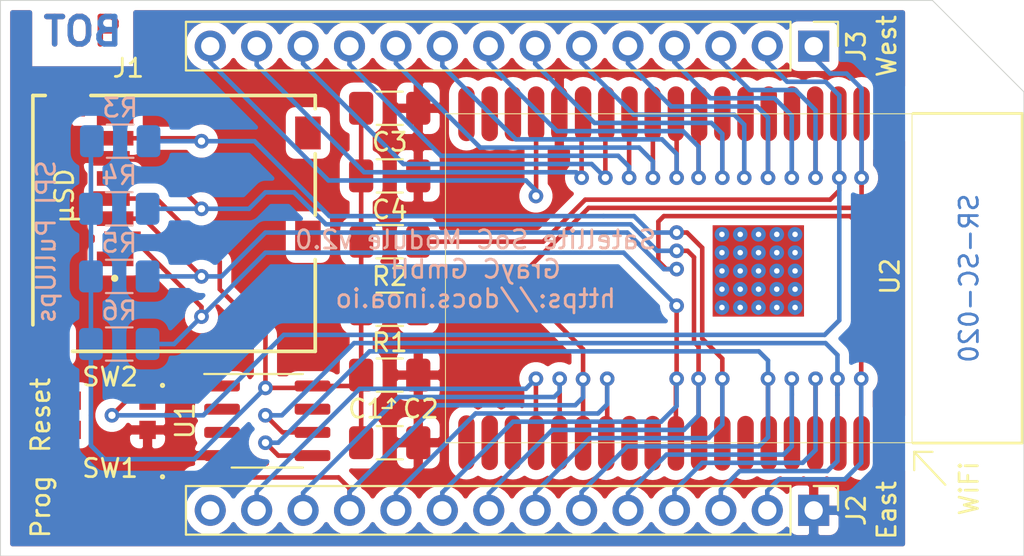
<source format=kicad_pcb>
(kicad_pcb (version 20171130) (host pcbnew 5.1.10)

  (general
    (thickness 1.6)
    (drawings 19)
    (tracks 328)
    (zones 0)
    (modules 18)
    (nets 42)
  )

  (page A4)
  (title_block
    (title "Satellite SoM")
    (date 2022-02-14)
    (rev 2.0)
    (company "GrayC GmbH")
    (comment 1 "Fabian Schlegel")
    (comment 2 56x30.4)
  )

  (layers
    (0 F.Cu signal)
    (31 B.Cu signal)
    (32 B.Adhes user)
    (33 F.Adhes user)
    (34 B.Paste user)
    (35 F.Paste user)
    (36 B.SilkS user)
    (37 F.SilkS user)
    (38 B.Mask user)
    (39 F.Mask user)
    (40 Dwgs.User user)
    (41 Cmts.User user)
    (42 Eco1.User user)
    (43 Eco2.User user)
    (44 Edge.Cuts user)
    (45 Margin user)
    (46 B.CrtYd user)
    (47 F.CrtYd user)
    (48 B.Fab user)
    (49 F.Fab user)
  )

  (setup
    (last_trace_width 0.25)
    (trace_clearance 0.2)
    (zone_clearance 0.508)
    (zone_45_only no)
    (trace_min 0.2)
    (via_size 0.8)
    (via_drill 0.4)
    (via_min_size 0.4)
    (via_min_drill 0.3)
    (uvia_size 0.3)
    (uvia_drill 0.1)
    (uvias_allowed no)
    (uvia_min_size 0.2)
    (uvia_min_drill 0.1)
    (edge_width 0.05)
    (segment_width 0.2)
    (pcb_text_width 0.3)
    (pcb_text_size 1.5 1.5)
    (mod_edge_width 0.12)
    (mod_text_size 1 1)
    (mod_text_width 0.15)
    (pad_size 1.524 1.524)
    (pad_drill 0.762)
    (pad_to_mask_clearance 0)
    (aux_axis_origin 0 0)
    (visible_elements FFFFFF7F)
    (pcbplotparams
      (layerselection 0x010fc_ffffffff)
      (usegerberextensions false)
      (usegerberattributes true)
      (usegerberadvancedattributes true)
      (creategerberjobfile true)
      (excludeedgelayer true)
      (linewidth 0.100000)
      (plotframeref false)
      (viasonmask false)
      (mode 1)
      (useauxorigin false)
      (hpglpennumber 1)
      (hpglpenspeed 20)
      (hpglpendiameter 15.000000)
      (psnegative false)
      (psa4output false)
      (plotreference true)
      (plotvalue true)
      (plotinvisibletext false)
      (padsonsilk false)
      (subtractmaskfromsilk false)
      (outputformat 1)
      (mirror false)
      (drillshape 1)
      (scaleselection 1)
      (outputdirectory ""))
  )

  (net 0 "")
  (net 1 +3V3)
  (net 2 GND)
  (net 3 "Net-(J1-Pad8)")
  (net 4 "Net-(J1-Pad1)")
  (net 5 IO15)
  (net 6 IO2)
  (net 7 IO0)
  (net 8 IO4)
  (net 9 IO5)
  (net 10 IO18)
  (net 11 IO19)
  (net 12 U0RXD)
  (net 13 U0TXD)
  (net 14 IO23)
  (net 15 IO13)
  (net 16 IO12)
  (net 17 IO14)
  (net 18 IO27)
  (net 19 IO26)
  (net 20 IO25)
  (net 21 IO33)
  (net 22 IO32)
  (net 23 I35)
  (net 24 I34)
  (net 25 I39)
  (net 26 I36)
  (net 27 Chip_PU)
  (net 28 "Net-(U2-Pad17)")
  (net 29 "Net-(U2-Pad18)")
  (net 30 "Net-(U2-Pad19)")
  (net 31 "Net-(U2-Pad20)")
  (net 32 "Net-(U2-Pad21)")
  (net 33 "Net-(U2-Pad22)")
  (net 34 "Net-(U2-Pad27)")
  (net 35 "Net-(U2-Pad28)")
  (net 36 "Net-(U2-Pad32)")
  (net 37 I2C_SDA)
  (net 38 I2C_SCL)
  (net 39 "Net-(J1-Pad10)")
  (net 40 "Net-(J1-Pad9)")
  (net 41 "Net-(J2-Pad14)")

  (net_class Default "This is the default net class."
    (clearance 0.2)
    (trace_width 0.25)
    (via_dia 0.8)
    (via_drill 0.4)
    (uvia_dia 0.3)
    (uvia_drill 0.1)
    (add_net +3V3)
    (add_net Chip_PU)
    (add_net GND)
    (add_net I2C_SCL)
    (add_net I2C_SDA)
    (add_net I34)
    (add_net I35)
    (add_net I36)
    (add_net I39)
    (add_net IO0)
    (add_net IO12)
    (add_net IO13)
    (add_net IO14)
    (add_net IO15)
    (add_net IO18)
    (add_net IO19)
    (add_net IO2)
    (add_net IO23)
    (add_net IO25)
    (add_net IO26)
    (add_net IO27)
    (add_net IO32)
    (add_net IO33)
    (add_net IO4)
    (add_net IO5)
    (add_net "Net-(J1-Pad1)")
    (add_net "Net-(J1-Pad10)")
    (add_net "Net-(J1-Pad8)")
    (add_net "Net-(J1-Pad9)")
    (add_net "Net-(J2-Pad14)")
    (add_net "Net-(U2-Pad17)")
    (add_net "Net-(U2-Pad18)")
    (add_net "Net-(U2-Pad19)")
    (add_net "Net-(U2-Pad20)")
    (add_net "Net-(U2-Pad21)")
    (add_net "Net-(U2-Pad22)")
    (add_net "Net-(U2-Pad27)")
    (add_net "Net-(U2-Pad28)")
    (add_net "Net-(U2-Pad32)")
    (add_net U0RXD)
    (add_net U0TXD)
  )

  (module images:grayc-logo-negative (layer B.Cu) (tedit 0) (tstamp 62193086)
    (at 123 107.3 180)
    (path /6226A4CD)
    (fp_text reference G1 (at 0 0) (layer B.SilkS) hide
      (effects (font (size 1.524 1.524) (thickness 0.3)) (justify mirror))
    )
    (fp_text value LOGO (at 0.75 0) (layer B.SilkS) hide
      (effects (font (size 1.524 1.524) (thickness 0.3)) (justify mirror))
    )
    (fp_poly (pts (xy 0.100368 2.231675) (xy -0.123867 2.137545) (xy -0.373082 1.995772) (xy -0.618953 1.828808)
      (xy -0.83316 1.659102) (xy -0.987378 1.509107) (xy -1.053287 1.401273) (xy -1.002564 1.35805)
      (xy -1.001759 1.358029) (xy -0.792376 1.324209) (xy -0.726592 1.303275) (xy -0.613394 1.311135)
      (xy -0.592667 1.387942) (xy -0.54849 1.509035) (xy -0.456491 1.496395) (xy -0.394037 1.400442)
      (xy -0.296742 1.297782) (xy -0.094168 1.160152) (xy 0.101855 1.052436) (xy 0.514325 0.819745)
      (xy 0.784791 0.598813) (xy 0.937151 0.367505) (xy 0.976147 0.242707) (xy 1.111635 -0.005362)
      (xy 1.403872 -0.258728) (xy 1.612537 -0.412613) (xy 1.748347 -0.532569) (xy 1.778 -0.576432)
      (xy 1.716855 -0.697273) (xy 1.570858 -0.859169) (xy 1.396167 -1.009417) (xy 1.248938 -1.095317)
      (xy 1.219399 -1.100667) (xy 1.062166 -1.080816) (xy 0.818449 -1.030891) (xy 0.714494 -1.005865)
      (xy 0.413997 -0.954458) (xy 0.176874 -0.983342) (xy 0.075517 -1.01979) (xy -0.097252 -1.109449)
      (xy -0.156353 -1.224667) (xy -0.138394 -1.432091) (xy -0.0349 -1.736454) (xy 0.170987 -1.928135)
      (xy 0.497546 -2.019725) (xy 0.732419 -2.032) (xy 1.257318 -1.956094) (xy 1.76332 -1.746276)
      (xy 2.066273 -1.535302) (xy 2.171369 -1.449363) (xy 2.177068 -1.470475) (xy 2.086807 -1.61584)
      (xy 2.083423 -1.621102) (xy 1.808743 -1.920773) (xy 1.416205 -2.185521) (xy 0.956963 -2.390842)
      (xy 0.482172 -2.512229) (xy 0.177043 -2.534336) (xy -0.104019 -2.503881) (xy -0.420987 -2.435413)
      (xy -0.493326 -2.414351) (xy -1.047773 -2.160596) (xy -1.499595 -1.793053) (xy -1.842636 -1.337103)
      (xy -2.070739 -0.818125) (xy -2.177748 -0.261502) (xy -2.157504 0.307387) (xy -2.043523 0.719667)
      (xy -1.27 0.719667) (xy -1.227667 0.677333) (xy -1.185334 0.719667) (xy -1.227667 0.762)
      (xy -1.27 0.719667) (xy -2.043523 0.719667) (xy -2.003851 0.863161) (xy -1.857224 1.121833)
      (xy -1.438037 1.121833) (xy -1.355404 0.950211) (xy -1.13455 0.830601) (xy -1.088839 0.818101)
      (xy -0.87045 0.710372) (xy -0.806204 0.548428) (xy -0.902657 0.359035) (xy -0.962441 0.302106)
      (xy -1.106975 0.153414) (xy -1.234403 -0.020073) (xy -1.325363 -0.1817) (xy -1.360492 -0.294811)
      (xy -1.320426 -0.32275) (xy -1.282703 -0.304184) (xy -1.248678 -0.352542) (xy -1.240746 -0.524991)
      (xy -1.250014 -0.668451) (xy -1.231661 -1.026501) (xy -1.088032 -1.324659) (xy -0.801056 -1.59348)
      (xy -0.638922 -1.701595) (xy -0.435241 -1.80906) (xy -0.356146 -1.801969) (xy -0.401383 -1.680174)
      (xy -0.457031 -1.595303) (xy -0.531592 -1.432982) (xy -0.578245 -1.229359) (xy -0.592892 -1.036167)
      (xy -0.57144 -0.90514) (xy -0.513204 -0.885784) (xy -0.408222 -0.869848) (xy -0.365037 -0.820896)
      (xy -0.229528 -0.689781) (xy -0.015975 -0.643593) (xy 0.300728 -0.681097) (xy 0.647214 -0.771116)
      (xy 0.989314 -0.864259) (xy 1.209181 -0.899937) (xy 1.342355 -0.882177) (xy 1.387007 -0.854959)
      (xy 1.460337 -0.762566) (xy 1.443274 -0.637237) (xy 1.384767 -0.508917) (xy 1.224932 -0.289178)
      (xy 1.012369 -0.2056) (xy 0.710114 -0.244912) (xy 0.675951 -0.254396) (xy 0.413421 -0.317543)
      (xy 0.236942 -0.336427) (xy 0.178497 -0.308935) (xy 0.193523 -0.286254) (xy 0.186673 -0.197003)
      (xy 0.091663 -0.083225) (xy 0.00149 -0.028222) (xy 0.282222 -0.028222) (xy 0.293844 -0.078556)
      (xy 0.338666 -0.084667) (xy 0.408356 -0.053688) (xy 0.395111 -0.028222) (xy 0.294631 -0.018089)
      (xy 0.282222 -0.028222) (xy 0.00149 -0.028222) (xy -0.033931 -0.006617) (xy -0.073623 0)
      (xy -0.193901 0.06198) (xy -0.213428 0.087516) (xy -0.171493 0.136724) (xy 0.033388 0.15271)
      (xy 0.247242 0.145397) (xy 0.535772 0.135591) (xy 0.692797 0.153644) (xy 0.754962 0.207459)
      (xy 0.762 0.256425) (xy 0.703074 0.421842) (xy 0.613833 0.531159) (xy 0.442725 0.651212)
      (xy 0.213023 0.770879) (xy -0.02707 0.870767) (xy -0.229351 0.93148) (xy -0.345616 0.933624)
      (xy -0.356086 0.921411) (xy -0.442345 0.90314) (xy -0.634284 0.956038) (xy -0.763549 1.009497)
      (xy -1.074186 1.130639) (xy -1.304307 1.18108) (xy -1.42599 1.156169) (xy -1.438037 1.121833)
      (xy -1.857224 1.121833) (xy -1.710633 1.380439) (xy -1.478845 1.648178) (xy -0.985515 2.024443)
      (xy -0.405169 2.257932) (xy 0.069855 2.335479) (xy 0.550333 2.37141) (xy 0.100368 2.231675)) (layer B.Mask) (width 0.01))
  )

  (module footprints:GCT_MEM2061-01-188-00-A_REVA (layer F.Cu) (tedit 61F8F611) (tstamp 61F95D84)
    (at 129.5 92.5 270)
    (path /618B5BE1)
    (fp_text reference J1 (at -8.5 2.5 180) (layer F.SilkS)
      (effects (font (size 1 1) (thickness 0.15)))
    )
    (fp_text value Micro_SD (at 20.95407 9.036605 90) (layer F.Fab) hide
      (effects (font (size 1.600465 1.600465) (thickness 0.15)))
    )
    (fp_circle (center 3 3.25) (end 3.1 3.25) (layer F.SilkS) (width 0.2))
    (fp_line (start -7.5 8) (end -7.5 -8.25) (layer F.CrtYd) (width 0.05))
    (fp_line (start 7.75 8) (end -7.5 8) (layer F.CrtYd) (width 0.05))
    (fp_line (start 7.75 -8.25) (end 7.75 8) (layer F.CrtYd) (width 0.05))
    (fp_line (start -7.5 -8.25) (end 7.75 -8.25) (layer F.CrtYd) (width 0.05))
    (fp_poly (pts (xy -7.01053 -5.175) (xy 3.37 -5.175) (xy 3.37 -3.09965) (xy -7.01053 -3.09965)) (layer Dwgs.User) (width 0.01))
    (fp_line (start 1.9812 -7.725) (end 7 -7.725) (layer F.SilkS) (width 0.2))
    (fp_line (start 7 5.55) (end 7 -7.725) (layer F.SilkS) (width 0.2))
    (fp_line (start -7 7.725) (end -7 7.05) (layer F.SilkS) (width 0.2))
    (fp_line (start -3.81 -7.725) (end -0.4572 -7.725) (layer F.SilkS) (width 0.2))
    (fp_line (start -7 7.725) (end 5.55 7.725) (layer F.SilkS) (width 0.2))
    (fp_line (start -7 -7.725) (end -6.2738 -7.725) (layer F.SilkS) (width 0.2))
    (fp_line (start -7 4.55) (end -7 -7.725) (layer F.SilkS) (width 0.2))
    (fp_line (start -0.5 0) (end 0.5 0) (layer F.Fab) (width 0.1))
    (fp_line (start 0 0.5) (end 0 -0.5) (layer F.Fab) (width 0.1))
    (fp_line (start -7 -7.725) (end 7 -7.725) (layer F.Fab) (width 0.1))
    (fp_line (start 7 7.725) (end 7 -7.725) (layer F.Fab) (width 0.1))
    (fp_line (start -7 7.725) (end -7 -7.725) (layer F.Fab) (width 0.1))
    (fp_line (start -7 7.725) (end 7 7.725) (layer F.Fab) (width 0.1))
    (pad 12 smd rect (at 6.6 6.825 270) (size 1.4 1.9) (layers F.Cu F.Paste F.Mask))
    (pad 11 smd rect (at -6.55 5.825 270) (size 1.4 1.9) (layers F.Cu F.Paste F.Mask)
      (net 2 GND))
    (pad 10 smd rect (at 0.75 -7.325 270) (size 1.8 1.4) (layers F.Cu F.Paste F.Mask)
      (net 39 "Net-(J1-Pad10)"))
    (pad 9 smd rect (at -4.95 -7.325 270) (size 1.8 1.4) (layers F.Cu F.Paste F.Mask)
      (net 40 "Net-(J1-Pad9)"))
    (pad 8 smd rect (at -5.76 3.225 270) (size 0.8 2) (layers F.Cu F.Paste F.Mask)
      (net 3 "Net-(J1-Pad8)"))
    (pad 7 smd rect (at -4.66 3.225 270) (size 0.8 2) (layers F.Cu F.Paste F.Mask)
      (net 11 IO19))
    (pad 6 smd rect (at -3.56 3.425 270) (size 0.8 2) (layers F.Cu F.Paste F.Mask)
      (net 2 GND))
    (pad 5 smd rect (at -2.46 3.225 270) (size 0.8 2) (layers F.Cu F.Paste F.Mask)
      (net 10 IO18))
    (pad 4 smd rect (at -1.36 3.425 270) (size 0.8 2) (layers F.Cu F.Paste F.Mask)
      (net 1 +3V3))
    (pad 3 smd rect (at -0.26 3.225 270) (size 0.8 2) (layers F.Cu F.Paste F.Mask)
      (net 14 IO23))
    (pad 2 smd rect (at 0.84 2.825 270) (size 0.8 2) (layers F.Cu F.Paste F.Mask)
      (net 9 IO5))
    (pad 1 smd rect (at 1.94 3.225 270) (size 0.8 2) (layers F.Cu F.Paste F.Mask)
      (net 4 "Net-(J1-Pad1)"))
    (model ${KIPRJMOD}/../libraries/models/MEM2061-01-188-00-A.stp
      (offset (xyz 0 -7.5 0))
      (scale (xyz 1 1 1))
      (rotate (xyz -90 0 0))
    )
  )

  (module Resistor_SMD:R_1206_3216Metric_Pad1.30x1.75mm_HandSolder (layer F.Cu) (tedit 5F68FEEE) (tstamp 61A75CBA)
    (at 141.3 97.2 180)
    (descr "Resistor SMD 1206 (3216 Metric), square (rectangular) end terminal, IPC_7351 nominal with elongated pad for handsoldering. (Body size source: IPC-SM-782 page 72, https://www.pcb-3d.com/wordpress/wp-content/uploads/ipc-sm-782a_amendment_1_and_2.pdf), generated with kicad-footprint-generator")
    (tags "resistor handsolder")
    (path /618B88C5)
    (attr smd)
    (fp_text reference R1 (at 0 -1.82) (layer F.SilkS)
      (effects (font (size 1 1) (thickness 0.15)))
    )
    (fp_text value 10k (at 0 1.82) (layer F.Fab)
      (effects (font (size 1 1) (thickness 0.15)))
    )
    (fp_line (start 2.45 1.12) (end -2.45 1.12) (layer F.CrtYd) (width 0.05))
    (fp_line (start 2.45 -1.12) (end 2.45 1.12) (layer F.CrtYd) (width 0.05))
    (fp_line (start -2.45 -1.12) (end 2.45 -1.12) (layer F.CrtYd) (width 0.05))
    (fp_line (start -2.45 1.12) (end -2.45 -1.12) (layer F.CrtYd) (width 0.05))
    (fp_line (start -0.727064 0.91) (end 0.727064 0.91) (layer F.SilkS) (width 0.12))
    (fp_line (start -0.727064 -0.91) (end 0.727064 -0.91) (layer F.SilkS) (width 0.12))
    (fp_line (start 1.6 0.8) (end -1.6 0.8) (layer F.Fab) (width 0.1))
    (fp_line (start 1.6 -0.8) (end 1.6 0.8) (layer F.Fab) (width 0.1))
    (fp_line (start -1.6 -0.8) (end 1.6 -0.8) (layer F.Fab) (width 0.1))
    (fp_line (start -1.6 0.8) (end -1.6 -0.8) (layer F.Fab) (width 0.1))
    (fp_text user %R (at 0 0) (layer F.Fab)
      (effects (font (size 0.8 0.8) (thickness 0.12)))
    )
    (pad 2 smd roundrect (at 1.55 0 180) (size 1.3 1.75) (layers F.Cu F.Paste F.Mask) (roundrect_rratio 0.192308)
      (net 1 +3V3))
    (pad 1 smd roundrect (at -1.55 0 180) (size 1.3 1.75) (layers F.Cu F.Paste F.Mask) (roundrect_rratio 0.192308)
      (net 7 IO0))
    (model ${KIPRJMOD}/../libraries/models/R_1206_3216Metric.wrl
      (at (xyz 0 0 0))
      (scale (xyz 1 1 1))
      (rotate (xyz 0 0 0))
    )
  )

  (module Connector_PinHeader_2.54mm:PinHeader_1x14_P2.54mm_Vertical (layer F.Cu) (tedit 59FED5CC) (tstamp 61A75C88)
    (at 164.5 108.2 270)
    (descr "Through hole straight pin header, 1x14, 2.54mm pitch, single row")
    (tags "Through hole pin header THT 1x14 2.54mm single row")
    (path /61A81BCC)
    (fp_text reference J2 (at 0 -2.33 90) (layer F.SilkS)
      (effects (font (size 1 1) (thickness 0.15)))
    )
    (fp_text value East (at 0 -4 90) (layer F.SilkS)
      (effects (font (size 1 1) (thickness 0.15)))
    )
    (fp_line (start 1.8 -1.8) (end -1.8 -1.8) (layer F.CrtYd) (width 0.05))
    (fp_line (start 1.8 34.8) (end 1.8 -1.8) (layer F.CrtYd) (width 0.05))
    (fp_line (start -1.8 34.8) (end 1.8 34.8) (layer F.CrtYd) (width 0.05))
    (fp_line (start -1.8 -1.8) (end -1.8 34.8) (layer F.CrtYd) (width 0.05))
    (fp_line (start -1.33 -1.33) (end 0 -1.33) (layer F.SilkS) (width 0.12))
    (fp_line (start -1.33 0) (end -1.33 -1.33) (layer F.SilkS) (width 0.12))
    (fp_line (start -1.33 1.27) (end 1.33 1.27) (layer F.SilkS) (width 0.12))
    (fp_line (start 1.33 1.27) (end 1.33 34.35) (layer F.SilkS) (width 0.12))
    (fp_line (start -1.33 1.27) (end -1.33 34.35) (layer F.SilkS) (width 0.12))
    (fp_line (start -1.33 34.35) (end 1.33 34.35) (layer F.SilkS) (width 0.12))
    (fp_line (start -1.27 -0.635) (end -0.635 -1.27) (layer F.Fab) (width 0.1))
    (fp_line (start -1.27 34.29) (end -1.27 -0.635) (layer F.Fab) (width 0.1))
    (fp_line (start 1.27 34.29) (end -1.27 34.29) (layer F.Fab) (width 0.1))
    (fp_line (start 1.27 -1.27) (end 1.27 34.29) (layer F.Fab) (width 0.1))
    (fp_line (start -0.635 -1.27) (end 1.27 -1.27) (layer F.Fab) (width 0.1))
    (fp_text user %R (at 0 16.51) (layer F.Fab)
      (effects (font (size 1 1) (thickness 0.15)))
    )
    (pad 14 thru_hole oval (at 0 33.02 270) (size 1.7 1.7) (drill 1) (layers *.Cu *.Mask)
      (net 41 "Net-(J2-Pad14)"))
    (pad 13 thru_hole oval (at 0 30.48 270) (size 1.7 1.7) (drill 1) (layers *.Cu *.Mask)
      (net 5 IO15))
    (pad 12 thru_hole oval (at 0 27.94 270) (size 1.7 1.7) (drill 1) (layers *.Cu *.Mask)
      (net 6 IO2))
    (pad 11 thru_hole oval (at 0 25.4 270) (size 1.7 1.7) (drill 1) (layers *.Cu *.Mask)
      (net 7 IO0))
    (pad 10 thru_hole oval (at 0 22.86 270) (size 1.7 1.7) (drill 1) (layers *.Cu *.Mask)
      (net 8 IO4))
    (pad 9 thru_hole oval (at 0 20.32 270) (size 1.7 1.7) (drill 1) (layers *.Cu *.Mask)
      (net 9 IO5))
    (pad 8 thru_hole oval (at 0 17.78 270) (size 1.7 1.7) (drill 1) (layers *.Cu *.Mask)
      (net 10 IO18))
    (pad 7 thru_hole oval (at 0 15.24 270) (size 1.7 1.7) (drill 1) (layers *.Cu *.Mask)
      (net 11 IO19))
    (pad 6 thru_hole oval (at 0 12.7 270) (size 1.7 1.7) (drill 1) (layers *.Cu *.Mask)
      (net 37 I2C_SDA))
    (pad 5 thru_hole oval (at 0 10.16 270) (size 1.7 1.7) (drill 1) (layers *.Cu *.Mask)
      (net 12 U0RXD))
    (pad 4 thru_hole oval (at 0 7.62 270) (size 1.7 1.7) (drill 1) (layers *.Cu *.Mask)
      (net 13 U0TXD))
    (pad 3 thru_hole oval (at 0 5.08 270) (size 1.7 1.7) (drill 1) (layers *.Cu *.Mask)
      (net 38 I2C_SCL))
    (pad 2 thru_hole oval (at 0 2.54 270) (size 1.7 1.7) (drill 1) (layers *.Cu *.Mask)
      (net 14 IO23))
    (pad 1 thru_hole rect (at 0 0 270) (size 1.7 1.7) (drill 1) (layers *.Cu *.Mask)
      (net 2 GND))
    (model ${KIPRJMOD}/../libraries/models/PinHeader_1x14_P2.54mm_Vertical.wrl
      (at (xyz 0 0 0))
      (scale (xyz 1 1 1))
      (rotate (xyz 0 0 0))
    )
  )

  (module Resistor_SMD:R_1206_3216Metric_Pad1.30x1.75mm_HandSolder (layer B.Cu) (tedit 5F68FEEE) (tstamp 618ADA38)
    (at 126.5 99.1 180)
    (descr "Resistor SMD 1206 (3216 Metric), square (rectangular) end terminal, IPC_7351 nominal with elongated pad for handsoldering. (Body size source: IPC-SM-782 page 72, https://www.pcb-3d.com/wordpress/wp-content/uploads/ipc-sm-782a_amendment_1_and_2.pdf), generated with kicad-footprint-generator")
    (tags "resistor handsolder")
    (path /618DF4B4)
    (attr smd)
    (fp_text reference R6 (at 0 1.82) (layer B.SilkS)
      (effects (font (size 1 1) (thickness 0.15)) (justify mirror))
    )
    (fp_text value 10k (at 0 -1.82) (layer B.Fab)
      (effects (font (size 1 1) (thickness 0.15)) (justify mirror))
    )
    (fp_line (start 2.45 -1.12) (end -2.45 -1.12) (layer B.CrtYd) (width 0.05))
    (fp_line (start 2.45 1.12) (end 2.45 -1.12) (layer B.CrtYd) (width 0.05))
    (fp_line (start -2.45 1.12) (end 2.45 1.12) (layer B.CrtYd) (width 0.05))
    (fp_line (start -2.45 -1.12) (end -2.45 1.12) (layer B.CrtYd) (width 0.05))
    (fp_line (start -0.727064 -0.91) (end 0.727064 -0.91) (layer B.SilkS) (width 0.12))
    (fp_line (start -0.727064 0.91) (end 0.727064 0.91) (layer B.SilkS) (width 0.12))
    (fp_line (start 1.6 -0.8) (end -1.6 -0.8) (layer B.Fab) (width 0.1))
    (fp_line (start 1.6 0.8) (end 1.6 -0.8) (layer B.Fab) (width 0.1))
    (fp_line (start -1.6 0.8) (end 1.6 0.8) (layer B.Fab) (width 0.1))
    (fp_line (start -1.6 -0.8) (end -1.6 0.8) (layer B.Fab) (width 0.1))
    (fp_text user %R (at 0 0) (layer B.Fab)
      (effects (font (size 0.8 0.8) (thickness 0.12)) (justify mirror))
    )
    (pad 2 smd roundrect (at 1.55 0 180) (size 1.3 1.75) (layers B.Cu B.Paste B.Mask) (roundrect_rratio 0.192308)
      (net 1 +3V3))
    (pad 1 smd roundrect (at -1.55 0 180) (size 1.3 1.75) (layers B.Cu B.Paste B.Mask) (roundrect_rratio 0.192308)
      (net 9 IO5))
    (model ${KIPRJMOD}/../libraries/models/R_1206_3216Metric.wrl
      (at (xyz 0 0 0))
      (scale (xyz 1 1 1))
      (rotate (xyz 0 0 0))
    )
  )

  (module Resistor_SMD:R_1206_3216Metric_Pad1.30x1.75mm_HandSolder (layer B.Cu) (tedit 5F68FEEE) (tstamp 618ADA27)
    (at 126.5 95.4 180)
    (descr "Resistor SMD 1206 (3216 Metric), square (rectangular) end terminal, IPC_7351 nominal with elongated pad for handsoldering. (Body size source: IPC-SM-782 page 72, https://www.pcb-3d.com/wordpress/wp-content/uploads/ipc-sm-782a_amendment_1_and_2.pdf), generated with kicad-footprint-generator")
    (tags "resistor handsolder")
    (path /618DE872)
    (attr smd)
    (fp_text reference R5 (at 0 1.82) (layer B.SilkS)
      (effects (font (size 1 1) (thickness 0.15)) (justify mirror))
    )
    (fp_text value 10k (at 0 -1.82) (layer B.Fab)
      (effects (font (size 1 1) (thickness 0.15)) (justify mirror))
    )
    (fp_line (start 2.45 -1.12) (end -2.45 -1.12) (layer B.CrtYd) (width 0.05))
    (fp_line (start 2.45 1.12) (end 2.45 -1.12) (layer B.CrtYd) (width 0.05))
    (fp_line (start -2.45 1.12) (end 2.45 1.12) (layer B.CrtYd) (width 0.05))
    (fp_line (start -2.45 -1.12) (end -2.45 1.12) (layer B.CrtYd) (width 0.05))
    (fp_line (start -0.727064 -0.91) (end 0.727064 -0.91) (layer B.SilkS) (width 0.12))
    (fp_line (start -0.727064 0.91) (end 0.727064 0.91) (layer B.SilkS) (width 0.12))
    (fp_line (start 1.6 -0.8) (end -1.6 -0.8) (layer B.Fab) (width 0.1))
    (fp_line (start 1.6 0.8) (end 1.6 -0.8) (layer B.Fab) (width 0.1))
    (fp_line (start -1.6 0.8) (end 1.6 0.8) (layer B.Fab) (width 0.1))
    (fp_line (start -1.6 -0.8) (end -1.6 0.8) (layer B.Fab) (width 0.1))
    (fp_text user %R (at 0 0) (layer B.Fab)
      (effects (font (size 0.8 0.8) (thickness 0.12)) (justify mirror))
    )
    (pad 2 smd roundrect (at 1.55 0 180) (size 1.3 1.75) (layers B.Cu B.Paste B.Mask) (roundrect_rratio 0.192308)
      (net 1 +3V3))
    (pad 1 smd roundrect (at -1.55 0 180) (size 1.3 1.75) (layers B.Cu B.Paste B.Mask) (roundrect_rratio 0.192308)
      (net 14 IO23))
    (model ${KIPRJMOD}/../libraries/models/R_1206_3216Metric.wrl
      (at (xyz 0 0 0))
      (scale (xyz 1 1 1))
      (rotate (xyz 0 0 0))
    )
  )

  (module Resistor_SMD:R_1206_3216Metric_Pad1.30x1.75mm_HandSolder (layer B.Cu) (tedit 5F68FEEE) (tstamp 618ADA16)
    (at 126.5 91.7 180)
    (descr "Resistor SMD 1206 (3216 Metric), square (rectangular) end terminal, IPC_7351 nominal with elongated pad for handsoldering. (Body size source: IPC-SM-782 page 72, https://www.pcb-3d.com/wordpress/wp-content/uploads/ipc-sm-782a_amendment_1_and_2.pdf), generated with kicad-footprint-generator")
    (tags "resistor handsolder")
    (path /618D20B1)
    (attr smd)
    (fp_text reference R4 (at 0 1.82) (layer B.SilkS)
      (effects (font (size 1 1) (thickness 0.15)) (justify mirror))
    )
    (fp_text value 10k (at 0 -1.82) (layer B.Fab)
      (effects (font (size 1 1) (thickness 0.15)) (justify mirror))
    )
    (fp_line (start 2.45 -1.12) (end -2.45 -1.12) (layer B.CrtYd) (width 0.05))
    (fp_line (start 2.45 1.12) (end 2.45 -1.12) (layer B.CrtYd) (width 0.05))
    (fp_line (start -2.45 1.12) (end 2.45 1.12) (layer B.CrtYd) (width 0.05))
    (fp_line (start -2.45 -1.12) (end -2.45 1.12) (layer B.CrtYd) (width 0.05))
    (fp_line (start -0.727064 -0.91) (end 0.727064 -0.91) (layer B.SilkS) (width 0.12))
    (fp_line (start -0.727064 0.91) (end 0.727064 0.91) (layer B.SilkS) (width 0.12))
    (fp_line (start 1.6 -0.8) (end -1.6 -0.8) (layer B.Fab) (width 0.1))
    (fp_line (start 1.6 0.8) (end 1.6 -0.8) (layer B.Fab) (width 0.1))
    (fp_line (start -1.6 0.8) (end 1.6 0.8) (layer B.Fab) (width 0.1))
    (fp_line (start -1.6 -0.8) (end -1.6 0.8) (layer B.Fab) (width 0.1))
    (fp_text user %R (at 0 0) (layer B.Fab)
      (effects (font (size 0.8 0.8) (thickness 0.12)) (justify mirror))
    )
    (pad 2 smd roundrect (at 1.55 0 180) (size 1.3 1.75) (layers B.Cu B.Paste B.Mask) (roundrect_rratio 0.192308)
      (net 1 +3V3))
    (pad 1 smd roundrect (at -1.55 0 180) (size 1.3 1.75) (layers B.Cu B.Paste B.Mask) (roundrect_rratio 0.192308)
      (net 10 IO18))
    (model ${KIPRJMOD}/../libraries/models/R_1206_3216Metric.wrl
      (at (xyz 0 0 0))
      (scale (xyz 1 1 1))
      (rotate (xyz 0 0 0))
    )
  )

  (module Resistor_SMD:R_1206_3216Metric_Pad1.30x1.75mm_HandSolder (layer B.Cu) (tedit 5F68FEEE) (tstamp 618ADA05)
    (at 126.55 88 180)
    (descr "Resistor SMD 1206 (3216 Metric), square (rectangular) end terminal, IPC_7351 nominal with elongated pad for handsoldering. (Body size source: IPC-SM-782 page 72, https://www.pcb-3d.com/wordpress/wp-content/uploads/ipc-sm-782a_amendment_1_and_2.pdf), generated with kicad-footprint-generator")
    (tags "resistor handsolder")
    (path /618C1632)
    (attr smd)
    (fp_text reference R3 (at 0 1.82) (layer B.SilkS)
      (effects (font (size 1 1) (thickness 0.15)) (justify mirror))
    )
    (fp_text value 10k (at 0 -1.82) (layer B.Fab)
      (effects (font (size 1 1) (thickness 0.15)) (justify mirror))
    )
    (fp_line (start 2.45 -1.12) (end -2.45 -1.12) (layer B.CrtYd) (width 0.05))
    (fp_line (start 2.45 1.12) (end 2.45 -1.12) (layer B.CrtYd) (width 0.05))
    (fp_line (start -2.45 1.12) (end 2.45 1.12) (layer B.CrtYd) (width 0.05))
    (fp_line (start -2.45 -1.12) (end -2.45 1.12) (layer B.CrtYd) (width 0.05))
    (fp_line (start -0.727064 -0.91) (end 0.727064 -0.91) (layer B.SilkS) (width 0.12))
    (fp_line (start -0.727064 0.91) (end 0.727064 0.91) (layer B.SilkS) (width 0.12))
    (fp_line (start 1.6 -0.8) (end -1.6 -0.8) (layer B.Fab) (width 0.1))
    (fp_line (start 1.6 0.8) (end 1.6 -0.8) (layer B.Fab) (width 0.1))
    (fp_line (start -1.6 0.8) (end 1.6 0.8) (layer B.Fab) (width 0.1))
    (fp_line (start -1.6 -0.8) (end -1.6 0.8) (layer B.Fab) (width 0.1))
    (fp_text user %R (at 0 0) (layer B.Fab)
      (effects (font (size 0.8 0.8) (thickness 0.12)) (justify mirror))
    )
    (pad 2 smd roundrect (at 1.55 0 180) (size 1.3 1.75) (layers B.Cu B.Paste B.Mask) (roundrect_rratio 0.192308)
      (net 1 +3V3))
    (pad 1 smd roundrect (at -1.55 0 180) (size 1.3 1.75) (layers B.Cu B.Paste B.Mask) (roundrect_rratio 0.192308)
      (net 11 IO19))
    (model ${KIPRJMOD}/../libraries/models/R_1206_3216Metric.wrl
      (at (xyz 0 0 0))
      (scale (xyz 1 1 1))
      (rotate (xyz 0 0 0))
    )
  )

  (module footprints:SW4SMD_63X161LS (layer F.Cu) (tedit 607DAF1A) (tstamp 618ABD28)
    (at 126 103)
    (path /6189B432)
    (fp_text reference SW2 (at 0 -2.1 180) (layer F.SilkS)
      (effects (font (size 1 1) (thickness 0.15)))
    )
    (fp_text value Reset (at -3.8 0 90) (layer F.SilkS)
      (effects (font (size 1 1) (thickness 0.15)))
    )
    (fp_line (start -2.75 -1.5) (end -2.75 1.5) (layer F.Fab) (width 0.127))
    (fp_line (start -2.75 1.5) (end 2.75 1.5) (layer F.Fab) (width 0.127))
    (fp_line (start 2.75 1.5) (end 2.75 -1.5) (layer F.Fab) (width 0.127))
    (fp_line (start 2.75 -1.5) (end -2.75 -1.5) (layer F.Fab) (width 0.127))
    (fp_circle (center 2.8666 -1.6368) (end 2.88225 -1.6368) (layer F.SilkS) (width 0.127))
    (pad 4 smd rect (at -2.05 0.8) (size 0.9 1) (layers F.Cu F.Paste F.Mask))
    (pad 2 smd rect (at 2.05 0.8) (size 0.9 1) (layers F.Cu F.Paste F.Mask)
      (net 2 GND))
    (pad 1 smd rect (at 2.05 -0.8) (size 0.9 1) (layers F.Cu F.Paste F.Mask)
      (net 27 Chip_PU))
    (pad 3 smd rect (at -2.05 -0.8) (size 0.9 1) (layers F.Cu F.Paste F.Mask))
    (model ${KIPRJMOD}/../libraries/models/KMR231NGLFS--3DModel-STEP-56544.STEP
      (offset (xyz 0 0 1.5))
      (scale (xyz 1 1 1))
      (rotate (xyz -90 0 0))
    )
  )

  (module footprints:SW4SMD_63X161LS (layer F.Cu) (tedit 607DAF1A) (tstamp 618ABD1B)
    (at 126 108)
    (path /6189AA05)
    (fp_text reference SW1 (at 0 -2.1 180) (layer F.SilkS)
      (effects (font (size 1 1) (thickness 0.15)))
    )
    (fp_text value Prog (at -3.8 0 90) (layer F.SilkS)
      (effects (font (size 1 1) (thickness 0.15)))
    )
    (fp_line (start -2.75 -1.5) (end -2.75 1.5) (layer F.Fab) (width 0.127))
    (fp_line (start -2.75 1.5) (end 2.75 1.5) (layer F.Fab) (width 0.127))
    (fp_line (start 2.75 1.5) (end 2.75 -1.5) (layer F.Fab) (width 0.127))
    (fp_line (start 2.75 -1.5) (end -2.75 -1.5) (layer F.Fab) (width 0.127))
    (fp_circle (center 2.8666 -1.6368) (end 2.88225 -1.6368) (layer F.SilkS) (width 0.127))
    (pad 4 smd rect (at -2.05 0.8) (size 0.9 1) (layers F.Cu F.Paste F.Mask))
    (pad 2 smd rect (at 2.05 0.8) (size 0.9 1) (layers F.Cu F.Paste F.Mask)
      (net 2 GND))
    (pad 1 smd rect (at 2.05 -0.8) (size 0.9 1) (layers F.Cu F.Paste F.Mask)
      (net 7 IO0))
    (pad 3 smd rect (at -2.05 -0.8) (size 0.9 1) (layers F.Cu F.Paste F.Mask))
    (model ${KIPRJMOD}/../libraries/models/KMR231NGLFS--3DModel-STEP-56544.STEP
      (offset (xyz 0 0 1.5))
      (scale (xyz 1 1 1))
      (rotate (xyz -90 0 0))
    )
  )

  (module footprints:ESP32-WROVER (layer F.Cu) (tedit 605DDA74) (tstamp 61898648)
    (at 169.3 95.5 270)
    (path /6188F61E)
    (attr smd)
    (fp_text reference U2 (at -0.1 0.62 90) (layer F.SilkS)
      (effects (font (size 1 1) (thickness 0.15)))
    )
    (fp_text value ESP32-WROVER-IE-16MB (at 0.1 2.92 90) (layer F.Fab) hide
      (effects (font (size 1 1) (thickness 0.15)))
    )
    (fp_line (start 9.017 -6.604) (end -9.017 -6.604) (layer F.SilkS) (width 0.15))
    (fp_line (start 9.017 -0.635) (end 9.017 -6.604) (layer F.SilkS) (width 0.15))
    (fp_line (start -9.017 -0.635) (end -9.017 -6.604) (layer F.SilkS) (width 0.15))
    (fp_line (start -9 24.95) (end -9 -0.58) (layer F.SilkS) (width 0.05))
    (fp_line (start -9 -0.58) (end 9 -0.58) (layer F.SilkS) (width 0.05))
    (fp_line (start 9 -0.58) (end 9 24.95) (layer F.SilkS) (width 0.05))
    (fp_line (start 9 24.95) (end -9 24.95) (layer F.SilkS) (width 0.05))
    (pad 39 thru_hole circle (at -2.4 5.82 270) (size 0.8 0.8) (drill 0.3) (layers *.Cu *.Mask))
    (pad 39 smd rect (at -0.4 7.83 270) (size 5 5) (layers F.Cu F.Paste F.Mask))
    (pad 1 smd oval (at -9 0.91 270) (size 3 0.9) (layers F.Cu F.Paste F.Mask)
      (net 2 GND))
    (pad 2 smd oval (at -9 2.18 270) (size 3 0.9) (layers F.Cu F.Paste F.Mask)
      (net 1 +3V3))
    (pad 3 smd oval (at -9 3.45 270) (size 3 0.9) (layers F.Cu F.Paste F.Mask)
      (net 27 Chip_PU))
    (pad 4 smd oval (at -9 4.72 270) (size 3 0.9) (layers F.Cu F.Paste F.Mask)
      (net 26 I36))
    (pad 5 smd oval (at -9 5.99 270) (size 3 0.9) (layers F.Cu F.Paste F.Mask)
      (net 25 I39))
    (pad 6 smd oval (at -9 7.26 270) (size 3 0.9) (layers F.Cu F.Paste F.Mask)
      (net 24 I34))
    (pad 7 smd oval (at -9 8.53 270) (size 3 0.9) (layers F.Cu F.Paste F.Mask)
      (net 23 I35))
    (pad 8 smd oval (at -9 9.8 270) (size 3 0.9) (layers F.Cu F.Paste F.Mask)
      (net 22 IO32))
    (pad 9 smd oval (at -9 11.07 270) (size 3 0.9) (layers F.Cu F.Paste F.Mask)
      (net 21 IO33))
    (pad 10 smd oval (at -9 12.34 270) (size 3 0.9) (layers F.Cu F.Paste F.Mask)
      (net 20 IO25))
    (pad 11 smd oval (at -9 13.61 270) (size 3 0.9) (layers F.Cu F.Paste F.Mask)
      (net 19 IO26))
    (pad 12 smd oval (at -9 14.88 270) (size 3 0.9) (layers F.Cu F.Paste F.Mask)
      (net 18 IO27))
    (pad 13 smd oval (at -9 16.15 270) (size 3 0.9) (layers F.Cu F.Paste F.Mask)
      (net 17 IO14))
    (pad 14 smd oval (at -9 17.42 270) (size 3 0.9) (layers F.Cu F.Paste F.Mask)
      (net 16 IO12))
    (pad 15 smd oval (at -9 18.72 270) (size 3 0.9) (layers F.Cu F.Paste F.Mask)
      (net 2 GND))
    (pad 16 smd oval (at -9 19.99 270) (size 3 0.9) (layers F.Cu F.Paste F.Mask)
      (net 15 IO13))
    (pad 17 smd oval (at -9 21.26 270) (size 3 0.9) (layers F.Cu F.Paste F.Mask)
      (net 28 "Net-(U2-Pad17)"))
    (pad 18 smd oval (at -9 22.53 270) (size 3 0.9) (layers F.Cu F.Paste F.Mask)
      (net 29 "Net-(U2-Pad18)"))
    (pad 19 smd oval (at -9 23.8 270) (size 3 0.9) (layers F.Cu F.Paste F.Mask)
      (net 30 "Net-(U2-Pad19)"))
    (pad 20 smd oval (at 9 23.8 270) (size 3 0.9) (layers F.Cu F.Paste F.Mask)
      (net 31 "Net-(U2-Pad20)"))
    (pad 21 smd oval (at 9 22.53 270) (size 3 0.9) (layers F.Cu F.Paste F.Mask)
      (net 32 "Net-(U2-Pad21)"))
    (pad 22 smd oval (at 9 21.26 270) (size 3 0.9) (layers F.Cu F.Paste F.Mask)
      (net 33 "Net-(U2-Pad22)"))
    (pad 23 smd oval (at 9 19.99 270) (size 3 0.9) (layers F.Cu F.Paste F.Mask)
      (net 5 IO15))
    (pad 24 smd oval (at 9 18.72 270) (size 3 0.9) (layers F.Cu F.Paste F.Mask)
      (net 6 IO2))
    (pad 25 smd oval (at 9.03 17.42 270) (size 3 0.9) (layers F.Cu F.Paste F.Mask)
      (net 7 IO0))
    (pad 26 smd oval (at 9.03 16.15 270) (size 3 0.9) (layers F.Cu F.Paste F.Mask)
      (net 8 IO4))
    (pad 27 smd oval (at 9.03 14.88 270) (size 3 0.9) (layers F.Cu F.Paste F.Mask)
      (net 34 "Net-(U2-Pad27)"))
    (pad 28 smd oval (at 9.03 13.61 270) (size 3 0.9) (layers F.Cu F.Paste F.Mask)
      (net 35 "Net-(U2-Pad28)"))
    (pad 29 smd oval (at 9.03 12.34 270) (size 3 0.9) (layers F.Cu F.Paste F.Mask)
      (net 9 IO5))
    (pad 30 smd oval (at 9.03 11.07 270) (size 3 0.9) (layers F.Cu F.Paste F.Mask)
      (net 10 IO18))
    (pad 31 smd oval (at 9.03 9.8 270) (size 3 0.9) (layers F.Cu F.Paste F.Mask)
      (net 11 IO19))
    (pad 32 smd oval (at 9.03 8.53 270) (size 3 0.9) (layers F.Cu F.Paste F.Mask)
      (net 36 "Net-(U2-Pad32)"))
    (pad 33 smd oval (at 9.03 7.26 270) (size 3 0.9) (layers F.Cu F.Paste F.Mask)
      (net 37 I2C_SDA))
    (pad 34 smd oval (at 9.03 5.99 270) (size 3 0.9) (layers F.Cu F.Paste F.Mask)
      (net 12 U0RXD))
    (pad 35 smd oval (at 9.03 4.72 270) (size 3 0.9) (layers F.Cu F.Paste F.Mask)
      (net 13 U0TXD))
    (pad 36 smd oval (at 9.03 3.45 270) (size 3 0.9) (layers F.Cu F.Paste F.Mask)
      (net 38 I2C_SCL))
    (pad 37 smd oval (at 9.03 2.18 270) (size 3 0.9) (layers F.Cu F.Paste F.Mask)
      (net 14 IO23))
    (pad 38 smd oval (at 9.03 0.91 270) (size 3 0.9) (layers F.Cu F.Paste F.Mask)
      (net 2 GND))
    (pad 39 thru_hole circle (at -2.4 6.82 270) (size 0.8 0.8) (drill 0.3) (layers *.Cu *.Mask))
    (pad 39 thru_hole circle (at -2.4 7.82 270) (size 0.8 0.8) (drill 0.3) (layers *.Cu *.Mask))
    (pad 39 thru_hole circle (at -2.4 8.82 270) (size 0.8 0.8) (drill 0.3) (layers *.Cu *.Mask))
    (pad 39 thru_hole circle (at -2.4 9.82 270) (size 0.8 0.8) (drill 0.3) (layers *.Cu *.Mask))
    (pad 39 thru_hole circle (at -1.4 9.82 270) (size 0.8 0.8) (drill 0.3) (layers *.Cu *.Mask))
    (pad 39 thru_hole circle (at -1.4 8.82 270) (size 0.8 0.8) (drill 0.3) (layers *.Cu *.Mask))
    (pad 39 thru_hole circle (at -1.4 7.82 270) (size 0.8 0.8) (drill 0.3) (layers *.Cu *.Mask))
    (pad 39 thru_hole circle (at -1.4 6.82 270) (size 0.8 0.8) (drill 0.3) (layers *.Cu *.Mask))
    (pad 39 thru_hole circle (at -1.4 5.82 270) (size 0.8 0.8) (drill 0.3) (layers *.Cu *.Mask))
    (pad 39 thru_hole circle (at 0.6 5.82 270) (size 0.8 0.8) (drill 0.3) (layers *.Cu *.Mask))
    (pad 39 thru_hole circle (at 0.6 6.82 270) (size 0.8 0.8) (drill 0.3) (layers *.Cu *.Mask))
    (pad 39 thru_hole circle (at 0.6 7.82 270) (size 0.8 0.8) (drill 0.3) (layers *.Cu *.Mask))
    (pad 39 thru_hole circle (at 0.6 8.82 270) (size 0.8 0.8) (drill 0.3) (layers *.Cu *.Mask))
    (pad 39 thru_hole circle (at 0.6 9.82 270) (size 0.8 0.8) (drill 0.3) (layers *.Cu *.Mask))
    (pad 39 thru_hole circle (at -0.4 9.82 270) (size 0.8 0.8) (drill 0.3) (layers *.Cu *.Mask))
    (pad 39 thru_hole circle (at -0.4 8.82 270) (size 0.8 0.8) (drill 0.3) (layers *.Cu *.Mask))
    (pad 39 thru_hole circle (at -0.4 7.82 270) (size 0.8 0.8) (drill 0.3) (layers *.Cu *.Mask))
    (pad 39 thru_hole circle (at -0.4 6.82 270) (size 0.8 0.8) (drill 0.3) (layers *.Cu *.Mask))
    (pad 39 thru_hole circle (at -0.4 5.82 270) (size 0.8 0.8) (drill 0.3) (layers *.Cu *.Mask))
    (pad 39 thru_hole circle (at 1.6 9.82 270) (size 0.8 0.8) (drill 0.3) (layers *.Cu *.Mask))
    (pad 39 thru_hole circle (at 1.6 8.82 270) (size 0.8 0.8) (drill 0.3) (layers *.Cu *.Mask))
    (pad 39 thru_hole circle (at 1.6 7.82 270) (size 0.8 0.8) (drill 0.3) (layers *.Cu *.Mask))
    (pad 39 thru_hole circle (at 1.6 6.82 270) (size 0.8 0.8) (drill 0.3) (layers *.Cu *.Mask))
    (pad 39 thru_hole circle (at 1.6 5.82 270) (size 0.8 0.8) (drill 0.3) (layers *.Cu *.Mask))
    (model ${KIPRJMOD}/../libraries/models/ESP32-WROVER.step
      (offset (xyz 0 -9 0))
      (scale (xyz 1 1 1))
      (rotate (xyz -90 0 0))
    )
  )

  (module Resistor_SMD:R_1206_3216Metric_Pad1.30x1.75mm_HandSolder (layer F.Cu) (tedit 5F68FEEE) (tstamp 61898C3F)
    (at 141.3 93.5 180)
    (descr "Resistor SMD 1206 (3216 Metric), square (rectangular) end terminal, IPC_7351 nominal with elongated pad for handsoldering. (Body size source: IPC-SM-782 page 72, https://www.pcb-3d.com/wordpress/wp-content/uploads/ipc-sm-782a_amendment_1_and_2.pdf), generated with kicad-footprint-generator")
    (tags "resistor handsolder")
    (path /618995C8)
    (attr smd)
    (fp_text reference R2 (at 0 -1.9) (layer F.SilkS)
      (effects (font (size 1 1) (thickness 0.15)))
    )
    (fp_text value 10k (at 0 1.82) (layer F.Fab)
      (effects (font (size 1 1) (thickness 0.15)))
    )
    (fp_line (start -1.6 0.8) (end -1.6 -0.8) (layer F.Fab) (width 0.1))
    (fp_line (start -1.6 -0.8) (end 1.6 -0.8) (layer F.Fab) (width 0.1))
    (fp_line (start 1.6 -0.8) (end 1.6 0.8) (layer F.Fab) (width 0.1))
    (fp_line (start 1.6 0.8) (end -1.6 0.8) (layer F.Fab) (width 0.1))
    (fp_line (start -0.727064 -0.91) (end 0.727064 -0.91) (layer F.SilkS) (width 0.12))
    (fp_line (start -0.727064 0.91) (end 0.727064 0.91) (layer F.SilkS) (width 0.12))
    (fp_line (start -2.45 1.12) (end -2.45 -1.12) (layer F.CrtYd) (width 0.05))
    (fp_line (start -2.45 -1.12) (end 2.45 -1.12) (layer F.CrtYd) (width 0.05))
    (fp_line (start 2.45 -1.12) (end 2.45 1.12) (layer F.CrtYd) (width 0.05))
    (fp_line (start 2.45 1.12) (end -2.45 1.12) (layer F.CrtYd) (width 0.05))
    (fp_text user %R (at 0 0) (layer F.Fab)
      (effects (font (size 0.8 0.8) (thickness 0.12)))
    )
    (pad 2 smd roundrect (at 1.55 0 180) (size 1.3 1.75) (layers F.Cu F.Paste F.Mask) (roundrect_rratio 0.192308)
      (net 1 +3V3))
    (pad 1 smd roundrect (at -1.55 0 180) (size 1.3 1.75) (layers F.Cu F.Paste F.Mask) (roundrect_rratio 0.192308)
      (net 27 Chip_PU))
    (model ${KIPRJMOD}/../libraries/models/R_1206_3216Metric.wrl
      (at (xyz 0 0 0))
      (scale (xyz 1 1 1))
      (rotate (xyz 0 0 0))
    )
  )

  (module Connector_PinHeader_2.54mm:PinHeader_1x14_P2.54mm_Vertical (layer F.Cu) (tedit 59FED5CC) (tstamp 61A76540)
    (at 164.5 82.8 270)
    (descr "Through hole straight pin header, 1x14, 2.54mm pitch, single row")
    (tags "Through hole pin header THT 1x14 2.54mm single row")
    (path /61892AAA)
    (fp_text reference J3 (at 0 -2.33 90) (layer F.SilkS)
      (effects (font (size 1 1) (thickness 0.15)))
    )
    (fp_text value West (at 0 -4 90) (layer F.SilkS)
      (effects (font (size 1 1) (thickness 0.15)))
    )
    (fp_line (start -0.635 -1.27) (end 1.27 -1.27) (layer F.Fab) (width 0.1))
    (fp_line (start 1.27 -1.27) (end 1.27 34.29) (layer F.Fab) (width 0.1))
    (fp_line (start 1.27 34.29) (end -1.27 34.29) (layer F.Fab) (width 0.1))
    (fp_line (start -1.27 34.29) (end -1.27 -0.635) (layer F.Fab) (width 0.1))
    (fp_line (start -1.27 -0.635) (end -0.635 -1.27) (layer F.Fab) (width 0.1))
    (fp_line (start -1.33 34.35) (end 1.33 34.35) (layer F.SilkS) (width 0.12))
    (fp_line (start -1.33 1.27) (end -1.33 34.35) (layer F.SilkS) (width 0.12))
    (fp_line (start 1.33 1.27) (end 1.33 34.35) (layer F.SilkS) (width 0.12))
    (fp_line (start -1.33 1.27) (end 1.33 1.27) (layer F.SilkS) (width 0.12))
    (fp_line (start -1.33 0) (end -1.33 -1.33) (layer F.SilkS) (width 0.12))
    (fp_line (start -1.33 -1.33) (end 0 -1.33) (layer F.SilkS) (width 0.12))
    (fp_line (start -1.8 -1.8) (end -1.8 34.8) (layer F.CrtYd) (width 0.05))
    (fp_line (start -1.8 34.8) (end 1.8 34.8) (layer F.CrtYd) (width 0.05))
    (fp_line (start 1.8 34.8) (end 1.8 -1.8) (layer F.CrtYd) (width 0.05))
    (fp_line (start 1.8 -1.8) (end -1.8 -1.8) (layer F.CrtYd) (width 0.05))
    (fp_text user %R (at 0 16.51) (layer F.Fab)
      (effects (font (size 1 1) (thickness 0.15)))
    )
    (pad 14 thru_hole oval (at 0 33.02 270) (size 1.7 1.7) (drill 1) (layers *.Cu *.Mask)
      (net 15 IO13))
    (pad 13 thru_hole oval (at 0 30.48 270) (size 1.7 1.7) (drill 1) (layers *.Cu *.Mask)
      (net 16 IO12))
    (pad 12 thru_hole oval (at 0 27.94 270) (size 1.7 1.7) (drill 1) (layers *.Cu *.Mask)
      (net 17 IO14))
    (pad 11 thru_hole oval (at 0 25.4 270) (size 1.7 1.7) (drill 1) (layers *.Cu *.Mask)
      (net 18 IO27))
    (pad 10 thru_hole oval (at 0 22.86 270) (size 1.7 1.7) (drill 1) (layers *.Cu *.Mask)
      (net 19 IO26))
    (pad 9 thru_hole oval (at 0 20.32 270) (size 1.7 1.7) (drill 1) (layers *.Cu *.Mask)
      (net 20 IO25))
    (pad 8 thru_hole oval (at 0 17.78 270) (size 1.7 1.7) (drill 1) (layers *.Cu *.Mask)
      (net 21 IO33))
    (pad 7 thru_hole oval (at 0 15.24 270) (size 1.7 1.7) (drill 1) (layers *.Cu *.Mask)
      (net 22 IO32))
    (pad 6 thru_hole oval (at 0 12.7 270) (size 1.7 1.7) (drill 1) (layers *.Cu *.Mask)
      (net 23 I35))
    (pad 5 thru_hole oval (at 0 10.16 270) (size 1.7 1.7) (drill 1) (layers *.Cu *.Mask)
      (net 24 I34))
    (pad 4 thru_hole oval (at 0 7.62 270) (size 1.7 1.7) (drill 1) (layers *.Cu *.Mask)
      (net 25 I39))
    (pad 3 thru_hole oval (at 0 5.08 270) (size 1.7 1.7) (drill 1) (layers *.Cu *.Mask)
      (net 26 I36))
    (pad 2 thru_hole oval (at 0 2.54 270) (size 1.7 1.7) (drill 1) (layers *.Cu *.Mask)
      (net 27 Chip_PU))
    (pad 1 thru_hole rect (at 0 0 270) (size 1.7 1.7) (drill 1) (layers *.Cu *.Mask)
      (net 1 +3V3))
    (model ${KIPRJMOD}/../libraries/models/PinHeader_1x14_P2.54mm_Vertical.wrl
      (at (xyz 0 0 0))
      (scale (xyz 1 1 1))
      (rotate (xyz 0 0 0))
    )
  )

  (module Capacitor_SMD:C_1206_3216Metric_Pad1.33x1.80mm_HandSolder (layer F.Cu) (tedit 5F68FEEF) (tstamp 61898524)
    (at 141.3 89.9 180)
    (descr "Capacitor SMD 1206 (3216 Metric), square (rectangular) end terminal, IPC_7351 nominal with elongated pad for handsoldering. (Body size source: IPC-SM-782 page 76, https://www.pcb-3d.com/wordpress/wp-content/uploads/ipc-sm-782a_amendment_1_and_2.pdf), generated with kicad-footprint-generator")
    (tags "capacitor handsolder")
    (path /61897D04)
    (attr smd)
    (fp_text reference C4 (at 0 -1.85) (layer F.SilkS)
      (effects (font (size 1 1) (thickness 0.15)))
    )
    (fp_text value 100nF (at 0 1.85) (layer F.Fab)
      (effects (font (size 1 1) (thickness 0.15)))
    )
    (fp_line (start -1.6 0.8) (end -1.6 -0.8) (layer F.Fab) (width 0.1))
    (fp_line (start -1.6 -0.8) (end 1.6 -0.8) (layer F.Fab) (width 0.1))
    (fp_line (start 1.6 -0.8) (end 1.6 0.8) (layer F.Fab) (width 0.1))
    (fp_line (start 1.6 0.8) (end -1.6 0.8) (layer F.Fab) (width 0.1))
    (fp_line (start -0.711252 -0.91) (end 0.711252 -0.91) (layer F.SilkS) (width 0.12))
    (fp_line (start -0.711252 0.91) (end 0.711252 0.91) (layer F.SilkS) (width 0.12))
    (fp_line (start -2.48 1.15) (end -2.48 -1.15) (layer F.CrtYd) (width 0.05))
    (fp_line (start -2.48 -1.15) (end 2.48 -1.15) (layer F.CrtYd) (width 0.05))
    (fp_line (start 2.48 -1.15) (end 2.48 1.15) (layer F.CrtYd) (width 0.05))
    (fp_line (start 2.48 1.15) (end -2.48 1.15) (layer F.CrtYd) (width 0.05))
    (fp_text user %R (at 0 0) (layer F.Fab)
      (effects (font (size 0.8 0.8) (thickness 0.12)))
    )
    (pad 2 smd roundrect (at 1.5625 0 180) (size 1.325 1.8) (layers F.Cu F.Paste F.Mask) (roundrect_rratio 0.188679)
      (net 1 +3V3))
    (pad 1 smd roundrect (at -1.5625 0 180) (size 1.325 1.8) (layers F.Cu F.Paste F.Mask) (roundrect_rratio 0.188679)
      (net 2 GND))
    (model ${KIPRJMOD}/../libraries/models/C_1206_3216Metric.wrl
      (at (xyz 0 0 0))
      (scale (xyz 1 1 1))
      (rotate (xyz 0 0 0))
    )
  )

  (module Capacitor_SMD:C_1206_3216Metric_Pad1.33x1.80mm_HandSolder (layer F.Cu) (tedit 5F68FEEF) (tstamp 61898513)
    (at 141.3 86.2 180)
    (descr "Capacitor SMD 1206 (3216 Metric), square (rectangular) end terminal, IPC_7351 nominal with elongated pad for handsoldering. (Body size source: IPC-SM-782 page 76, https://www.pcb-3d.com/wordpress/wp-content/uploads/ipc-sm-782a_amendment_1_and_2.pdf), generated with kicad-footprint-generator")
    (tags "capacitor handsolder")
    (path /6189782D)
    (attr smd)
    (fp_text reference C3 (at 0 -1.85) (layer F.SilkS)
      (effects (font (size 1 1) (thickness 0.15)))
    )
    (fp_text value 100nF (at 0 1.85) (layer F.Fab)
      (effects (font (size 1 1) (thickness 0.15)))
    )
    (fp_line (start -1.6 0.8) (end -1.6 -0.8) (layer F.Fab) (width 0.1))
    (fp_line (start -1.6 -0.8) (end 1.6 -0.8) (layer F.Fab) (width 0.1))
    (fp_line (start 1.6 -0.8) (end 1.6 0.8) (layer F.Fab) (width 0.1))
    (fp_line (start 1.6 0.8) (end -1.6 0.8) (layer F.Fab) (width 0.1))
    (fp_line (start -0.711252 -0.91) (end 0.711252 -0.91) (layer F.SilkS) (width 0.12))
    (fp_line (start -0.711252 0.91) (end 0.711252 0.91) (layer F.SilkS) (width 0.12))
    (fp_line (start -2.48 1.15) (end -2.48 -1.15) (layer F.CrtYd) (width 0.05))
    (fp_line (start -2.48 -1.15) (end 2.48 -1.15) (layer F.CrtYd) (width 0.05))
    (fp_line (start 2.48 -1.15) (end 2.48 1.15) (layer F.CrtYd) (width 0.05))
    (fp_line (start 2.48 1.15) (end -2.48 1.15) (layer F.CrtYd) (width 0.05))
    (fp_text user %R (at 0 0) (layer F.Fab)
      (effects (font (size 0.8 0.8) (thickness 0.12)))
    )
    (pad 2 smd roundrect (at 1.5625 0 180) (size 1.325 1.8) (layers F.Cu F.Paste F.Mask) (roundrect_rratio 0.188679)
      (net 1 +3V3))
    (pad 1 smd roundrect (at -1.5625 0 180) (size 1.325 1.8) (layers F.Cu F.Paste F.Mask) (roundrect_rratio 0.188679)
      (net 2 GND))
    (model ${KIPRJMOD}/../libraries/models/C_1206_3216Metric.wrl
      (at (xyz 0 0 0))
      (scale (xyz 1 1 1))
      (rotate (xyz 0 0 0))
    )
  )

  (module Capacitor_SMD:C_1206_3216Metric_Pad1.33x1.80mm_HandSolder (layer F.Cu) (tedit 5F68FEEF) (tstamp 61898502)
    (at 141.3 104.5)
    (descr "Capacitor SMD 1206 (3216 Metric), square (rectangular) end terminal, IPC_7351 nominal with elongated pad for handsoldering. (Body size source: IPC-SM-782 page 76, https://www.pcb-3d.com/wordpress/wp-content/uploads/ipc-sm-782a_amendment_1_and_2.pdf), generated with kicad-footprint-generator")
    (tags "capacitor handsolder")
    (path /618980E9)
    (attr smd)
    (fp_text reference C2 (at 1.7 -1.85) (layer F.SilkS)
      (effects (font (size 1 1) (thickness 0.15)))
    )
    (fp_text value 100nF (at 0 1.85) (layer F.Fab)
      (effects (font (size 1 1) (thickness 0.15)))
    )
    (fp_line (start -1.6 0.8) (end -1.6 -0.8) (layer F.Fab) (width 0.1))
    (fp_line (start -1.6 -0.8) (end 1.6 -0.8) (layer F.Fab) (width 0.1))
    (fp_line (start 1.6 -0.8) (end 1.6 0.8) (layer F.Fab) (width 0.1))
    (fp_line (start 1.6 0.8) (end -1.6 0.8) (layer F.Fab) (width 0.1))
    (fp_line (start -0.711252 -0.91) (end 0.711252 -0.91) (layer F.SilkS) (width 0.12))
    (fp_line (start -0.711252 0.91) (end 0.711252 0.91) (layer F.SilkS) (width 0.12))
    (fp_line (start -2.48 1.15) (end -2.48 -1.15) (layer F.CrtYd) (width 0.05))
    (fp_line (start -2.48 -1.15) (end 2.48 -1.15) (layer F.CrtYd) (width 0.05))
    (fp_line (start 2.48 -1.15) (end 2.48 1.15) (layer F.CrtYd) (width 0.05))
    (fp_line (start 2.48 1.15) (end -2.48 1.15) (layer F.CrtYd) (width 0.05))
    (fp_text user %R (at 0 0) (layer F.Fab)
      (effects (font (size 0.8 0.8) (thickness 0.12)))
    )
    (pad 2 smd roundrect (at 1.5625 0) (size 1.325 1.8) (layers F.Cu F.Paste F.Mask) (roundrect_rratio 0.188679)
      (net 2 GND))
    (pad 1 smd roundrect (at -1.5625 0) (size 1.325 1.8) (layers F.Cu F.Paste F.Mask) (roundrect_rratio 0.188679)
      (net 1 +3V3))
    (model ${KIPRJMOD}/../libraries/models/C_1206_3216Metric.wrl
      (at (xyz 0 0 0))
      (scale (xyz 1 1 1))
      (rotate (xyz 0 0 0))
    )
  )

  (module Capacitor_SMD:C_1206_3216Metric_Pad1.33x1.80mm_HandSolder (layer F.Cu) (tedit 5F68FEEF) (tstamp 618984F1)
    (at 141.3 100.8 180)
    (descr "Capacitor SMD 1206 (3216 Metric), square (rectangular) end terminal, IPC_7351 nominal with elongated pad for handsoldering. (Body size source: IPC-SM-782 page 76, https://www.pcb-3d.com/wordpress/wp-content/uploads/ipc-sm-782a_amendment_1_and_2.pdf), generated with kicad-footprint-generator")
    (tags "capacitor handsolder")
    (path /61898610)
    (attr smd)
    (fp_text reference C1 (at 1.3 -1.85) (layer F.SilkS)
      (effects (font (size 1 1) (thickness 0.15)))
    )
    (fp_text value 100nF (at 0 1.85) (layer F.Fab)
      (effects (font (size 1 1) (thickness 0.15)))
    )
    (fp_line (start -1.6 0.8) (end -1.6 -0.8) (layer F.Fab) (width 0.1))
    (fp_line (start -1.6 -0.8) (end 1.6 -0.8) (layer F.Fab) (width 0.1))
    (fp_line (start 1.6 -0.8) (end 1.6 0.8) (layer F.Fab) (width 0.1))
    (fp_line (start 1.6 0.8) (end -1.6 0.8) (layer F.Fab) (width 0.1))
    (fp_line (start -0.711252 -0.91) (end 0.711252 -0.91) (layer F.SilkS) (width 0.12))
    (fp_line (start -0.711252 0.91) (end 0.711252 0.91) (layer F.SilkS) (width 0.12))
    (fp_line (start -2.48 1.15) (end -2.48 -1.15) (layer F.CrtYd) (width 0.05))
    (fp_line (start -2.48 -1.15) (end 2.48 -1.15) (layer F.CrtYd) (width 0.05))
    (fp_line (start 2.48 -1.15) (end 2.48 1.15) (layer F.CrtYd) (width 0.05))
    (fp_line (start 2.48 1.15) (end -2.48 1.15) (layer F.CrtYd) (width 0.05))
    (fp_text user %R (at 0 0) (layer F.Fab)
      (effects (font (size 0.8 0.8) (thickness 0.12)))
    )
    (pad 2 smd roundrect (at 1.5625 0 180) (size 1.325 1.8) (layers F.Cu F.Paste F.Mask) (roundrect_rratio 0.188679)
      (net 1 +3V3))
    (pad 1 smd roundrect (at -1.5625 0 180) (size 1.325 1.8) (layers F.Cu F.Paste F.Mask) (roundrect_rratio 0.188679)
      (net 2 GND))
    (model ${KIPRJMOD}/../libraries/models/C_1206_3216Metric.wrl
      (at (xyz 0 0 0))
      (scale (xyz 1 1 1))
      (rotate (xyz 0 0 0))
    )
  )

  (module Package_SO:SOIC-8_3.9x4.9mm_P1.27mm (layer F.Cu) (tedit 5D9F72B1) (tstamp 618AC0D0)
    (at 134.6 103.3)
    (descr "SOIC, 8 Pin (JEDEC MS-012AA, https://www.analog.com/media/en/package-pcb-resources/package/pkg_pdf/soic_narrow-r/r_8.pdf), generated with kicad-footprint-generator ipc_gullwing_generator.py")
    (tags "SOIC SO")
    (path /61890BCB)
    (attr smd)
    (fp_text reference U1 (at -4.5 0 90) (layer F.SilkS)
      (effects (font (size 1 1) (thickness 0.15)))
    )
    (fp_text value ATECC608A-SSHDA (at 0 3.4) (layer F.Fab) hide
      (effects (font (size 1 1) (thickness 0.15)))
    )
    (fp_line (start 3.7 -2.7) (end -3.7 -2.7) (layer F.CrtYd) (width 0.05))
    (fp_line (start 3.7 2.7) (end 3.7 -2.7) (layer F.CrtYd) (width 0.05))
    (fp_line (start -3.7 2.7) (end 3.7 2.7) (layer F.CrtYd) (width 0.05))
    (fp_line (start -3.7 -2.7) (end -3.7 2.7) (layer F.CrtYd) (width 0.05))
    (fp_line (start -1.95 -1.475) (end -0.975 -2.45) (layer F.Fab) (width 0.1))
    (fp_line (start -1.95 2.45) (end -1.95 -1.475) (layer F.Fab) (width 0.1))
    (fp_line (start 1.95 2.45) (end -1.95 2.45) (layer F.Fab) (width 0.1))
    (fp_line (start 1.95 -2.45) (end 1.95 2.45) (layer F.Fab) (width 0.1))
    (fp_line (start -0.975 -2.45) (end 1.95 -2.45) (layer F.Fab) (width 0.1))
    (fp_line (start 0 -2.56) (end -3.45 -2.56) (layer F.SilkS) (width 0.12))
    (fp_line (start 0 -2.56) (end 1.95 -2.56) (layer F.SilkS) (width 0.12))
    (fp_line (start 0 2.56) (end -1.95 2.56) (layer F.SilkS) (width 0.12))
    (fp_line (start 0 2.56) (end 1.95 2.56) (layer F.SilkS) (width 0.12))
    (fp_text user %R (at 0 0) (layer F.Fab)
      (effects (font (size 0.98 0.98) (thickness 0.15)))
    )
    (pad 8 smd roundrect (at 2.475 -1.905) (size 1.95 0.6) (layers F.Cu F.Paste F.Mask) (roundrect_rratio 0.25)
      (net 1 +3V3))
    (pad 7 smd roundrect (at 2.475 -0.635) (size 1.95 0.6) (layers F.Cu F.Paste F.Mask) (roundrect_rratio 0.25))
    (pad 6 smd roundrect (at 2.475 0.635) (size 1.95 0.6) (layers F.Cu F.Paste F.Mask) (roundrect_rratio 0.25)
      (net 38 I2C_SCL))
    (pad 5 smd roundrect (at 2.475 1.905) (size 1.95 0.6) (layers F.Cu F.Paste F.Mask) (roundrect_rratio 0.25)
      (net 37 I2C_SDA))
    (pad 4 smd roundrect (at -2.475 1.905) (size 1.95 0.6) (layers F.Cu F.Paste F.Mask) (roundrect_rratio 0.25)
      (net 2 GND))
    (pad 3 smd roundrect (at -2.475 0.635) (size 1.95 0.6) (layers F.Cu F.Paste F.Mask) (roundrect_rratio 0.25))
    (pad 2 smd roundrect (at -2.475 -0.635) (size 1.95 0.6) (layers F.Cu F.Paste F.Mask) (roundrect_rratio 0.25))
    (pad 1 smd roundrect (at -2.475 -1.905) (size 1.95 0.6) (layers F.Cu F.Paste F.Mask) (roundrect_rratio 0.25))
    (model ${KIPRJMOD}/../libraries/models/SOIC-8_3.9x4.9mm_P1.27mm.wrl
      (at (xyz 0 0 0))
      (scale (xyz 1 1 1))
      (rotate (xyz 0 0 0))
    )
  )

  (gr_text µSD (at 123.5 91 90) (layer F.SilkS)
    (effects (font (size 1 1) (thickness 0.15)))
  )
  (gr_text SR-SC-020 (at 173 95.5 90) (layer B.Cu)
    (effects (font (size 1 1) (thickness 0.15)) (justify mirror))
  )
  (gr_line (start 171 80.3) (end 176 85.3) (layer Edge.Cuts) (width 0.05) (tstamp 61DE1786))
  (gr_text "SPI PullUps" (at 122.5 93.5 90) (layer B.SilkS)
    (effects (font (size 1 1) (thickness 0.15)) (justify mirror))
  )
  (gr_line (start 141.4 102.1) (end 141.6 102.3) (layer F.SilkS) (width 0.12))
  (gr_line (start 141.4 102.1) (end 141.2 102.3) (layer F.SilkS) (width 0.12))
  (gr_line (start 141.4 102.6) (end 141.4 102.1) (layer F.SilkS) (width 0.12))
  (gr_line (start 140.9 102.6) (end 141.4 102.6) (layer F.SilkS) (width 0.12))
  (gr_line (start 170 105) (end 170 106) (layer F.SilkS) (width 0.12))
  (gr_line (start 170 105) (end 171 105) (layer F.SilkS) (width 0.12))
  (gr_line (start 170 105) (end 171.7 106.8) (layer F.SilkS) (width 0.12))
  (gr_text WiFi (at 173 107 90) (layer F.SilkS)
    (effects (font (size 1 1) (thickness 0.15)))
  )
  (gr_text BOT (at 124.5 82) (layer B.Cu)
    (effects (font (size 1.5 1.5) (thickness 0.3)) (justify mirror))
  )
  (gr_text "Satellite SoC Module v2.0\nGrayC GmbH\nhttps://docs.inoa.io" (at 146 95) (layer B.SilkS)
    (effects (font (size 1 1) (thickness 0.15)) (justify mirror))
  )
  (gr_text TOP (at 124.5 82) (layer F.Cu)
    (effects (font (size 1.5 1.5) (thickness 0.3)))
  )
  (gr_line (start 120 110.7) (end 120 80.3) (layer Edge.Cuts) (width 0.05) (tstamp 618A51E8))
  (gr_line (start 176 110.7) (end 120 110.7) (layer Edge.Cuts) (width 0.05))
  (gr_line (start 176 85.3) (end 176 110.7) (layer Edge.Cuts) (width 0.05))
  (gr_line (start 120 80.3) (end 171 80.3) (layer Edge.Cuts) (width 0.05))

  (segment (start 139.1425 101.395) (end 139.7375 100.8) (width 0.25) (layer F.Cu) (net 1))
  (segment (start 137.075 101.395) (end 139.1425 101.395) (width 0.25) (layer F.Cu) (net 1))
  (segment (start 139.7375 86.2) (end 139.7375 91.8625) (width 0.25) (layer F.Cu) (net 1))
  (segment (start 139.7375 91.8625) (end 139.7375 95.3375) (width 0.25) (layer F.Cu) (net 1))
  (segment (start 139.7375 95.3375) (end 139.7375 104.5) (width 0.25) (layer F.Cu) (net 1))
  (segment (start 148.49891 95.3375) (end 139.7375 95.3375) (width 0.25) (layer F.Cu) (net 1))
  (segment (start 152.1864 91.65001) (end 148.49891 95.3375) (width 0.25) (layer F.Cu) (net 1))
  (segment (start 166.649991 91.650009) (end 152.1864 91.65001) (width 0.25) (layer F.Cu) (net 1))
  (segment (start 167.12 91.18) (end 166.649991 91.650009) (width 0.25) (layer F.Cu) (net 1))
  (segment (start 167.12 86.5) (end 167.12 90.48) (width 0.25) (layer F.Cu) (net 1))
  (segment (start 167.12 90.48) (end 167.12 91.18) (width 0.25) (layer F.Cu) (net 1) (tstamp 618AFAB8))
  (via (at 167.12 90) (size 0.8) (drill 0.4) (layers F.Cu B.Cu) (net 1))
  (via (at 134.5 101.5) (size 0.8) (drill 0.4) (layers F.Cu B.Cu) (net 1))
  (segment (start 136.97 101.5) (end 137.075 101.395) (width 0.25) (layer F.Cu) (net 1))
  (segment (start 134.5 101.5) (end 136.97 101.5) (width 0.25) (layer F.Cu) (net 1))
  (segment (start 124.95 99.1) (end 124.95 104.65) (width 0.25) (layer B.Cu) (net 1))
  (segment (start 124.95 104.65) (end 125.7 105.4) (width 0.25) (layer B.Cu) (net 1))
  (segment (start 130.6 105.4) (end 134.5 101.5) (width 0.25) (layer B.Cu) (net 1))
  (segment (start 125.7 105.4) (end 130.6 105.4) (width 0.25) (layer B.Cu) (net 1))
  (segment (start 124.95 99.1) (end 124.95 95.4) (width 0.25) (layer B.Cu) (net 1))
  (segment (start 124.95 95.4) (end 124.95 91.7) (width 0.25) (layer B.Cu) (net 1))
  (segment (start 124.95 88.05) (end 125 88) (width 0.25) (layer B.Cu) (net 1))
  (segment (start 124.95 91.7) (end 124.95 88.05) (width 0.25) (layer B.Cu) (net 1))
  (segment (start 164.5 82.5) (end 164.5 83.4) (width 0.25) (layer B.Cu) (net 1))
  (segment (start 164.5 83.4) (end 165.4 84.3) (width 0.25) (layer B.Cu) (net 1))
  (segment (start 165.4 84.3) (end 166.3 84.3) (width 0.25) (layer B.Cu) (net 1))
  (segment (start 167.12 85.12) (end 167.12 90) (width 0.25) (layer B.Cu) (net 1))
  (segment (start 166.3 84.3) (end 167.12 85.12) (width 0.25) (layer B.Cu) (net 1))
  (segment (start 126.075 91.14) (end 128.54 91.14) (width 0.25) (layer F.Cu) (net 1))
  (segment (start 128.54 91.14) (end 132 94.6) (width 0.25) (layer F.Cu) (net 1))
  (segment (start 132 94.6) (end 132 96.1) (width 0.25) (layer F.Cu) (net 1))
  (segment (start 134.5 98.6) (end 134.5 101.5) (width 0.25) (layer F.Cu) (net 1))
  (segment (start 132 96.1) (end 134.5 98.6) (width 0.25) (layer F.Cu) (net 1))
  (via (at 149.3 101) (size 0.8) (drill 0.4) (layers F.Cu B.Cu) (net 5))
  (segment (start 134.02 108.5) (end 134.02 107.18) (width 0.25) (layer B.Cu) (net 5))
  (segment (start 134.02 107.18) (end 139.65011 101.54989) (width 0.25) (layer B.Cu) (net 5))
  (segment (start 148.75011 101.54989) (end 149.3 101) (width 0.25) (layer B.Cu) (net 5))
  (segment (start 139.65011 101.54989) (end 148.75011 101.54989) (width 0.25) (layer B.Cu) (net 5))
  (segment (start 149.3 104.49) (end 149.31 104.5) (width 0.25) (layer F.Cu) (net 5))
  (segment (start 149.3 101) (end 149.3 104.49) (width 0.25) (layer F.Cu) (net 5))
  (via (at 150.6 101) (size 0.8) (drill 0.4) (layers F.Cu B.Cu) (net 6))
  (segment (start 136.56 108.5) (end 136.56 107.24) (width 0.25) (layer B.Cu) (net 6))
  (segment (start 136.56 107.24) (end 141.8001 101.9999) (width 0.25) (layer B.Cu) (net 6))
  (segment (start 141.8001 101.9999) (end 150.3001 101.9999) (width 0.25) (layer B.Cu) (net 6))
  (segment (start 150.6 101.7) (end 150.6 101) (width 0.25) (layer B.Cu) (net 6))
  (segment (start 150.3001 101.9999) (end 150.6 101.7) (width 0.25) (layer B.Cu) (net 6))
  (segment (start 150.6 104.48) (end 150.58 104.5) (width 0.25) (layer F.Cu) (net 6))
  (segment (start 150.6 101) (end 150.6 104.48) (width 0.25) (layer F.Cu) (net 6))
  (segment (start 142.85 97.2) (end 149.7 97.2) (width 0.25) (layer F.Cu) (net 7))
  (segment (start 151.88 99.38) (end 151.88 101.02) (width 0.25) (layer F.Cu) (net 7))
  (segment (start 149.7 97.2) (end 151.88 99.38) (width 0.25) (layer F.Cu) (net 7))
  (segment (start 151.88 101.02) (end 151.88 104.53) (width 0.25) (layer F.Cu) (net 7) (tstamp 618AF0EB))
  (via (at 151.88 101.02) (size 0.8) (drill 0.4) (layers F.Cu B.Cu) (net 7))
  (segment (start 139.1 108.5) (end 139.1 107.2) (width 0.25) (layer B.Cu) (net 7))
  (segment (start 139.1 107.2) (end 143.85009 102.44991) (width 0.25) (layer B.Cu) (net 7))
  (segment (start 143.85009 102.44991) (end 151.45009 102.44991) (width 0.25) (layer B.Cu) (net 7))
  (segment (start 151.88 102.02) (end 151.88 101.02) (width 0.25) (layer B.Cu) (net 7))
  (segment (start 151.45009 102.44991) (end 151.88 102.02) (width 0.25) (layer B.Cu) (net 7))
  (segment (start 128.05 107.2) (end 129.8 107.2) (width 0.25) (layer F.Cu) (net 7))
  (segment (start 129.8 107.2) (end 130.6 106.4) (width 0.25) (layer F.Cu) (net 7))
  (segment (start 130.6 106.4) (end 138.5 106.4) (width 0.25) (layer F.Cu) (net 7))
  (segment (start 139.1 107) (end 139.1 108.5) (width 0.25) (layer F.Cu) (net 7))
  (segment (start 138.5 106.4) (end 139.1 107) (width 0.25) (layer F.Cu) (net 7))
  (via (at 153.2 101) (size 0.8) (drill 0.4) (layers F.Cu B.Cu) (net 8))
  (segment (start 141.64 108.5) (end 141.64 107.26) (width 0.25) (layer B.Cu) (net 8))
  (segment (start 141.64 107.26) (end 146.00008 102.89992) (width 0.25) (layer B.Cu) (net 8))
  (segment (start 146.00008 102.89992) (end 152.70008 102.89992) (width 0.25) (layer B.Cu) (net 8))
  (segment (start 153.2 102.4) (end 153.2 101) (width 0.25) (layer B.Cu) (net 8))
  (segment (start 152.70008 102.89992) (end 153.2 102.4) (width 0.25) (layer B.Cu) (net 8))
  (segment (start 153.2 104.48) (end 153.15 104.53) (width 0.25) (layer F.Cu) (net 8))
  (segment (start 153.2 101) (end 153.2 104.48) (width 0.25) (layer F.Cu) (net 8))
  (via (at 157 97) (size 0.8) (drill 0.4) (layers F.Cu B.Cu) (net 9))
  (via (at 131 97.6) (size 0.8) (drill 0.4) (layers F.Cu B.Cu) (net 9))
  (via (at 157 101) (size 0.8) (drill 0.4) (layers F.Cu B.Cu) (net 9))
  (segment (start 156.9 104.47) (end 156.96 104.53) (width 0.25) (layer F.Cu) (net 9))
  (segment (start 129.5 99.1) (end 134.5 94.1) (width 0.25) (layer B.Cu) (net 9))
  (segment (start 128.05 99.1) (end 129.5 99.1) (width 0.25) (layer B.Cu) (net 9))
  (segment (start 156.96 101.04) (end 157 101) (width 0.25) (layer F.Cu) (net 9))
  (segment (start 156.96 104.53) (end 156.96 101.04) (width 0.25) (layer F.Cu) (net 9))
  (segment (start 144.18 107.22) (end 144.18 108.5) (width 0.25) (layer B.Cu) (net 9))
  (segment (start 148.05007 103.34993) (end 144.18 107.22) (width 0.25) (layer B.Cu) (net 9))
  (segment (start 156.15007 103.34993) (end 148.05007 103.34993) (width 0.25) (layer B.Cu) (net 9))
  (segment (start 157 102.5) (end 156.15007 103.34993) (width 0.25) (layer B.Cu) (net 9))
  (segment (start 157 101) (end 157 102.5) (width 0.25) (layer B.Cu) (net 9))
  (segment (start 157 97) (end 157 101) (width 0.25) (layer F.Cu) (net 9))
  (segment (start 154.1 94.1) (end 157 97) (width 0.25) (layer B.Cu) (net 9))
  (segment (start 134.5 94.1) (end 154.1 94.1) (width 0.25) (layer B.Cu) (net 9))
  (segment (start 131 97.065) (end 131 97.6) (width 0.25) (layer F.Cu) (net 9))
  (segment (start 127.275 93.34) (end 131 97.065) (width 0.25) (layer F.Cu) (net 9))
  (segment (start 126.675 93.34) (end 127.275 93.34) (width 0.25) (layer F.Cu) (net 9))
  (via (at 158.2 101) (size 0.8) (drill 0.4) (layers F.Cu B.Cu) (net 10))
  (segment (start 146.72 108.5) (end 146.72 107.28) (width 0.25) (layer B.Cu) (net 10))
  (segment (start 146.72 107.28) (end 150.20006 103.79994) (width 0.25) (layer B.Cu) (net 10))
  (segment (start 150.20006 103.79994) (end 157.40006 103.79994) (width 0.25) (layer B.Cu) (net 10))
  (segment (start 158.2 103) (end 158.2 101) (width 0.25) (layer B.Cu) (net 10))
  (segment (start 157.40006 103.79994) (end 158.2 103) (width 0.25) (layer B.Cu) (net 10))
  (segment (start 158.2 104.5) (end 158.23 104.53) (width 0.25) (layer F.Cu) (net 10))
  (segment (start 158.2 101) (end 158.2 104.5) (width 0.25) (layer F.Cu) (net 10))
  (via (at 131 91.7) (size 0.8) (drill 0.4) (layers F.Cu B.Cu) (net 10))
  (segment (start 133.6 91.7) (end 134.5 90.8) (width 0.25) (layer B.Cu) (net 10))
  (segment (start 128.05 91.7) (end 133.6 91.7) (width 0.25) (layer B.Cu) (net 10))
  (via (at 157 94) (size 0.8) (drill 0.4) (layers F.Cu B.Cu) (net 10))
  (segment (start 155.93641 94) (end 157 94) (width 0.25) (layer B.Cu) (net 10))
  (segment (start 154.486401 92.549991) (end 155.93641 94) (width 0.25) (layer B.Cu) (net 10))
  (segment (start 137.81358 92.54999) (end 154.486401 92.549991) (width 0.25) (layer B.Cu) (net 10))
  (segment (start 136.06359 90.8) (end 137.81358 92.54999) (width 0.25) (layer B.Cu) (net 10))
  (segment (start 134.5 90.8) (end 136.06359 90.8) (width 0.25) (layer B.Cu) (net 10))
  (segment (start 157.6 94) (end 157.94999 94.34999) (width 0.25) (layer F.Cu) (net 10))
  (segment (start 157 94) (end 157.6 94) (width 0.25) (layer F.Cu) (net 10))
  (segment (start 157.94999 94.34999) (end 157.94999 98.9864) (width 0.25) (layer F.Cu) (net 10))
  (segment (start 158.2 99.23641) (end 158.2 101) (width 0.25) (layer F.Cu) (net 10))
  (segment (start 157.94999 98.9864) (end 158.2 99.23641) (width 0.25) (layer F.Cu) (net 10))
  (segment (start 129.34 90.04) (end 131 91.7) (width 0.25) (layer F.Cu) (net 10))
  (segment (start 126.275 90.04) (end 129.34 90.04) (width 0.25) (layer F.Cu) (net 10))
  (via (at 157 93) (size 0.8) (drill 0.4) (layers F.Cu B.Cu) (net 11))
  (via (at 159.5 101) (size 0.8) (drill 0.4) (layers F.Cu B.Cu) (net 11))
  (segment (start 149.26 108.5) (end 149.26 107.24) (width 0.25) (layer B.Cu) (net 11))
  (segment (start 149.26 107.24) (end 152.25005 104.24995) (width 0.25) (layer B.Cu) (net 11))
  (segment (start 152.25005 104.24995) (end 158.75005 104.24995) (width 0.25) (layer B.Cu) (net 11))
  (segment (start 159.5 103.5) (end 159.5 101) (width 0.25) (layer B.Cu) (net 11))
  (segment (start 158.75005 104.24995) (end 159.5 103.5) (width 0.25) (layer B.Cu) (net 11))
  (segment (start 159.5 101) (end 159.5 104.53) (width 0.25) (layer F.Cu) (net 11))
  (via (at 131 88) (size 0.8) (drill 0.4) (layers F.Cu B.Cu) (net 11))
  (segment (start 133.9 88) (end 134.5 88.6) (width 0.25) (layer B.Cu) (net 11))
  (segment (start 128.1 88) (end 133.9 88) (width 0.25) (layer B.Cu) (net 11))
  (segment (start 155.57282 93) (end 157 93) (width 0.25) (layer B.Cu) (net 11))
  (segment (start 154.672802 92.099982) (end 155.57282 93) (width 0.25) (layer B.Cu) (net 11))
  (segment (start 153 92.09998) (end 154.672802 92.099982) (width 0.25) (layer B.Cu) (net 11))
  (segment (start 137.99998 92.09998) (end 153 92.09998) (width 0.25) (layer B.Cu) (net 11))
  (segment (start 134.5 88.6) (end 137.99998 92.09998) (width 0.25) (layer B.Cu) (net 11))
  (segment (start 157.565685 93) (end 158.4 93.834315) (width 0.25) (layer F.Cu) (net 11))
  (segment (start 157 93) (end 157.565685 93) (width 0.25) (layer F.Cu) (net 11))
  (segment (start 158.4 93.834315) (end 158.4 98.8) (width 0.25) (layer F.Cu) (net 11))
  (segment (start 159.5 99.9) (end 159.5 101) (width 0.25) (layer F.Cu) (net 11))
  (segment (start 158.4 98.8) (end 159.5 99.9) (width 0.25) (layer F.Cu) (net 11))
  (segment (start 130.84 87.84) (end 131 88) (width 0.25) (layer F.Cu) (net 11))
  (segment (start 126.275 87.84) (end 130.84 87.84) (width 0.25) (layer F.Cu) (net 11))
  (via (at 163.3 101) (size 0.8) (drill 0.4) (layers F.Cu B.Cu) (net 12))
  (segment (start 154.34 108.5) (end 154.34 107.26) (width 0.25) (layer B.Cu) (net 12))
  (segment (start 154.34 107.26) (end 156.45003 105.14997) (width 0.25) (layer B.Cu) (net 12))
  (segment (start 156.45003 105.14997) (end 162.85003 105.14997) (width 0.25) (layer B.Cu) (net 12))
  (segment (start 162.85003 105.14997) (end 163.3 104.7) (width 0.25) (layer B.Cu) (net 12))
  (segment (start 163.3 101) (end 163.3 101.9) (width 0.25) (layer B.Cu) (net 12))
  (segment (start 163.3 101.9) (end 163.3 101.8) (width 0.25) (layer B.Cu) (net 12))
  (segment (start 163.3 104.7) (end 163.3 101.9) (width 0.25) (layer B.Cu) (net 12))
  (segment (start 163.3 104.52) (end 163.31 104.53) (width 0.25) (layer F.Cu) (net 12))
  (segment (start 163.3 101) (end 163.3 104.52) (width 0.25) (layer F.Cu) (net 12))
  (via (at 164.6 101) (size 0.8) (drill 0.4) (layers F.Cu B.Cu) (net 13))
  (segment (start 156.88 107.12) (end 156.88 108.5) (width 0.25) (layer B.Cu) (net 13))
  (segment (start 158.40002 105.59998) (end 156.88 107.12) (width 0.25) (layer B.Cu) (net 13))
  (segment (start 163.90002 105.59998) (end 158.40002 105.59998) (width 0.25) (layer B.Cu) (net 13))
  (segment (start 164.6 104.9) (end 163.90002 105.59998) (width 0.25) (layer B.Cu) (net 13))
  (segment (start 164.6 101) (end 164.6 104.9) (width 0.25) (layer B.Cu) (net 13))
  (segment (start 164.6 104.51) (end 164.58 104.53) (width 0.25) (layer F.Cu) (net 13))
  (segment (start 164.6 101) (end 164.6 104.51) (width 0.25) (layer F.Cu) (net 13))
  (via (at 157 95) (size 0.8) (drill 0.4) (layers F.Cu B.Cu) (net 14))
  (via (at 167.1 101) (size 0.8) (drill 0.4) (layers F.Cu B.Cu) (net 14))
  (segment (start 161.96 108.5) (end 161.96 107.14) (width 0.25) (layer B.Cu) (net 14))
  (segment (start 161.96 107.14) (end 162.6 106.5) (width 0.25) (layer B.Cu) (net 14))
  (segment (start 162.6 106.5) (end 166.2 106.5) (width 0.25) (layer B.Cu) (net 14))
  (segment (start 167.1 105.6) (end 167.1 101) (width 0.25) (layer B.Cu) (net 14))
  (segment (start 166.2 106.5) (end 167.1 105.6) (width 0.25) (layer B.Cu) (net 14))
  (segment (start 167.1 104.51) (end 167.12 104.53) (width 0.25) (layer F.Cu) (net 14))
  (segment (start 167.1 101) (end 167.1 104.51) (width 0.25) (layer F.Cu) (net 14))
  (via (at 131 95.4) (size 0.8) (drill 0.4) (layers F.Cu B.Cu) (net 14))
  (segment (start 132.1 95.4) (end 134.5 93) (width 0.25) (layer B.Cu) (net 14))
  (segment (start 128.05 95.4) (end 132.1 95.4) (width 0.25) (layer B.Cu) (net 14))
  (segment (start 134.5 93) (end 154.3 93) (width 0.25) (layer B.Cu) (net 14))
  (segment (start 156.3 95) (end 157 95) (width 0.25) (layer B.Cu) (net 14))
  (segment (start 154.3 93) (end 156.3 95) (width 0.25) (layer B.Cu) (net 14))
  (segment (start 156.434315 95) (end 157 95) (width 0.25) (layer F.Cu) (net 14))
  (segment (start 156 94.565685) (end 156.434315 95) (width 0.25) (layer F.Cu) (net 14))
  (segment (start 156.299982 92.100018) (end 156 92.4) (width 0.25) (layer F.Cu) (net 14))
  (segment (start 166.500018 92.100018) (end 156.299982 92.100018) (width 0.25) (layer F.Cu) (net 14))
  (segment (start 167.1 92.7) (end 166.500018 92.100018) (width 0.25) (layer F.Cu) (net 14))
  (segment (start 156 92.4) (end 156 94.565685) (width 0.25) (layer F.Cu) (net 14))
  (segment (start 167.1 101) (end 167.1 92.7) (width 0.25) (layer F.Cu) (net 14))
  (segment (start 127.84 92.24) (end 131 95.4) (width 0.25) (layer F.Cu) (net 14))
  (segment (start 126.275 92.24) (end 127.84 92.24) (width 0.25) (layer F.Cu) (net 14))
  (via (at 149.3 91) (size 0.8) (drill 0.4) (layers F.Cu B.Cu) (net 15))
  (segment (start 149.3 86.51) (end 149.31 86.5) (width 0.25) (layer F.Cu) (net 15))
  (segment (start 131.48 82.5) (end 131.48 83.68) (width 0.25) (layer B.Cu) (net 15))
  (segment (start 131.48 83.68) (end 137.950129 90.150129) (width 0.25) (layer B.Cu) (net 15))
  (segment (start 137.950129 90.150129) (end 148.750129 90.150129) (width 0.25) (layer B.Cu) (net 15))
  (segment (start 149.3 90.7) (end 149.3 91) (width 0.25) (layer B.Cu) (net 15))
  (segment (start 148.750129 90.150129) (end 149.3 90.7) (width 0.25) (layer B.Cu) (net 15))
  (segment (start 149.31 90.99) (end 149.3 91) (width 0.25) (layer F.Cu) (net 15))
  (segment (start 149.31 86.5) (end 149.31 90.99) (width 0.25) (layer F.Cu) (net 15))
  (via (at 151.8 90) (size 0.8) (drill 0.4) (layers F.Cu B.Cu) (net 16))
  (segment (start 151.8 86.58) (end 151.88 86.5) (width 0.25) (layer F.Cu) (net 16))
  (segment (start 151.8 90) (end 151.8 86.58) (width 0.25) (layer F.Cu) (net 16))
  (segment (start 134.02 82.5) (end 134.02 83.82) (width 0.25) (layer B.Cu) (net 16))
  (segment (start 134.02 83.82) (end 139.900119 89.700119) (width 0.25) (layer B.Cu) (net 16))
  (segment (start 151.500119 89.700119) (end 151.8 90) (width 0.25) (layer B.Cu) (net 16))
  (segment (start 139.900119 89.700119) (end 151.500119 89.700119) (width 0.25) (layer B.Cu) (net 16))
  (via (at 153.1 90) (size 0.8) (drill 0.4) (layers F.Cu B.Cu) (net 17))
  (segment (start 153.1 86.55) (end 153.15 86.5) (width 0.25) (layer F.Cu) (net 17))
  (segment (start 153.1 90) (end 153.1 86.55) (width 0.25) (layer F.Cu) (net 17))
  (segment (start 136.56 82.5) (end 136.56 83.76) (width 0.25) (layer B.Cu) (net 17))
  (segment (start 136.56 83.76) (end 142.050109 89.250109) (width 0.25) (layer B.Cu) (net 17))
  (segment (start 152.350109 89.250109) (end 153.1 90) (width 0.25) (layer B.Cu) (net 17))
  (segment (start 142.050109 89.250109) (end 152.350109 89.250109) (width 0.25) (layer B.Cu) (net 17))
  (via (at 154.4 90) (size 0.8) (drill 0.4) (layers F.Cu B.Cu) (net 18))
  (segment (start 154.4 86.52) (end 154.42 86.5) (width 0.25) (layer F.Cu) (net 18))
  (segment (start 154.4 90) (end 154.4 86.52) (width 0.25) (layer F.Cu) (net 18))
  (segment (start 139.1 82.5) (end 139.1 83.8) (width 0.25) (layer B.Cu) (net 18))
  (segment (start 139.1 83.8) (end 144.100099 88.800099) (width 0.25) (layer B.Cu) (net 18))
  (segment (start 144.100099 88.800099) (end 153.800099 88.800099) (width 0.25) (layer B.Cu) (net 18))
  (segment (start 154.4 89.4) (end 154.4 90) (width 0.25) (layer B.Cu) (net 18))
  (segment (start 153.800099 88.800099) (end 154.4 89.4) (width 0.25) (layer B.Cu) (net 18))
  (via (at 155.7 90) (size 0.8) (drill 0.4) (layers F.Cu B.Cu) (net 19))
  (segment (start 155.7 86.51) (end 155.69 86.5) (width 0.25) (layer F.Cu) (net 19))
  (segment (start 155.7 90) (end 155.7 86.51) (width 0.25) (layer F.Cu) (net 19))
  (segment (start 141.64 82.5) (end 141.64 83.74) (width 0.25) (layer B.Cu) (net 19))
  (segment (start 141.64 83.74) (end 146.250089 88.350089) (width 0.25) (layer B.Cu) (net 19))
  (segment (start 146.250089 88.350089) (end 154.950089 88.350089) (width 0.25) (layer B.Cu) (net 19))
  (segment (start 155.7 89.1) (end 155.7 90) (width 0.25) (layer B.Cu) (net 19))
  (segment (start 154.950089 88.350089) (end 155.7 89.1) (width 0.25) (layer B.Cu) (net 19))
  (via (at 157 90) (size 0.8) (drill 0.4) (layers F.Cu B.Cu) (net 20))
  (segment (start 157 86.54) (end 156.96 86.5) (width 0.25) (layer F.Cu) (net 20))
  (segment (start 157 90) (end 157 86.54) (width 0.25) (layer F.Cu) (net 20))
  (segment (start 144.18 82.5) (end 144.18 83.88) (width 0.25) (layer B.Cu) (net 20))
  (segment (start 144.18 83.88) (end 148.200079 87.900079) (width 0.25) (layer B.Cu) (net 20))
  (segment (start 148.200079 87.900079) (end 156.200079 87.900079) (width 0.25) (layer B.Cu) (net 20))
  (segment (start 157 88.7) (end 157 90) (width 0.25) (layer B.Cu) (net 20))
  (segment (start 156.200079 87.900079) (end 157 88.7) (width 0.25) (layer B.Cu) (net 20))
  (via (at 158.2 90) (size 0.8) (drill 0.4) (layers F.Cu B.Cu) (net 21))
  (segment (start 158.2 86.53) (end 158.23 86.5) (width 0.25) (layer F.Cu) (net 21))
  (segment (start 158.2 90) (end 158.2 86.53) (width 0.25) (layer F.Cu) (net 21))
  (segment (start 146.72 82.5) (end 146.72 83.72) (width 0.25) (layer B.Cu) (net 21))
  (segment (start 146.72 83.72) (end 150.450069 87.450069) (width 0.25) (layer B.Cu) (net 21))
  (segment (start 150.450069 87.450069) (end 157.350069 87.450069) (width 0.25) (layer B.Cu) (net 21))
  (segment (start 158.2 88.3) (end 158.2 90) (width 0.25) (layer B.Cu) (net 21))
  (segment (start 157.350069 87.450069) (end 158.2 88.3) (width 0.25) (layer B.Cu) (net 21))
  (via (at 159.5 90) (size 0.8) (drill 0.4) (layers F.Cu B.Cu) (net 22))
  (segment (start 159.5 90) (end 159.5 86.5) (width 0.25) (layer F.Cu) (net 22))
  (segment (start 149.26 82.5) (end 149.26 83.76) (width 0.25) (layer B.Cu) (net 22))
  (segment (start 149.26 83.76) (end 152.500059 87.000059) (width 0.25) (layer B.Cu) (net 22))
  (segment (start 152.500059 87.000059) (end 158.900059 87.000059) (width 0.25) (layer B.Cu) (net 22))
  (segment (start 159.5 87.6) (end 159.5 90) (width 0.25) (layer B.Cu) (net 22))
  (segment (start 158.900059 87.000059) (end 159.5 87.6) (width 0.25) (layer B.Cu) (net 22))
  (via (at 160.7 90) (size 0.8) (drill 0.4) (layers F.Cu B.Cu) (net 23))
  (segment (start 160.7 86.57) (end 160.77 86.5) (width 0.25) (layer F.Cu) (net 23))
  (segment (start 160.7 90) (end 160.7 86.57) (width 0.25) (layer F.Cu) (net 23))
  (segment (start 151.8 82.5) (end 151.8 83.7) (width 0.25) (layer B.Cu) (net 23))
  (segment (start 151.8 83.7) (end 154.650049 86.550049) (width 0.25) (layer B.Cu) (net 23))
  (segment (start 154.650049 86.550049) (end 160.150049 86.550049) (width 0.25) (layer B.Cu) (net 23))
  (segment (start 160.7 87.1) (end 160.7 90) (width 0.25) (layer B.Cu) (net 23))
  (segment (start 160.150049 86.550049) (end 160.7 87.1) (width 0.25) (layer B.Cu) (net 23))
  (via (at 162 90) (size 0.8) (drill 0.4) (layers F.Cu B.Cu) (net 24))
  (segment (start 162 86.54) (end 162.04 86.5) (width 0.25) (layer F.Cu) (net 24))
  (segment (start 162 90) (end 162 86.54) (width 0.25) (layer F.Cu) (net 24))
  (segment (start 154.34 82.5) (end 154.34 83.74) (width 0.25) (layer B.Cu) (net 24))
  (segment (start 154.34 83.74) (end 156.700039 86.100039) (width 0.25) (layer B.Cu) (net 24))
  (segment (start 156.700039 86.100039) (end 161.400039 86.100039) (width 0.25) (layer B.Cu) (net 24))
  (segment (start 161.400039 86.100039) (end 162 86.7) (width 0.25) (layer B.Cu) (net 24))
  (segment (start 162 86.7) (end 162 90) (width 0.25) (layer B.Cu) (net 24))
  (via (at 163.3 90) (size 0.8) (drill 0.4) (layers F.Cu B.Cu) (net 25))
  (segment (start 163.3 86.51) (end 163.31 86.5) (width 0.25) (layer F.Cu) (net 25))
  (segment (start 163.3 90) (end 163.3 86.51) (width 0.25) (layer F.Cu) (net 25))
  (segment (start 156.88 82.5) (end 156.88 83.68) (width 0.25) (layer B.Cu) (net 25))
  (segment (start 156.88 83.68) (end 158.850029 85.650029) (width 0.25) (layer B.Cu) (net 25))
  (segment (start 158.850029 85.650029) (end 162.350029 85.650029) (width 0.25) (layer B.Cu) (net 25))
  (segment (start 163.3 86.6) (end 163.3 90) (width 0.25) (layer B.Cu) (net 25))
  (segment (start 162.350029 85.650029) (end 163.3 86.6) (width 0.25) (layer B.Cu) (net 25))
  (via (at 164.6 90) (size 0.8) (drill 0.4) (layers F.Cu B.Cu) (net 26))
  (segment (start 164.6 86.52) (end 164.58 86.5) (width 0.25) (layer F.Cu) (net 26))
  (segment (start 164.6 90) (end 164.6 86.52) (width 0.25) (layer F.Cu) (net 26))
  (segment (start 159.42 82.5) (end 159.42 83.62) (width 0.25) (layer B.Cu) (net 26))
  (segment (start 159.42 83.62) (end 161.000019 85.200019) (width 0.25) (layer B.Cu) (net 26))
  (segment (start 161.000019 85.200019) (end 163.500019 85.200019) (width 0.25) (layer B.Cu) (net 26))
  (segment (start 164.6 86.3) (end 164.6 90) (width 0.25) (layer B.Cu) (net 26))
  (segment (start 163.500019 85.200019) (end 164.6 86.3) (width 0.25) (layer B.Cu) (net 26))
  (via (at 126.1 103) (size 0.8) (drill 0.4) (layers F.Cu B.Cu) (net 27))
  (via (at 165.9 90) (size 0.8) (drill 0.4) (layers F.Cu B.Cu) (net 27))
  (segment (start 165.9 86.55) (end 165.85 86.5) (width 0.25) (layer F.Cu) (net 27))
  (segment (start 165.9 90) (end 165.9 86.55) (width 0.25) (layer F.Cu) (net 27))
  (segment (start 126.1 103) (end 126.9 102.2) (width 0.25) (layer F.Cu) (net 27))
  (segment (start 126.9 102.2) (end 128.05 102.2) (width 0.25) (layer F.Cu) (net 27))
  (segment (start 126.1 103) (end 131.1 103) (width 0.25) (layer B.Cu) (net 27))
  (segment (start 131.1 103) (end 135.50002 98.59998) (width 0.25) (layer B.Cu) (net 27))
  (segment (start 135.50002 98.59998) (end 165.10002 98.59998) (width 0.25) (layer B.Cu) (net 27))
  (segment (start 165.9 97.8) (end 165.9 90) (width 0.25) (layer B.Cu) (net 27))
  (segment (start 165.10002 98.59998) (end 165.9 97.8) (width 0.25) (layer B.Cu) (net 27))
  (segment (start 142.85 93.5) (end 149.7 93.5) (width 0.25) (layer F.Cu) (net 27))
  (segment (start 149.7 93.5) (end 152.000001 91.200001) (width 0.25) (layer F.Cu) (net 27))
  (segment (start 152.000001 91.200001) (end 165.399999 91.200001) (width 0.25) (layer F.Cu) (net 27))
  (segment (start 165.9 90.7) (end 165.9 90) (width 0.25) (layer F.Cu) (net 27))
  (segment (start 165.399999 91.200001) (end 165.9 90.7) (width 0.25) (layer F.Cu) (net 27))
  (segment (start 161.96 82.5) (end 161.96 83.66) (width 0.25) (layer B.Cu) (net 27))
  (segment (start 161.96 83.66) (end 163.050009 84.750009) (width 0.25) (layer B.Cu) (net 27))
  (segment (start 163.050009 84.750009) (end 165.150009 84.750009) (width 0.25) (layer B.Cu) (net 27))
  (segment (start 165.9 85.5) (end 165.9 90) (width 0.25) (layer B.Cu) (net 27))
  (segment (start 165.150009 84.750009) (end 165.9 85.5) (width 0.25) (layer B.Cu) (net 27))
  (via (at 134.5 104.5) (size 0.8) (drill 0.4) (layers F.Cu B.Cu) (net 37))
  (via (at 162 101) (size 0.8) (drill 0.4) (layers F.Cu B.Cu) (net 37))
  (segment (start 151.8 108.5) (end 151.8 107.2) (width 0.25) (layer B.Cu) (net 37))
  (segment (start 151.8 107.2) (end 154.30004 104.69996) (width 0.25) (layer B.Cu) (net 37))
  (segment (start 154.30004 104.69996) (end 161.50004 104.69996) (width 0.25) (layer B.Cu) (net 37))
  (segment (start 162 104.2) (end 162 101) (width 0.25) (layer B.Cu) (net 37))
  (segment (start 161.50004 104.69996) (end 162 104.2) (width 0.25) (layer B.Cu) (net 37))
  (segment (start 162 104.49) (end 162.04 104.53) (width 0.25) (layer F.Cu) (net 37))
  (segment (start 162 101) (end 162 104.49) (width 0.25) (layer F.Cu) (net 37))
  (segment (start 135.205 105.205) (end 137.075 105.205) (width 0.25) (layer F.Cu) (net 37))
  (segment (start 134.5 104.5) (end 135.205 105.205) (width 0.25) (layer F.Cu) (net 37))
  (segment (start 134.5 104.5) (end 135.2 104.5) (width 0.25) (layer B.Cu) (net 37))
  (segment (start 135.2 104.5) (end 140.2 99.5) (width 0.25) (layer B.Cu) (net 37))
  (segment (start 140.2 99.5) (end 161.5 99.5) (width 0.25) (layer B.Cu) (net 37))
  (segment (start 162 100) (end 162 101) (width 0.25) (layer B.Cu) (net 37))
  (segment (start 161.5 99.5) (end 162 100) (width 0.25) (layer B.Cu) (net 37))
  (via (at 134.5 103) (size 0.8) (drill 0.4) (layers F.Cu B.Cu) (net 38))
  (via (at 165.8 101) (size 0.8) (drill 0.4) (layers F.Cu B.Cu) (net 38))
  (segment (start 159.42 108.5) (end 159.42 107.08) (width 0.25) (layer B.Cu) (net 38))
  (segment (start 159.42 107.08) (end 160.45001 106.04999) (width 0.25) (layer B.Cu) (net 38))
  (segment (start 160.45001 106.04999) (end 165.25001 106.04999) (width 0.25) (layer B.Cu) (net 38))
  (segment (start 165.25001 106.04999) (end 165.8 105.5) (width 0.25) (layer B.Cu) (net 38))
  (segment (start 165.8 101) (end 165.8 101.9) (width 0.25) (layer B.Cu) (net 38))
  (segment (start 165.8 101.9) (end 165.8 101.8) (width 0.25) (layer B.Cu) (net 38))
  (segment (start 165.8 105.5) (end 165.8 101.9) (width 0.25) (layer B.Cu) (net 38))
  (segment (start 165.8 104.48) (end 165.85 104.53) (width 0.25) (layer F.Cu) (net 38))
  (segment (start 165.8 101) (end 165.8 104.48) (width 0.25) (layer F.Cu) (net 38))
  (segment (start 135.435 103.935) (end 137.075 103.935) (width 0.25) (layer F.Cu) (net 38))
  (segment (start 134.5 103) (end 135.435 103.935) (width 0.25) (layer F.Cu) (net 38))
  (segment (start 134.5 103) (end 135.4 103) (width 0.25) (layer B.Cu) (net 38))
  (segment (start 135.4 103) (end 139.35001 99.04999) (width 0.25) (layer B.Cu) (net 38))
  (segment (start 139.35001 99.04999) (end 165.14999 99.04999) (width 0.25) (layer B.Cu) (net 38))
  (segment (start 165.8 99.7) (end 165.8 101) (width 0.25) (layer B.Cu) (net 38))
  (segment (start 165.14999 99.04999) (end 165.8 99.7) (width 0.25) (layer B.Cu) (net 38))

  (zone (net 2) (net_name GND) (layer F.Cu) (tstamp 0) (hatch edge 0.508)
    (connect_pads (clearance 0.508))
    (min_thickness 0.254)
    (fill yes (arc_segments 32) (thermal_gap 0.508) (thermal_bridge_width 0.508))
    (polygon
      (pts
        (xy 176 110.7) (xy 120 110.7) (xy 120 80.3) (xy 171 80.3) (xy 176 85.3)
      )
    )
    (filled_polygon
      (pts
        (xy 121.607857 84.03) (xy 127.392143 84.03) (xy 127.392143 82.65374) (xy 129.995 82.65374) (xy 129.995 82.94626)
        (xy 130.052068 83.233158) (xy 130.16401 83.503411) (xy 130.326525 83.746632) (xy 130.533368 83.953475) (xy 130.776589 84.11599)
        (xy 131.046842 84.227932) (xy 131.33374 84.285) (xy 131.62626 84.285) (xy 131.913158 84.227932) (xy 132.183411 84.11599)
        (xy 132.426632 83.953475) (xy 132.633475 83.746632) (xy 132.75 83.57224) (xy 132.866525 83.746632) (xy 133.073368 83.953475)
        (xy 133.316589 84.11599) (xy 133.586842 84.227932) (xy 133.87374 84.285) (xy 134.16626 84.285) (xy 134.453158 84.227932)
        (xy 134.723411 84.11599) (xy 134.966632 83.953475) (xy 135.173475 83.746632) (xy 135.29 83.57224) (xy 135.406525 83.746632)
        (xy 135.613368 83.953475) (xy 135.856589 84.11599) (xy 136.126842 84.227932) (xy 136.41374 84.285) (xy 136.70626 84.285)
        (xy 136.993158 84.227932) (xy 137.263411 84.11599) (xy 137.506632 83.953475) (xy 137.713475 83.746632) (xy 137.83 83.57224)
        (xy 137.946525 83.746632) (xy 138.153368 83.953475) (xy 138.396589 84.11599) (xy 138.666842 84.227932) (xy 138.95374 84.285)
        (xy 139.24626 84.285) (xy 139.533158 84.227932) (xy 139.803411 84.11599) (xy 140.046632 83.953475) (xy 140.253475 83.746632)
        (xy 140.37 83.57224) (xy 140.486525 83.746632) (xy 140.693368 83.953475) (xy 140.936589 84.11599) (xy 141.206842 84.227932)
        (xy 141.49374 84.285) (xy 141.78626 84.285) (xy 142.073158 84.227932) (xy 142.343411 84.11599) (xy 142.586632 83.953475)
        (xy 142.793475 83.746632) (xy 142.91 83.57224) (xy 143.026525 83.746632) (xy 143.233368 83.953475) (xy 143.476589 84.11599)
        (xy 143.746842 84.227932) (xy 144.03374 84.285) (xy 144.32626 84.285) (xy 144.613158 84.227932) (xy 144.883411 84.11599)
        (xy 145.126632 83.953475) (xy 145.333475 83.746632) (xy 145.45 83.57224) (xy 145.566525 83.746632) (xy 145.773368 83.953475)
        (xy 146.016589 84.11599) (xy 146.286842 84.227932) (xy 146.57374 84.285) (xy 146.86626 84.285) (xy 147.153158 84.227932)
        (xy 147.423411 84.11599) (xy 147.666632 83.953475) (xy 147.873475 83.746632) (xy 147.99 83.57224) (xy 148.106525 83.746632)
        (xy 148.313368 83.953475) (xy 148.556589 84.11599) (xy 148.826842 84.227932) (xy 149.11374 84.285) (xy 149.40626 84.285)
        (xy 149.693158 84.227932) (xy 149.963411 84.11599) (xy 150.206632 83.953475) (xy 150.413475 83.746632) (xy 150.53 83.57224)
        (xy 150.646525 83.746632) (xy 150.853368 83.953475) (xy 151.096589 84.11599) (xy 151.366842 84.227932) (xy 151.65374 84.285)
        (xy 151.94626 84.285) (xy 152.233158 84.227932) (xy 152.503411 84.11599) (xy 152.746632 83.953475) (xy 152.953475 83.746632)
        (xy 153.07 83.57224) (xy 153.186525 83.746632) (xy 153.393368 83.953475) (xy 153.636589 84.11599) (xy 153.906842 84.227932)
        (xy 154.19374 84.285) (xy 154.48626 84.285) (xy 154.773158 84.227932) (xy 155.043411 84.11599) (xy 155.286632 83.953475)
        (xy 155.493475 83.746632) (xy 155.61 83.57224) (xy 155.726525 83.746632) (xy 155.933368 83.953475) (xy 156.176589 84.11599)
        (xy 156.446842 84.227932) (xy 156.73374 84.285) (xy 157.02626 84.285) (xy 157.313158 84.227932) (xy 157.583411 84.11599)
        (xy 157.826632 83.953475) (xy 158.033475 83.746632) (xy 158.15 83.57224) (xy 158.266525 83.746632) (xy 158.473368 83.953475)
        (xy 158.716589 84.11599) (xy 158.986842 84.227932) (xy 159.27374 84.285) (xy 159.56626 84.285) (xy 159.853158 84.227932)
        (xy 160.123411 84.11599) (xy 160.366632 83.953475) (xy 160.573475 83.746632) (xy 160.69 83.57224) (xy 160.806525 83.746632)
        (xy 161.013368 83.953475) (xy 161.256589 84.11599) (xy 161.526842 84.227932) (xy 161.81374 84.285) (xy 162.10626 84.285)
        (xy 162.393158 84.227932) (xy 162.663411 84.11599) (xy 162.906632 83.953475) (xy 163.038487 83.82162) (xy 163.060498 83.89418)
        (xy 163.119463 84.004494) (xy 163.198815 84.101185) (xy 163.295506 84.180537) (xy 163.40582 84.239502) (xy 163.525518 84.275812)
        (xy 163.65 84.288072) (xy 165.35 84.288072) (xy 165.474482 84.275812) (xy 165.59418 84.239502) (xy 165.704494 84.180537)
        (xy 165.801185 84.101185) (xy 165.880537 84.004494) (xy 165.939502 83.89418) (xy 165.975812 83.774482) (xy 165.988072 83.65)
        (xy 165.988072 81.95) (xy 165.975812 81.825518) (xy 165.939502 81.70582) (xy 165.880537 81.595506) (xy 165.801185 81.498815)
        (xy 165.704494 81.419463) (xy 165.59418 81.360498) (xy 165.474482 81.324188) (xy 165.35 81.311928) (xy 163.65 81.311928)
        (xy 163.525518 81.324188) (xy 163.40582 81.360498) (xy 163.295506 81.419463) (xy 163.198815 81.498815) (xy 163.119463 81.595506)
        (xy 163.060498 81.70582) (xy 163.038487 81.77838) (xy 162.906632 81.646525) (xy 162.663411 81.48401) (xy 162.393158 81.372068)
        (xy 162.10626 81.315) (xy 161.81374 81.315) (xy 161.526842 81.372068) (xy 161.256589 81.48401) (xy 161.013368 81.646525)
        (xy 160.806525 81.853368) (xy 160.69 82.02776) (xy 160.573475 81.853368) (xy 160.366632 81.646525) (xy 160.123411 81.48401)
        (xy 159.853158 81.372068) (xy 159.56626 81.315) (xy 159.27374 81.315) (xy 158.986842 81.372068) (xy 158.716589 81.48401)
        (xy 158.473368 81.646525) (xy 158.266525 81.853368) (xy 158.15 82.02776) (xy 158.033475 81.853368) (xy 157.826632 81.646525)
        (xy 157.583411 81.48401) (xy 157.313158 81.372068) (xy 157.02626 81.315) (xy 156.73374 81.315) (xy 156.446842 81.372068)
        (xy 156.176589 81.48401) (xy 155.933368 81.646525) (xy 155.726525 81.853368) (xy 155.61 82.02776) (xy 155.493475 81.853368)
        (xy 155.286632 81.646525) (xy 155.043411 81.48401) (xy 154.773158 81.372068) (xy 154.48626 81.315) (xy 154.19374 81.315)
        (xy 153.906842 81.372068) (xy 153.636589 81.48401) (xy 153.393368 81.646525) (xy 153.186525 81.853368) (xy 153.07 82.02776)
        (xy 152.953475 81.853368) (xy 152.746632 81.646525) (xy 152.503411 81.48401) (xy 152.233158 81.372068) (xy 151.94626 81.315)
        (xy 151.65374 81.315) (xy 151.366842 81.372068) (xy 151.096589 81.48401) (xy 150.853368 81.646525) (xy 150.646525 81.853368)
        (xy 150.53 82.02776) (xy 150.413475 81.853368) (xy 150.206632 81.646525) (xy 149.963411 81.48401) (xy 149.693158 81.372068)
        (xy 149.40626 81.315) (xy 149.11374 81.315) (xy 148.826842 81.372068) (xy 148.556589 81.48401) (xy 148.313368 81.646525)
        (xy 148.106525 81.853368) (xy 147.99 82.02776) (xy 147.873475 81.853368) (xy 147.666632 81.646525) (xy 147.423411 81.48401)
        (xy 147.153158 81.372068) (xy 146.86626 81.315) (xy 146.57374 81.315) (xy 146.286842 81.372068) (xy 146.016589 81.48401)
        (xy 145.773368 81.646525) (xy 145.566525 81.853368) (xy 145.45 82.02776) (xy 145.333475 81.853368) (xy 145.126632 81.646525)
        (xy 144.883411 81.48401) (xy 144.613158 81.372068) (xy 144.32626 81.315) (xy 144.03374 81.315) (xy 143.746842 81.372068)
        (xy 143.476589 81.48401) (xy 143.233368 81.646525) (xy 143.026525 81.853368) (xy 142.91 82.02776) (xy 142.793475 81.853368)
        (xy 142.586632 81.646525) (xy 142.343411 81.48401) (xy 142.073158 81.372068) (xy 141.78626 81.315) (xy 141.49374 81.315)
        (xy 141.206842 81.372068) (xy 140.936589 81.48401) (xy 140.693368 81.646525) (xy 140.486525 81.853368) (xy 140.37 82.02776)
        (xy 140.253475 81.853368) (xy 140.046632 81.646525) (xy 139.803411 81.48401) (xy 139.533158 81.372068) (xy 139.24626 81.315)
        (xy 138.95374 81.315) (xy 138.666842 81.372068) (xy 138.396589 81.48401) (xy 138.153368 81.646525) (xy 137.946525 81.853368)
        (xy 137.83 82.02776) (xy 137.713475 81.853368) (xy 137.506632 81.646525) (xy 137.263411 81.48401) (xy 136.993158 81.372068)
        (xy 136.70626 81.315) (xy 136.41374 81.315) (xy 136.126842 81.372068) (xy 135.856589 81.48401) (xy 135.613368 81.646525)
        (xy 135.406525 81.853368) (xy 135.29 82.02776) (xy 135.173475 81.853368) (xy 134.966632 81.646525) (xy 134.723411 81.48401)
        (xy 134.453158 81.372068) (xy 134.16626 81.315) (xy 133.87374 81.315) (xy 133.586842 81.372068) (xy 133.316589 81.48401)
        (xy 133.073368 81.646525) (xy 132.866525 81.853368) (xy 132.75 82.02776) (xy 132.633475 81.853368) (xy 132.426632 81.646525)
        (xy 132.183411 81.48401) (xy 131.913158 81.372068) (xy 131.62626 81.315) (xy 131.33374 81.315) (xy 131.046842 81.372068)
        (xy 130.776589 81.48401) (xy 130.533368 81.646525) (xy 130.326525 81.853368) (xy 130.16401 82.096589) (xy 130.052068 82.366842)
        (xy 129.995 82.65374) (xy 127.392143 82.65374) (xy 127.392143 80.96) (xy 169.373 80.96) (xy 169.373 84.984426)
        (xy 169.343809 84.917455) (xy 169.221587 84.741609) (xy 169.067408 84.592986) (xy 168.887197 84.477298) (xy 168.684001 84.405592)
        (xy 168.517 84.532498) (xy 168.517 86.373) (xy 168.537 86.373) (xy 168.537 86.627) (xy 168.517 86.627)
        (xy 168.517 88.467502) (xy 168.684001 88.594408) (xy 168.887197 88.522702) (xy 169.067408 88.407014) (xy 169.221587 88.258391)
        (xy 169.343809 88.082545) (xy 169.373 88.015574) (xy 169.373 103.014426) (xy 169.343809 102.947455) (xy 169.221587 102.771609)
        (xy 169.067408 102.622986) (xy 168.887197 102.507298) (xy 168.684001 102.435592) (xy 168.517 102.562498) (xy 168.517 104.403)
        (xy 168.537 104.403) (xy 168.537 104.657) (xy 168.517 104.657) (xy 168.517 106.497502) (xy 168.684001 106.624408)
        (xy 168.887197 106.552702) (xy 169.067408 106.437014) (xy 169.221587 106.288391) (xy 169.343809 106.112545) (xy 169.373 106.045574)
        (xy 169.373 110.04) (xy 120.66 110.04) (xy 120.66 106.7) (xy 122.861928 106.7) (xy 122.861928 107.7)
        (xy 122.874188 107.824482) (xy 122.910498 107.94418) (xy 122.940335 108) (xy 122.910498 108.05582) (xy 122.874188 108.175518)
        (xy 122.861928 108.3) (xy 122.861928 109.3) (xy 122.874188 109.424482) (xy 122.910498 109.54418) (xy 122.969463 109.654494)
        (xy 123.048815 109.751185) (xy 123.145506 109.830537) (xy 123.25582 109.889502) (xy 123.375518 109.925812) (xy 123.5 109.938072)
        (xy 124.4 109.938072) (xy 124.524482 109.925812) (xy 124.64418 109.889502) (xy 124.754494 109.830537) (xy 124.851185 109.751185)
        (xy 124.930537 109.654494) (xy 124.989502 109.54418) (xy 125.025812 109.424482) (xy 125.038072 109.3) (xy 126.961928 109.3)
        (xy 126.974188 109.424482) (xy 127.010498 109.54418) (xy 127.069463 109.654494) (xy 127.148815 109.751185) (xy 127.245506 109.830537)
        (xy 127.35582 109.889502) (xy 127.475518 109.925812) (xy 127.6 109.938072) (xy 127.76425 109.935) (xy 127.923 109.77625)
        (xy 127.923 108.927) (xy 128.177 108.927) (xy 128.177 109.77625) (xy 128.33575 109.935) (xy 128.5 109.938072)
        (xy 128.624482 109.925812) (xy 128.74418 109.889502) (xy 128.854494 109.830537) (xy 128.951185 109.751185) (xy 129.030537 109.654494)
        (xy 129.089502 109.54418) (xy 129.125812 109.424482) (xy 129.138072 109.3) (xy 129.135 109.08575) (xy 128.97625 108.927)
        (xy 128.177 108.927) (xy 127.923 108.927) (xy 127.12375 108.927) (xy 126.965 109.08575) (xy 126.961928 109.3)
        (xy 125.038072 109.3) (xy 125.038072 108.3) (xy 125.025812 108.175518) (xy 124.989502 108.05582) (xy 124.959665 108)
        (xy 124.989502 107.94418) (xy 125.025812 107.824482) (xy 125.038072 107.7) (xy 125.038072 106.7) (xy 125.025812 106.575518)
        (xy 124.989502 106.45582) (xy 124.930537 106.345506) (xy 124.851185 106.248815) (xy 124.754494 106.169463) (xy 124.64418 106.110498)
        (xy 124.524482 106.074188) (xy 124.4 106.061928) (xy 123.5 106.061928) (xy 123.375518 106.074188) (xy 123.25582 106.110498)
        (xy 123.145506 106.169463) (xy 123.048815 106.248815) (xy 122.969463 106.345506) (xy 122.910498 106.45582) (xy 122.874188 106.575518)
        (xy 122.861928 106.7) (xy 120.66 106.7) (xy 120.66 101.7) (xy 122.861928 101.7) (xy 122.861928 102.7)
        (xy 122.874188 102.824482) (xy 122.910498 102.94418) (xy 122.940335 103) (xy 122.910498 103.05582) (xy 122.874188 103.175518)
        (xy 122.861928 103.3) (xy 122.861928 104.3) (xy 122.874188 104.424482) (xy 122.910498 104.54418) (xy 122.969463 104.654494)
        (xy 123.048815 104.751185) (xy 123.145506 104.830537) (xy 123.25582 104.889502) (xy 123.375518 104.925812) (xy 123.5 104.938072)
        (xy 124.4 104.938072) (xy 124.524482 104.925812) (xy 124.64418 104.889502) (xy 124.754494 104.830537) (xy 124.851185 104.751185)
        (xy 124.930537 104.654494) (xy 124.989502 104.54418) (xy 125.025812 104.424482) (xy 125.038072 104.3) (xy 126.961928 104.3)
        (xy 126.974188 104.424482) (xy 127.010498 104.54418) (xy 127.069463 104.654494) (xy 127.148815 104.751185) (xy 127.245506 104.830537)
        (xy 127.35582 104.889502) (xy 127.475518 104.925812) (xy 127.6 104.938072) (xy 127.76425 104.935) (xy 127.923 104.77625)
        (xy 127.923 103.927) (xy 128.177 103.927) (xy 128.177 104.77625) (xy 128.33575 104.935) (xy 128.5 104.938072)
        (xy 128.624482 104.925812) (xy 128.74418 104.889502) (xy 128.854494 104.830537) (xy 128.951185 104.751185) (xy 129.030537 104.654494)
        (xy 129.089502 104.54418) (xy 129.125812 104.424482) (xy 129.138072 104.3) (xy 129.135 104.08575) (xy 128.97625 103.927)
        (xy 128.177 103.927) (xy 127.923 103.927) (xy 127.12375 103.927) (xy 126.965 104.08575) (xy 126.961928 104.3)
        (xy 125.038072 104.3) (xy 125.038072 103.3) (xy 125.025812 103.175518) (xy 124.989502 103.05582) (xy 124.959665 103)
        (xy 124.989502 102.94418) (xy 125.003492 102.898061) (xy 125.065 102.898061) (xy 125.065 103.101939) (xy 125.104774 103.301898)
        (xy 125.182795 103.490256) (xy 125.296063 103.659774) (xy 125.440226 103.803937) (xy 125.609744 103.917205) (xy 125.798102 103.995226)
        (xy 125.998061 104.035) (xy 126.201939 104.035) (xy 126.401898 103.995226) (xy 126.590256 103.917205) (xy 126.759774 103.803937)
        (xy 126.903937 103.659774) (xy 126.986684 103.535934) (xy 127.12375 103.673) (xy 127.923 103.673) (xy 127.923 103.653)
        (xy 128.177 103.653) (xy 128.177 103.673) (xy 128.97625 103.673) (xy 129.135 103.51425) (xy 129.138072 103.3)
        (xy 129.125812 103.175518) (xy 129.089502 103.05582) (xy 129.059665 103) (xy 129.089502 102.94418) (xy 129.125812 102.824482)
        (xy 129.138072 102.7) (xy 129.138072 101.7) (xy 129.125812 101.575518) (xy 129.089502 101.45582) (xy 129.030537 101.345506)
        (xy 128.951185 101.248815) (xy 128.854494 101.169463) (xy 128.74418 101.110498) (xy 128.624482 101.074188) (xy 128.5 101.061928)
        (xy 127.6 101.061928) (xy 127.475518 101.074188) (xy 127.35582 101.110498) (xy 127.245506 101.169463) (xy 127.148815 101.248815)
        (xy 127.069463 101.345506) (xy 127.018954 101.44) (xy 126.937323 101.44) (xy 126.9 101.436324) (xy 126.862677 101.44)
        (xy 126.862667 101.44) (xy 126.751014 101.450997) (xy 126.607753 101.494454) (xy 126.475724 101.565026) (xy 126.359999 101.659999)
        (xy 126.336201 101.688998) (xy 126.060198 101.965) (xy 125.998061 101.965) (xy 125.798102 102.004774) (xy 125.609744 102.082795)
        (xy 125.440226 102.196063) (xy 125.296063 102.340226) (xy 125.182795 102.509744) (xy 125.104774 102.698102) (xy 125.065 102.898061)
        (xy 125.003492 102.898061) (xy 125.025812 102.824482) (xy 125.038072 102.7) (xy 125.038072 101.7) (xy 125.025812 101.575518)
        (xy 124.989502 101.45582) (xy 124.930537 101.345506) (xy 124.851185 101.248815) (xy 124.754494 101.169463) (xy 124.64418 101.110498)
        (xy 124.524482 101.074188) (xy 124.4 101.061928) (xy 123.5 101.061928) (xy 123.375518 101.074188) (xy 123.25582 101.110498)
        (xy 123.145506 101.169463) (xy 123.048815 101.248815) (xy 122.969463 101.345506) (xy 122.910498 101.45582) (xy 122.874188 101.575518)
        (xy 122.861928 101.7) (xy 120.66 101.7) (xy 120.66 98.4) (xy 121.086928 98.4) (xy 121.086928 99.8)
        (xy 121.099188 99.924482) (xy 121.135498 100.04418) (xy 121.194463 100.154494) (xy 121.273815 100.251185) (xy 121.370506 100.330537)
        (xy 121.48082 100.389502) (xy 121.600518 100.425812) (xy 121.725 100.438072) (xy 123.625 100.438072) (xy 123.749482 100.425812)
        (xy 123.86918 100.389502) (xy 123.979494 100.330537) (xy 124.076185 100.251185) (xy 124.155537 100.154494) (xy 124.214502 100.04418)
        (xy 124.250812 99.924482) (xy 124.263072 99.8) (xy 124.263072 98.4) (xy 124.250812 98.275518) (xy 124.214502 98.15582)
        (xy 124.155537 98.045506) (xy 124.076185 97.948815) (xy 123.979494 97.869463) (xy 123.86918 97.810498) (xy 123.749482 97.774188)
        (xy 123.625 97.761928) (xy 121.725 97.761928) (xy 121.600518 97.774188) (xy 121.48082 97.810498) (xy 121.370506 97.869463)
        (xy 121.273815 97.948815) (xy 121.194463 98.045506) (xy 121.135498 98.15582) (xy 121.099188 98.275518) (xy 121.086928 98.4)
        (xy 120.66 98.4) (xy 120.66 89.34) (xy 124.436928 89.34) (xy 124.449188 89.464482) (xy 124.485498 89.58418)
        (xy 124.544463 89.694494) (xy 124.623815 89.791185) (xy 124.636928 89.801947) (xy 124.636928 90.278053) (xy 124.623815 90.288815)
        (xy 124.544463 90.385506) (xy 124.485498 90.49582) (xy 124.449188 90.615518) (xy 124.436928 90.74) (xy 124.436928 91.54)
        (xy 124.449188 91.664482) (xy 124.485498 91.78418) (xy 124.544463 91.894494) (xy 124.623815 91.991185) (xy 124.636928 92.001947)
        (xy 124.636928 92.64) (xy 124.649188 92.764482) (xy 124.685498 92.88418) (xy 124.744463 92.994494) (xy 124.823815 93.091185)
        (xy 124.920506 93.170537) (xy 125.03082 93.229502) (xy 125.036928 93.231355) (xy 125.036928 93.448645) (xy 125.03082 93.450498)
        (xy 124.920506 93.509463) (xy 124.823815 93.588815) (xy 124.744463 93.685506) (xy 124.685498 93.79582) (xy 124.649188 93.915518)
        (xy 124.636928 94.04) (xy 124.636928 94.84) (xy 124.649188 94.964482) (xy 124.685498 95.08418) (xy 124.744463 95.194494)
        (xy 124.823815 95.291185) (xy 124.920506 95.370537) (xy 125.03082 95.429502) (xy 125.150518 95.465812) (xy 125.275 95.478072)
        (xy 127.275 95.478072) (xy 127.399482 95.465812) (xy 127.51918 95.429502) (xy 127.629494 95.370537) (xy 127.726185 95.291185)
        (xy 127.805537 95.194494) (xy 127.864502 95.08418) (xy 127.883093 95.022894) (xy 130.049741 97.189543) (xy 130.004774 97.298102)
        (xy 129.965 97.498061) (xy 129.965 97.701939) (xy 130.004774 97.901898) (xy 130.082795 98.090256) (xy 130.196063 98.259774)
        (xy 130.340226 98.403937) (xy 130.509744 98.517205) (xy 130.698102 98.595226) (xy 130.898061 98.635) (xy 131.101939 98.635)
        (xy 131.301898 98.595226) (xy 131.490256 98.517205) (xy 131.659774 98.403937) (xy 131.803937 98.259774) (xy 131.917205 98.090256)
        (xy 131.995226 97.901898) (xy 132.035 97.701939) (xy 132.035 97.498061) (xy 131.995226 97.298102) (xy 131.917205 97.109744)
        (xy 131.881487 97.056288) (xy 133.74 98.914802) (xy 133.740001 100.796288) (xy 133.696063 100.840226) (xy 133.655431 100.901037)
        (xy 133.605258 100.807171) (xy 133.507251 100.687749) (xy 133.387829 100.589742) (xy 133.251582 100.516916) (xy 133.103745 100.472071)
        (xy 132.95 100.456928) (xy 131.3 100.456928) (xy 131.146255 100.472071) (xy 130.998418 100.516916) (xy 130.862171 100.589742)
        (xy 130.742749 100.687749) (xy 130.644742 100.807171) (xy 130.571916 100.943418) (xy 130.527071 101.091255) (xy 130.511928 101.245)
        (xy 130.511928 101.545) (xy 130.527071 101.698745) (xy 130.571916 101.846582) (xy 130.644742 101.982829) (xy 130.683454 102.03)
        (xy 130.644742 102.077171) (xy 130.571916 102.213418) (xy 130.527071 102.361255) (xy 130.511928 102.515) (xy 130.511928 102.815)
        (xy 130.527071 102.968745) (xy 130.571916 103.116582) (xy 130.644742 103.252829) (xy 130.683454 103.3) (xy 130.644742 103.347171)
        (xy 130.571916 103.483418) (xy 130.527071 103.631255) (xy 130.511928 103.785) (xy 130.511928 104.085) (xy 130.527071 104.238745)
        (xy 130.571916 104.386582) (xy 130.64373 104.520936) (xy 130.619463 104.550506) (xy 130.560498 104.66082) (xy 130.524188 104.780518)
        (xy 130.511928 104.905) (xy 130.515 104.91925) (xy 130.67375 105.078) (xy 131.998 105.078) (xy 131.998 105.058)
        (xy 132.252 105.058) (xy 132.252 105.078) (xy 133.57625 105.078) (xy 133.615319 105.038931) (xy 133.696063 105.159774)
        (xy 133.840226 105.303937) (xy 134.009744 105.417205) (xy 134.198102 105.495226) (xy 134.398061 105.535) (xy 134.460198 105.535)
        (xy 134.565198 105.64) (xy 133.722621 105.64) (xy 133.725812 105.629482) (xy 133.738072 105.505) (xy 133.735 105.49075)
        (xy 133.57625 105.332) (xy 132.252 105.332) (xy 132.252 105.352) (xy 131.998 105.352) (xy 131.998 105.332)
        (xy 130.67375 105.332) (xy 130.515 105.49075) (xy 130.511928 105.505) (xy 130.524188 105.629482) (xy 130.528402 105.643375)
        (xy 130.451014 105.650997) (xy 130.307753 105.694454) (xy 130.175724 105.765026) (xy 130.059999 105.859999) (xy 130.036201 105.888998)
        (xy 129.485199 106.44) (xy 129.081046 106.44) (xy 129.030537 106.345506) (xy 128.951185 106.248815) (xy 128.854494 106.169463)
        (xy 128.74418 106.110498) (xy 128.624482 106.074188) (xy 128.5 106.061928) (xy 127.6 106.061928) (xy 127.475518 106.074188)
        (xy 127.35582 106.110498) (xy 127.245506 106.169463) (xy 127.148815 106.248815) (xy 127.069463 106.345506) (xy 127.010498 106.45582)
        (xy 126.974188 106.575518) (xy 126.961928 106.7) (xy 126.961928 107.7) (xy 126.974188 107.824482) (xy 127.010498 107.94418)
        (xy 127.040335 108) (xy 127.010498 108.05582) (xy 126.974188 108.175518) (xy 126.961928 108.3) (xy 126.965 108.51425)
        (xy 127.12375 108.673) (xy 127.923 108.673) (xy 127.923 108.653) (xy 128.177 108.653) (xy 128.177 108.673)
        (xy 128.97625 108.673) (xy 129.135 108.51425) (xy 129.138072 108.3) (xy 129.125812 108.175518) (xy 129.089502 108.05582)
        (xy 129.059665 108) (xy 129.081046 107.96) (xy 129.762678 107.96) (xy 129.8 107.963676) (xy 129.837322 107.96)
        (xy 129.837333 107.96) (xy 129.948986 107.949003) (xy 130.020126 107.927423) (xy 129.995 108.05374) (xy 129.995 108.34626)
        (xy 130.052068 108.633158) (xy 130.16401 108.903411) (xy 130.326525 109.146632) (xy 130.533368 109.353475) (xy 130.776589 109.51599)
        (xy 131.046842 109.627932) (xy 131.33374 109.685) (xy 131.62626 109.685) (xy 131.913158 109.627932) (xy 132.183411 109.51599)
        (xy 132.426632 109.353475) (xy 132.633475 109.146632) (xy 132.75 108.97224) (xy 132.866525 109.146632) (xy 133.073368 109.353475)
        (xy 133.316589 109.51599) (xy 133.586842 109.627932) (xy 133.87374 109.685) (xy 134.16626 109.685) (xy 134.453158 109.627932)
        (xy 134.723411 109.51599) (xy 134.966632 109.353475) (xy 135.173475 109.146632) (xy 135.29 108.97224) (xy 135.406525 109.146632)
        (xy 135.613368 109.353475) (xy 135.856589 109.51599) (xy 136.126842 109.627932) (xy 136.41374 109.685) (xy 136.70626 109.685)
        (xy 136.993158 109.627932) (xy 137.263411 109.51599) (xy 137.506632 109.353475) (xy 137.713475 109.146632) (xy 137.83 108.97224)
        (xy 137.946525 109.146632) (xy 138.153368 109.353475) (xy 138.396589 109.51599) (xy 138.666842 109.627932) (xy 138.95374 109.685)
        (xy 139.24626 109.685) (xy 139.533158 109.627932) (xy 139.803411 109.51599) (xy 140.046632 109.353475) (xy 140.253475 109.146632)
        (xy 140.37 108.97224) (xy 140.486525 109.146632) (xy 140.693368 109.353475) (xy 140.936589 109.51599) (xy 141.206842 109.627932)
        (xy 141.49374 109.685) (xy 141.78626 109.685) (xy 142.073158 109.627932) (xy 142.343411 109.51599) (xy 142.586632 109.353475)
        (xy 142.793475 109.146632) (xy 142.91 108.97224) (xy 143.026525 109.146632) (xy 143.233368 109.353475) (xy 143.476589 109.51599)
        (xy 143.746842 109.627932) (xy 144.03374 109.685) (xy 144.32626 109.685) (xy 144.613158 109.627932) (xy 144.883411 109.51599)
        (xy 145.126632 109.353475) (xy 145.333475 109.146632) (xy 145.45 108.97224) (xy 145.566525 109.146632) (xy 145.773368 109.353475)
        (xy 146.016589 109.51599) (xy 146.286842 109.627932) (xy 146.57374 109.685) (xy 146.86626 109.685) (xy 147.153158 109.627932)
        (xy 147.423411 109.51599) (xy 147.666632 109.353475) (xy 147.873475 109.146632) (xy 147.99 108.97224) (xy 148.106525 109.146632)
        (xy 148.313368 109.353475) (xy 148.556589 109.51599) (xy 148.826842 109.627932) (xy 149.11374 109.685) (xy 149.40626 109.685)
        (xy 149.693158 109.627932) (xy 149.963411 109.51599) (xy 150.206632 109.353475) (xy 150.413475 109.146632) (xy 150.53 108.97224)
        (xy 150.646525 109.146632) (xy 150.853368 109.353475) (xy 151.096589 109.51599) (xy 151.366842 109.627932) (xy 151.65374 109.685)
        (xy 151.94626 109.685) (xy 152.233158 109.627932) (xy 152.503411 109.51599) (xy 152.746632 109.353475) (xy 152.953475 109.146632)
        (xy 153.07 108.97224) (xy 153.186525 109.146632) (xy 153.393368 109.353475) (xy 153.636589 109.51599) (xy 153.906842 109.627932)
        (xy 154.19374 109.685) (xy 154.48626 109.685) (xy 154.773158 109.627932) (xy 155.043411 109.51599) (xy 155.286632 109.353475)
        (xy 155.493475 109.146632) (xy 155.61 108.97224) (xy 155.726525 109.146632) (xy 155.933368 109.353475) (xy 156.176589 109.51599)
        (xy 156.446842 109.627932) (xy 156.73374 109.685) (xy 157.02626 109.685) (xy 157.313158 109.627932) (xy 157.583411 109.51599)
        (xy 157.826632 109.353475) (xy 158.033475 109.146632) (xy 158.15 108.97224) (xy 158.266525 109.146632) (xy 158.473368 109.353475)
        (xy 158.716589 109.51599) (xy 158.986842 109.627932) (xy 159.27374 109.685) (xy 159.56626 109.685) (xy 159.853158 109.627932)
        (xy 160.123411 109.51599) (xy 160.366632 109.353475) (xy 160.573475 109.146632) (xy 160.69 108.97224) (xy 160.806525 109.146632)
        (xy 161.013368 109.353475) (xy 161.256589 109.51599) (xy 161.526842 109.627932) (xy 161.81374 109.685) (xy 162.10626 109.685)
        (xy 162.393158 109.627932) (xy 162.663411 109.51599) (xy 162.906632 109.353475) (xy 163.038487 109.22162) (xy 163.060498 109.29418)
        (xy 163.119463 109.404494) (xy 163.198815 109.501185) (xy 163.295506 109.580537) (xy 163.40582 109.639502) (xy 163.525518 109.675812)
        (xy 163.65 109.688072) (xy 164.21425 109.685) (xy 164.373 109.52625) (xy 164.373 108.327) (xy 164.627 108.327)
        (xy 164.627 109.52625) (xy 164.78575 109.685) (xy 165.35 109.688072) (xy 165.474482 109.675812) (xy 165.59418 109.639502)
        (xy 165.704494 109.580537) (xy 165.801185 109.501185) (xy 165.880537 109.404494) (xy 165.939502 109.29418) (xy 165.975812 109.174482)
        (xy 165.988072 109.05) (xy 165.985 108.48575) (xy 165.82625 108.327) (xy 164.627 108.327) (xy 164.373 108.327)
        (xy 164.353 108.327) (xy 164.353 108.073) (xy 164.373 108.073) (xy 164.373 106.87375) (xy 164.627 106.87375)
        (xy 164.627 108.073) (xy 165.82625 108.073) (xy 165.985 107.91425) (xy 165.988072 107.35) (xy 165.975812 107.225518)
        (xy 165.939502 107.10582) (xy 165.880537 106.995506) (xy 165.801185 106.898815) (xy 165.704494 106.819463) (xy 165.59418 106.760498)
        (xy 165.474482 106.724188) (xy 165.35 106.711928) (xy 164.78575 106.715) (xy 164.627 106.87375) (xy 164.373 106.87375)
        (xy 164.21425 106.715) (xy 163.65 106.711928) (xy 163.525518 106.724188) (xy 163.40582 106.760498) (xy 163.295506 106.819463)
        (xy 163.198815 106.898815) (xy 163.119463 106.995506) (xy 163.060498 107.10582) (xy 163.038487 107.17838) (xy 162.906632 107.046525)
        (xy 162.663411 106.88401) (xy 162.393158 106.772068) (xy 162.10626 106.715) (xy 161.81374 106.715) (xy 161.526842 106.772068)
        (xy 161.256589 106.88401) (xy 161.013368 107.046525) (xy 160.806525 107.253368) (xy 160.69 107.42776) (xy 160.573475 107.253368)
        (xy 160.366632 107.046525) (xy 160.123411 106.88401) (xy 159.853158 106.772068) (xy 159.56626 106.715) (xy 159.27374 106.715)
        (xy 158.986842 106.772068) (xy 158.716589 106.88401) (xy 158.473368 107.046525) (xy 158.266525 107.253368) (xy 158.15 107.42776)
        (xy 158.033475 107.253368) (xy 157.826632 107.046525) (xy 157.583411 106.88401) (xy 157.313158 106.772068) (xy 157.02626 106.715)
        (xy 156.73374 106.715) (xy 156.446842 106.772068) (xy 156.176589 106.88401) (xy 155.933368 107.046525) (xy 155.726525 107.253368)
        (xy 155.61 107.42776) (xy 155.493475 107.253368) (xy 155.286632 107.046525) (xy 155.043411 106.88401) (xy 154.773158 106.772068)
        (xy 154.48626 106.715) (xy 154.19374 106.715) (xy 153.906842 106.772068) (xy 153.636589 106.88401) (xy 153.393368 107.046525)
        (xy 153.186525 107.253368) (xy 153.07 107.42776) (xy 152.953475 107.253368) (xy 152.746632 107.046525) (xy 152.503411 106.88401)
        (xy 152.233158 106.772068) (xy 151.94626 106.715) (xy 151.65374 106.715) (xy 151.366842 106.772068) (xy 151.096589 106.88401)
        (xy 150.853368 107.046525) (xy 150.646525 107.253368) (xy 150.53 107.42776) (xy 150.413475 107.253368) (xy 150.206632 107.046525)
        (xy 149.963411 106.88401) (xy 149.693158 106.772068) (xy 149.40626 106.715) (xy 149.11374 106.715) (xy 148.826842 106.772068)
        (xy 148.556589 106.88401) (xy 148.313368 107.046525) (xy 148.106525 107.253368) (xy 147.99 107.42776) (xy 147.873475 107.253368)
        (xy 147.666632 107.046525) (xy 147.423411 106.88401) (xy 147.153158 106.772068) (xy 146.86626 106.715) (xy 146.57374 106.715)
        (xy 146.286842 106.772068) (xy 146.016589 106.88401) (xy 145.773368 107.046525) (xy 145.566525 107.253368) (xy 145.45 107.42776)
        (xy 145.333475 107.253368) (xy 145.126632 107.046525) (xy 144.883411 106.88401) (xy 144.613158 106.772068) (xy 144.32626 106.715)
        (xy 144.03374 106.715) (xy 143.746842 106.772068) (xy 143.476589 106.88401) (xy 143.233368 107.046525) (xy 143.026525 107.253368)
        (xy 142.91 107.42776) (xy 142.793475 107.253368) (xy 142.586632 107.046525) (xy 142.343411 106.88401) (xy 142.073158 106.772068)
        (xy 141.78626 106.715) (xy 141.49374 106.715) (xy 141.206842 106.772068) (xy 140.936589 106.88401) (xy 140.693368 107.046525)
        (xy 140.486525 107.253368) (xy 140.37 107.42776) (xy 140.253475 107.253368) (xy 140.046632 107.046525) (xy 139.855694 106.918944)
        (xy 139.849003 106.851014) (xy 139.805546 106.707753) (xy 139.795521 106.688998) (xy 139.734974 106.575723) (xy 139.663799 106.488997)
        (xy 139.640001 106.459999) (xy 139.611004 106.436202) (xy 139.200623 106.025822) (xy 139.324999 106.038072) (xy 140.150001 106.038072)
        (xy 140.323255 106.021008) (xy 140.489851 105.970472) (xy 140.643387 105.888405) (xy 140.777962 105.777962) (xy 140.888405 105.643387)
        (xy 140.970472 105.489851) (xy 140.997727 105.4) (xy 141.561928 105.4) (xy 141.574188 105.524482) (xy 141.610498 105.64418)
        (xy 141.669463 105.754494) (xy 141.748815 105.851185) (xy 141.845506 105.930537) (xy 141.95582 105.989502) (xy 142.075518 106.025812)
        (xy 142.2 106.038072) (xy 142.57675 106.035) (xy 142.7355 105.87625) (xy 142.7355 104.627) (xy 142.9895 104.627)
        (xy 142.9895 105.87625) (xy 143.14825 106.035) (xy 143.525 106.038072) (xy 143.649482 106.025812) (xy 143.76918 105.989502)
        (xy 143.879494 105.930537) (xy 143.976185 105.851185) (xy 144.055537 105.754494) (xy 144.114502 105.64418) (xy 144.150812 105.524482)
        (xy 144.163072 105.4) (xy 144.16 104.78575) (xy 144.00125 104.627) (xy 142.9895 104.627) (xy 142.7355 104.627)
        (xy 141.72375 104.627) (xy 141.565 104.78575) (xy 141.561928 105.4) (xy 140.997727 105.4) (xy 141.021008 105.323255)
        (xy 141.038072 105.150001) (xy 141.038072 103.849999) (xy 141.021008 103.676745) (xy 140.997728 103.6) (xy 141.561928 103.6)
        (xy 141.565 104.21425) (xy 141.72375 104.373) (xy 142.7355 104.373) (xy 142.7355 103.12375) (xy 142.9895 103.12375)
        (xy 142.9895 104.373) (xy 144.00125 104.373) (xy 144.16 104.21425) (xy 144.163072 103.6) (xy 144.150812 103.475518)
        (xy 144.114502 103.35582) (xy 144.055537 103.245506) (xy 143.976185 103.148815) (xy 143.879494 103.069463) (xy 143.76918 103.010498)
        (xy 143.649482 102.974188) (xy 143.525 102.961928) (xy 143.14825 102.965) (xy 142.9895 103.12375) (xy 142.7355 103.12375)
        (xy 142.57675 102.965) (xy 142.2 102.961928) (xy 142.075518 102.974188) (xy 141.95582 103.010498) (xy 141.845506 103.069463)
        (xy 141.748815 103.148815) (xy 141.669463 103.245506) (xy 141.610498 103.35582) (xy 141.574188 103.475518) (xy 141.561928 103.6)
        (xy 140.997728 103.6) (xy 140.970472 103.510149) (xy 140.888405 103.356613) (xy 140.777962 103.222038) (xy 140.643387 103.111595)
        (xy 140.4975 103.033616) (xy 140.4975 102.266384) (xy 140.643387 102.188405) (xy 140.777962 102.077962) (xy 140.888405 101.943387)
        (xy 140.970472 101.789851) (xy 140.997727 101.7) (xy 141.561928 101.7) (xy 141.574188 101.824482) (xy 141.610498 101.94418)
        (xy 141.669463 102.054494) (xy 141.748815 102.151185) (xy 141.845506 102.230537) (xy 141.95582 102.289502) (xy 142.075518 102.325812)
        (xy 142.2 102.338072) (xy 142.57675 102.335) (xy 142.7355 102.17625) (xy 142.7355 100.927) (xy 142.9895 100.927)
        (xy 142.9895 102.17625) (xy 143.14825 102.335) (xy 143.525 102.338072) (xy 143.649482 102.325812) (xy 143.76918 102.289502)
        (xy 143.879494 102.230537) (xy 143.976185 102.151185) (xy 144.055537 102.054494) (xy 144.114502 101.94418) (xy 144.150812 101.824482)
        (xy 144.163072 101.7) (xy 144.16 101.08575) (xy 144.00125 100.927) (xy 142.9895 100.927) (xy 142.7355 100.927)
        (xy 141.72375 100.927) (xy 141.565 101.08575) (xy 141.561928 101.7) (xy 140.997727 101.7) (xy 141.021008 101.623255)
        (xy 141.038072 101.450001) (xy 141.038072 100.149999) (xy 141.021008 99.976745) (xy 140.997728 99.9) (xy 141.561928 99.9)
        (xy 141.565 100.51425) (xy 141.72375 100.673) (xy 142.7355 100.673) (xy 142.7355 99.42375) (xy 142.9895 99.42375)
        (xy 142.9895 100.673) (xy 144.00125 100.673) (xy 144.16 100.51425) (xy 144.163072 99.9) (xy 144.150812 99.775518)
        (xy 144.114502 99.65582) (xy 144.055537 99.545506) (xy 143.976185 99.448815) (xy 143.879494 99.369463) (xy 143.76918 99.310498)
        (xy 143.649482 99.274188) (xy 143.525 99.261928) (xy 143.14825 99.265) (xy 142.9895 99.42375) (xy 142.7355 99.42375)
        (xy 142.57675 99.265) (xy 142.2 99.261928) (xy 142.075518 99.274188) (xy 141.95582 99.310498) (xy 141.845506 99.369463)
        (xy 141.748815 99.448815) (xy 141.669463 99.545506) (xy 141.610498 99.65582) (xy 141.574188 99.775518) (xy 141.561928 99.9)
        (xy 140.997728 99.9) (xy 140.970472 99.810149) (xy 140.888405 99.656613) (xy 140.777962 99.522038) (xy 140.643387 99.411595)
        (xy 140.4975 99.333616) (xy 140.4975 98.641383) (xy 140.643386 98.563405) (xy 140.777962 98.452962) (xy 140.888405 98.318386)
        (xy 140.970472 98.16485) (xy 141.021008 97.998254) (xy 141.038072 97.825) (xy 141.038072 96.575) (xy 141.021008 96.401746)
        (xy 140.970472 96.23515) (xy 140.896896 96.0975) (xy 141.703104 96.0975) (xy 141.629528 96.23515) (xy 141.578992 96.401746)
        (xy 141.561928 96.575) (xy 141.561928 97.825) (xy 141.578992 97.998254) (xy 141.629528 98.16485) (xy 141.711595 98.318386)
        (xy 141.822038 98.452962) (xy 141.956614 98.563405) (xy 142.11015 98.645472) (xy 142.276746 98.696008) (xy 142.45 98.713072)
        (xy 143.25 98.713072) (xy 143.423254 98.696008) (xy 143.58985 98.645472) (xy 143.743386 98.563405) (xy 143.877962 98.452962)
        (xy 143.988405 98.318386) (xy 144.070472 98.16485) (xy 144.121008 97.998254) (xy 144.124776 97.96) (xy 149.385199 97.96)
        (xy 151.12 99.694802) (xy 151.12 100.10267) (xy 151.090256 100.082795) (xy 150.901898 100.004774) (xy 150.701939 99.965)
        (xy 150.498061 99.965) (xy 150.298102 100.004774) (xy 150.109744 100.082795) (xy 149.95 100.189532) (xy 149.790256 100.082795)
        (xy 149.601898 100.004774) (xy 149.401939 99.965) (xy 149.198061 99.965) (xy 148.998102 100.004774) (xy 148.809744 100.082795)
        (xy 148.640226 100.196063) (xy 148.496063 100.340226) (xy 148.382795 100.509744) (xy 148.304774 100.698102) (xy 148.265 100.898061)
        (xy 148.265 101.101939) (xy 148.304774 101.301898) (xy 148.382795 101.490256) (xy 148.496063 101.659774) (xy 148.54 101.703711)
        (xy 148.54 102.486988) (xy 148.45722 102.442741) (xy 148.252697 102.3807) (xy 148.04 102.359751) (xy 147.827304 102.3807)
        (xy 147.622781 102.442741) (xy 147.434291 102.543491) (xy 147.405001 102.567529) (xy 147.37571 102.543491) (xy 147.18722 102.442741)
        (xy 146.982697 102.3807) (xy 146.77 102.359751) (xy 146.557304 102.3807) (xy 146.352781 102.442741) (xy 146.164291 102.543491)
        (xy 146.135001 102.567529) (xy 146.10571 102.543491) (xy 145.91722 102.442741) (xy 145.712697 102.3807) (xy 145.5 102.359751)
        (xy 145.287304 102.3807) (xy 145.082781 102.442741) (xy 144.894291 102.543491) (xy 144.729079 102.679078) (xy 144.593492 102.84429)
        (xy 144.492742 103.03278) (xy 144.430701 103.237303) (xy 144.415001 103.396706) (xy 144.415 105.603293) (xy 144.4307 105.762696)
        (xy 144.492741 105.967219) (xy 144.593491 106.15571) (xy 144.729078 106.320922) (xy 144.89429 106.456509) (xy 145.08278 106.557259)
        (xy 145.287303 106.6193) (xy 145.5 106.640249) (xy 145.712696 106.6193) (xy 145.917219 106.557259) (xy 146.10571 106.456509)
        (xy 146.135 106.432471) (xy 146.16429 106.456509) (xy 146.35278 106.557259) (xy 146.557303 106.6193) (xy 146.77 106.640249)
        (xy 146.982696 106.6193) (xy 147.187219 106.557259) (xy 147.37571 106.456509) (xy 147.405 106.432471) (xy 147.43429 106.456509)
        (xy 147.62278 106.557259) (xy 147.827303 106.6193) (xy 148.04 106.640249) (xy 148.252696 106.6193) (xy 148.457219 106.557259)
        (xy 148.64571 106.456509) (xy 148.675 106.432471) (xy 148.70429 106.456509) (xy 148.89278 106.557259) (xy 149.097303 106.6193)
        (xy 149.31 106.640249) (xy 149.522696 106.6193) (xy 149.727219 106.557259) (xy 149.91571 106.456509) (xy 149.945 106.432471)
        (xy 149.97429 106.456509) (xy 150.16278 106.557259) (xy 150.367303 106.6193) (xy 150.58 106.640249) (xy 150.792696 106.6193)
        (xy 150.997219 106.557259) (xy 151.18571 106.456509) (xy 151.211723 106.435161) (xy 151.27429 106.486509) (xy 151.46278 106.587259)
        (xy 151.667303 106.6493) (xy 151.88 106.670249) (xy 152.092696 106.6493) (xy 152.297219 106.587259) (xy 152.48571 106.486509)
        (xy 152.515 106.462471) (xy 152.54429 106.486509) (xy 152.73278 106.587259) (xy 152.937303 106.6493) (xy 153.15 106.670249)
        (xy 153.362696 106.6493) (xy 153.567219 106.587259) (xy 153.75571 106.486509) (xy 153.785 106.462471) (xy 153.81429 106.486509)
        (xy 154.00278 106.587259) (xy 154.207303 106.6493) (xy 154.42 106.670249) (xy 154.632696 106.6493) (xy 154.837219 106.587259)
        (xy 155.02571 106.486509) (xy 155.055 106.462471) (xy 155.08429 106.486509) (xy 155.27278 106.587259) (xy 155.477303 106.6493)
        (xy 155.69 106.670249) (xy 155.902696 106.6493) (xy 156.107219 106.587259) (xy 156.29571 106.486509) (xy 156.325 106.462471)
        (xy 156.35429 106.486509) (xy 156.54278 106.587259) (xy 156.747303 106.6493) (xy 156.96 106.670249) (xy 157.172696 106.6493)
        (xy 157.377219 106.587259) (xy 157.56571 106.486509) (xy 157.595 106.462471) (xy 157.62429 106.486509) (xy 157.81278 106.587259)
        (xy 158.017303 106.6493) (xy 158.23 106.670249) (xy 158.442696 106.6493) (xy 158.647219 106.587259) (xy 158.83571 106.486509)
        (xy 158.865 106.462471) (xy 158.89429 106.486509) (xy 159.08278 106.587259) (xy 159.287303 106.6493) (xy 159.5 106.670249)
        (xy 159.712696 106.6493) (xy 159.917219 106.587259) (xy 160.10571 106.486509) (xy 160.135 106.462471) (xy 160.16429 106.486509)
        (xy 160.35278 106.587259) (xy 160.557303 106.6493) (xy 160.77 106.670249) (xy 160.982696 106.6493) (xy 161.187219 106.587259)
        (xy 161.37571 106.486509) (xy 161.405 106.462471) (xy 161.43429 106.486509) (xy 161.62278 106.587259) (xy 161.827303 106.6493)
        (xy 162.04 106.670249) (xy 162.252696 106.6493) (xy 162.457219 106.587259) (xy 162.64571 106.486509) (xy 162.675 106.462471)
        (xy 162.70429 106.486509) (xy 162.89278 106.587259) (xy 163.097303 106.6493) (xy 163.31 106.670249) (xy 163.522696 106.6493)
        (xy 163.727219 106.587259) (xy 163.91571 106.486509) (xy 163.945 106.462471) (xy 163.97429 106.486509) (xy 164.16278 106.587259)
        (xy 164.367303 106.6493) (xy 164.58 106.670249) (xy 164.792696 106.6493) (xy 164.997219 106.587259) (xy 165.18571 106.486509)
        (xy 165.215 106.462471) (xy 165.24429 106.486509) (xy 165.43278 106.587259) (xy 165.637303 106.6493) (xy 165.85 106.670249)
        (xy 166.062696 106.6493) (xy 166.267219 106.587259) (xy 166.45571 106.486509) (xy 166.485 106.462471) (xy 166.51429 106.486509)
        (xy 166.70278 106.587259) (xy 166.907303 106.6493) (xy 167.12 106.670249) (xy 167.332696 106.6493) (xy 167.537219 106.587259)
        (xy 167.72571 106.486509) (xy 167.753792 106.463463) (xy 167.892803 106.552702) (xy 168.095999 106.624408) (xy 168.263 106.497502)
        (xy 168.263 104.657) (xy 168.243 104.657) (xy 168.243 104.403) (xy 168.263 104.403) (xy 168.263 102.562498)
        (xy 168.095999 102.435592) (xy 167.892803 102.507298) (xy 167.86 102.528356) (xy 167.86 101.703711) (xy 167.903937 101.659774)
        (xy 168.017205 101.490256) (xy 168.095226 101.301898) (xy 168.135 101.101939) (xy 168.135 100.898061) (xy 168.095226 100.698102)
        (xy 168.017205 100.509744) (xy 167.903937 100.340226) (xy 167.86 100.296289) (xy 167.86 92.737325) (xy 167.863676 92.7)
        (xy 167.86 92.662675) (xy 167.86 92.662667) (xy 167.849003 92.551014) (xy 167.805546 92.407753) (xy 167.734974 92.275724)
        (xy 167.640001 92.159999) (xy 167.611002 92.1362) (xy 167.424801 91.95) (xy 167.630997 91.743804) (xy 167.660001 91.720001)
        (xy 167.73856 91.624277) (xy 167.754974 91.604277) (xy 167.825546 91.472247) (xy 167.835866 91.438225) (xy 167.869003 91.328986)
        (xy 167.88 91.217333) (xy 167.88 91.217324) (xy 167.883676 91.180001) (xy 167.88 91.142678) (xy 167.88 90.703711)
        (xy 167.923937 90.659774) (xy 168.037205 90.490256) (xy 168.115226 90.301898) (xy 168.155 90.101939) (xy 168.155 89.898061)
        (xy 168.115226 89.698102) (xy 168.037205 89.509744) (xy 167.923937 89.340226) (xy 167.88 89.296289) (xy 167.88 88.514483)
        (xy 167.892803 88.522702) (xy 168.095999 88.594408) (xy 168.263 88.467502) (xy 168.263 86.627) (xy 168.243 86.627)
        (xy 168.243 86.373) (xy 168.263 86.373) (xy 168.263 84.532498) (xy 168.095999 84.405592) (xy 167.892803 84.477298)
        (xy 167.753792 84.566537) (xy 167.72571 84.543491) (xy 167.53722 84.442741) (xy 167.332697 84.3807) (xy 167.12 84.359751)
        (xy 166.907304 84.3807) (xy 166.702781 84.442741) (xy 166.514291 84.543491) (xy 166.485001 84.567529) (xy 166.45571 84.543491)
        (xy 166.26722 84.442741) (xy 166.062697 84.3807) (xy 165.85 84.359751) (xy 165.637304 84.3807) (xy 165.432781 84.442741)
        (xy 165.244291 84.543491) (xy 165.215001 84.567529) (xy 165.18571 84.543491) (xy 164.99722 84.442741) (xy 164.792697 84.3807)
        (xy 164.58 84.359751) (xy 164.367304 84.3807) (xy 164.162781 84.442741) (xy 163.974291 84.543491) (xy 163.945001 84.567529)
        (xy 163.91571 84.543491) (xy 163.72722 84.442741) (xy 163.522697 84.3807) (xy 163.31 84.359751) (xy 163.097304 84.3807)
        (xy 162.892781 84.442741) (xy 162.704291 84.543491) (xy 162.675001 84.567529) (xy 162.64571 84.543491) (xy 162.45722 84.442741)
        (xy 162.252697 84.3807) (xy 162.04 84.359751) (xy 161.827304 84.3807) (xy 161.622781 84.442741) (xy 161.434291 84.543491)
        (xy 161.405001 84.567529) (xy 161.37571 84.543491) (xy 161.18722 84.442741) (xy 160.982697 84.3807) (xy 160.77 84.359751)
        (xy 160.557304 84.3807) (xy 160.352781 84.442741) (xy 160.164291 84.543491) (xy 160.135001 84.567529) (xy 160.10571 84.543491)
        (xy 159.91722 84.442741) (xy 159.712697 84.3807) (xy 159.5 84.359751) (xy 159.287304 84.3807) (xy 159.082781 84.442741)
        (xy 158.894291 84.543491) (xy 158.865001 84.567529) (xy 158.83571 84.543491) (xy 158.64722 84.442741) (xy 158.442697 84.3807)
        (xy 158.23 84.359751) (xy 158.017304 84.3807) (xy 157.812781 84.442741) (xy 157.624291 84.543491) (xy 157.595001 84.567529)
        (xy 157.56571 84.543491) (xy 157.37722 84.442741) (xy 157.172697 84.3807) (xy 156.96 84.359751) (xy 156.747304 84.3807)
        (xy 156.542781 84.442741) (xy 156.354291 84.543491) (xy 156.325001 84.567529) (xy 156.29571 84.543491) (xy 156.10722 84.442741)
        (xy 155.902697 84.3807) (xy 155.69 84.359751) (xy 155.477304 84.3807) (xy 155.272781 84.442741) (xy 155.084291 84.543491)
        (xy 155.055001 84.567529) (xy 155.02571 84.543491) (xy 154.83722 84.442741) (xy 154.632697 84.3807) (xy 154.42 84.359751)
        (xy 154.207304 84.3807) (xy 154.002781 84.442741) (xy 153.814291 84.543491) (xy 153.785001 84.567529) (xy 153.75571 84.543491)
        (xy 153.56722 84.442741) (xy 153.362697 84.3807) (xy 153.15 84.359751) (xy 152.937304 84.3807) (xy 152.732781 84.442741)
        (xy 152.544291 84.543491) (xy 152.515001 84.567529) (xy 152.48571 84.543491) (xy 152.29722 84.442741) (xy 152.092697 84.3807)
        (xy 151.88 84.359751) (xy 151.667304 84.3807) (xy 151.462781 84.442741) (xy 151.274291 84.543491) (xy 151.233042 84.577344)
        (xy 151.077197 84.477298) (xy 150.874001 84.405592) (xy 150.707 84.532498) (xy 150.707 86.373) (xy 150.727 86.373)
        (xy 150.727 86.627) (xy 150.707 86.627) (xy 150.707 88.467502) (xy 150.874001 88.594408) (xy 151.04 88.535828)
        (xy 151.04 89.296289) (xy 150.996063 89.340226) (xy 150.882795 89.509744) (xy 150.804774 89.698102) (xy 150.765 89.898061)
        (xy 150.765 90.101939) (xy 150.804774 90.301898) (xy 150.882795 90.490256) (xy 150.996063 90.659774) (xy 151.140226 90.803937)
        (xy 151.24875 90.87645) (xy 149.385199 92.74) (xy 144.124776 92.74) (xy 144.121008 92.701746) (xy 144.070472 92.53515)
        (xy 143.988405 92.381614) (xy 143.877962 92.247038) (xy 143.743386 92.136595) (xy 143.58985 92.054528) (xy 143.423254 92.003992)
        (xy 143.25 91.986928) (xy 142.45 91.986928) (xy 142.276746 92.003992) (xy 142.11015 92.054528) (xy 141.956614 92.136595)
        (xy 141.822038 92.247038) (xy 141.711595 92.381614) (xy 141.629528 92.53515) (xy 141.578992 92.701746) (xy 141.561928 92.875)
        (xy 141.561928 94.125) (xy 141.578992 94.298254) (xy 141.629528 94.46485) (xy 141.689741 94.5775) (xy 140.910259 94.5775)
        (xy 140.970472 94.46485) (xy 141.021008 94.298254) (xy 141.038072 94.125) (xy 141.038072 92.875) (xy 141.021008 92.701746)
        (xy 140.970472 92.53515) (xy 140.888405 92.381614) (xy 140.777962 92.247038) (xy 140.643386 92.136595) (xy 140.4975 92.058617)
        (xy 140.4975 91.366384) (xy 140.643387 91.288405) (xy 140.777962 91.177962) (xy 140.888405 91.043387) (xy 140.970472 90.889851)
        (xy 140.997727 90.8) (xy 141.561928 90.8) (xy 141.574188 90.924482) (xy 141.610498 91.04418) (xy 141.669463 91.154494)
        (xy 141.748815 91.251185) (xy 141.845506 91.330537) (xy 141.95582 91.389502) (xy 142.075518 91.425812) (xy 142.2 91.438072)
        (xy 142.57675 91.435) (xy 142.7355 91.27625) (xy 142.7355 90.027) (xy 142.9895 90.027) (xy 142.9895 91.27625)
        (xy 143.14825 91.435) (xy 143.525 91.438072) (xy 143.649482 91.425812) (xy 143.76918 91.389502) (xy 143.879494 91.330537)
        (xy 143.976185 91.251185) (xy 144.055537 91.154494) (xy 144.114502 91.04418) (xy 144.150812 90.924482) (xy 144.163072 90.8)
        (xy 144.16 90.18575) (xy 144.00125 90.027) (xy 142.9895 90.027) (xy 142.7355 90.027) (xy 141.72375 90.027)
        (xy 141.565 90.18575) (xy 141.561928 90.8) (xy 140.997727 90.8) (xy 141.021008 90.723255) (xy 141.038072 90.550001)
        (xy 141.038072 89.249999) (xy 141.021008 89.076745) (xy 140.997728 89) (xy 141.561928 89) (xy 141.565 89.61425)
        (xy 141.72375 89.773) (xy 142.7355 89.773) (xy 142.7355 88.52375) (xy 142.9895 88.52375) (xy 142.9895 89.773)
        (xy 144.00125 89.773) (xy 144.16 89.61425) (xy 144.163072 89) (xy 144.150812 88.875518) (xy 144.114502 88.75582)
        (xy 144.055537 88.645506) (xy 143.976185 88.548815) (xy 143.879494 88.469463) (xy 143.76918 88.410498) (xy 143.649482 88.374188)
        (xy 143.525 88.361928) (xy 143.14825 88.365) (xy 142.9895 88.52375) (xy 142.7355 88.52375) (xy 142.57675 88.365)
        (xy 142.2 88.361928) (xy 142.075518 88.374188) (xy 141.95582 88.410498) (xy 141.845506 88.469463) (xy 141.748815 88.548815)
        (xy 141.669463 88.645506) (xy 141.610498 88.75582) (xy 141.574188 88.875518) (xy 141.561928 89) (xy 140.997728 89)
        (xy 140.970472 88.910149) (xy 140.888405 88.756613) (xy 140.777962 88.622038) (xy 140.643387 88.511595) (xy 140.4975 88.433616)
        (xy 140.4975 87.666384) (xy 140.643387 87.588405) (xy 140.777962 87.477962) (xy 140.888405 87.343387) (xy 140.970472 87.189851)
        (xy 140.997727 87.1) (xy 141.561928 87.1) (xy 141.574188 87.224482) (xy 141.610498 87.34418) (xy 141.669463 87.454494)
        (xy 141.748815 87.551185) (xy 141.845506 87.630537) (xy 141.95582 87.689502) (xy 142.075518 87.725812) (xy 142.2 87.738072)
        (xy 142.57675 87.735) (xy 142.7355 87.57625) (xy 142.7355 86.327) (xy 142.9895 86.327) (xy 142.9895 87.57625)
        (xy 143.14825 87.735) (xy 143.525 87.738072) (xy 143.649482 87.725812) (xy 143.76918 87.689502) (xy 143.879494 87.630537)
        (xy 143.912691 87.603293) (xy 144.415 87.603293) (xy 144.4307 87.762696) (xy 144.492741 87.967219) (xy 144.593491 88.15571)
        (xy 144.729078 88.320922) (xy 144.89429 88.456509) (xy 145.08278 88.557259) (xy 145.287303 88.6193) (xy 145.5 88.640249)
        (xy 145.712696 88.6193) (xy 145.917219 88.557259) (xy 146.10571 88.456509) (xy 146.135 88.432471) (xy 146.16429 88.456509)
        (xy 146.35278 88.557259) (xy 146.557303 88.6193) (xy 146.77 88.640249) (xy 146.982696 88.6193) (xy 147.187219 88.557259)
        (xy 147.37571 88.456509) (xy 147.405 88.432471) (xy 147.43429 88.456509) (xy 147.62278 88.557259) (xy 147.827303 88.6193)
        (xy 148.04 88.640249) (xy 148.252696 88.6193) (xy 148.457219 88.557259) (xy 148.55 88.507667) (xy 148.550001 90.286288)
        (xy 148.496063 90.340226) (xy 148.382795 90.509744) (xy 148.304774 90.698102) (xy 148.265 90.898061) (xy 148.265 91.101939)
        (xy 148.304774 91.301898) (xy 148.382795 91.490256) (xy 148.496063 91.659774) (xy 148.640226 91.803937) (xy 148.809744 91.917205)
        (xy 148.998102 91.995226) (xy 149.198061 92.035) (xy 149.401939 92.035) (xy 149.601898 91.995226) (xy 149.790256 91.917205)
        (xy 149.959774 91.803937) (xy 150.103937 91.659774) (xy 150.217205 91.490256) (xy 150.295226 91.301898) (xy 150.335 91.101939)
        (xy 150.335 90.898061) (xy 150.295226 90.698102) (xy 150.217205 90.509744) (xy 150.103937 90.340226) (xy 150.07 90.306289)
        (xy 150.07 88.514483) (xy 150.082803 88.522702) (xy 150.285999 88.594408) (xy 150.453 88.467502) (xy 150.453 86.627)
        (xy 150.433 86.627) (xy 150.433 86.373) (xy 150.453 86.373) (xy 150.453 84.532498) (xy 150.285999 84.405592)
        (xy 150.082803 84.477298) (xy 149.943792 84.566537) (xy 149.91571 84.543491) (xy 149.72722 84.442741) (xy 149.522697 84.3807)
        (xy 149.31 84.359751) (xy 149.097304 84.3807) (xy 148.892781 84.442741) (xy 148.704291 84.543491) (xy 148.675001 84.567529)
        (xy 148.64571 84.543491) (xy 148.45722 84.442741) (xy 148.252697 84.3807) (xy 148.04 84.359751) (xy 147.827304 84.3807)
        (xy 147.622781 84.442741) (xy 147.434291 84.543491) (xy 147.405001 84.567529) (xy 147.37571 84.543491) (xy 147.18722 84.442741)
        (xy 146.982697 84.3807) (xy 146.77 84.359751) (xy 146.557304 84.3807) (xy 146.352781 84.442741) (xy 146.164291 84.543491)
        (xy 146.135001 84.567529) (xy 146.10571 84.543491) (xy 145.91722 84.442741) (xy 145.712697 84.3807) (xy 145.5 84.359751)
        (xy 145.287304 84.3807) (xy 145.082781 84.442741) (xy 144.894291 84.543491) (xy 144.729079 84.679078) (xy 144.593492 84.84429)
        (xy 144.492742 85.03278) (xy 144.430701 85.237303) (xy 144.415001 85.396706) (xy 144.415 87.603293) (xy 143.912691 87.603293)
        (xy 143.976185 87.551185) (xy 144.055537 87.454494) (xy 144.114502 87.34418) (xy 144.150812 87.224482) (xy 144.163072 87.1)
        (xy 144.16 86.48575) (xy 144.00125 86.327) (xy 142.9895 86.327) (xy 142.7355 86.327) (xy 141.72375 86.327)
        (xy 141.565 86.48575) (xy 141.561928 87.1) (xy 140.997727 87.1) (xy 141.021008 87.023255) (xy 141.038072 86.850001)
        (xy 141.038072 85.549999) (xy 141.021008 85.376745) (xy 140.997728 85.3) (xy 141.561928 85.3) (xy 141.565 85.91425)
        (xy 141.72375 86.073) (xy 142.7355 86.073) (xy 142.7355 84.82375) (xy 142.9895 84.82375) (xy 142.9895 86.073)
        (xy 144.00125 86.073) (xy 144.16 85.91425) (xy 144.163072 85.3) (xy 144.150812 85.175518) (xy 144.114502 85.05582)
        (xy 144.055537 84.945506) (xy 143.976185 84.848815) (xy 143.879494 84.769463) (xy 143.76918 84.710498) (xy 143.649482 84.674188)
        (xy 143.525 84.661928) (xy 143.14825 84.665) (xy 142.9895 84.82375) (xy 142.7355 84.82375) (xy 142.57675 84.665)
        (xy 142.2 84.661928) (xy 142.075518 84.674188) (xy 141.95582 84.710498) (xy 141.845506 84.769463) (xy 141.748815 84.848815)
        (xy 141.669463 84.945506) (xy 141.610498 85.05582) (xy 141.574188 85.175518) (xy 141.561928 85.3) (xy 140.997728 85.3)
        (xy 140.970472 85.210149) (xy 140.888405 85.056613) (xy 140.777962 84.922038) (xy 140.643387 84.811595) (xy 140.489851 84.729528)
        (xy 140.323255 84.678992) (xy 140.150001 84.661928) (xy 139.324999 84.661928) (xy 139.151745 84.678992) (xy 138.985149 84.729528)
        (xy 138.831613 84.811595) (xy 138.697038 84.922038) (xy 138.586595 85.056613) (xy 138.504528 85.210149) (xy 138.453992 85.376745)
        (xy 138.436928 85.549999) (xy 138.436928 86.850001) (xy 138.453992 87.023255) (xy 138.504528 87.189851) (xy 138.586595 87.343387)
        (xy 138.697038 87.477962) (xy 138.831613 87.588405) (xy 138.9775 87.666384) (xy 138.9775 88.433616) (xy 138.831613 88.511595)
        (xy 138.697038 88.622038) (xy 138.586595 88.756613) (xy 138.504528 88.910149) (xy 138.453992 89.076745) (xy 138.436928 89.249999)
        (xy 138.436928 90.550001) (xy 138.453992 90.723255) (xy 138.504528 90.889851) (xy 138.586595 91.043387) (xy 138.697038 91.177962)
        (xy 138.831613 91.288405) (xy 138.977501 91.366384) (xy 138.977501 91.825158) (xy 138.9775 91.825168) (xy 138.9775 92.07198)
        (xy 138.856614 92.136595) (xy 138.722038 92.247038) (xy 138.611595 92.381614) (xy 138.529528 92.53515) (xy 138.478992 92.701746)
        (xy 138.461928 92.875) (xy 138.461928 94.125) (xy 138.478992 94.298254) (xy 138.529528 94.46485) (xy 138.611595 94.618386)
        (xy 138.722038 94.752962) (xy 138.856614 94.863405) (xy 138.977501 94.928021) (xy 138.977501 95.300157) (xy 138.973823 95.3375)
        (xy 138.9775 95.374833) (xy 138.9775 95.77198) (xy 138.856614 95.836595) (xy 138.722038 95.947038) (xy 138.611595 96.081614)
        (xy 138.529528 96.23515) (xy 138.478992 96.401746) (xy 138.461928 96.575) (xy 138.461928 97.825) (xy 138.478992 97.998254)
        (xy 138.529528 98.16485) (xy 138.611595 98.318386) (xy 138.722038 98.452962) (xy 138.856614 98.563405) (xy 138.9775 98.62802)
        (xy 138.9775 99.333616) (xy 138.831613 99.411595) (xy 138.697038 99.522038) (xy 138.586595 99.656613) (xy 138.504528 99.810149)
        (xy 138.453992 99.976745) (xy 138.436928 100.149999) (xy 138.436928 100.635) (xy 138.392976 100.635) (xy 138.337829 100.589742)
        (xy 138.201582 100.516916) (xy 138.053745 100.472071) (xy 137.9 100.456928) (xy 136.25 100.456928) (xy 136.096255 100.472071)
        (xy 135.948418 100.516916) (xy 135.812171 100.589742) (xy 135.692749 100.687749) (xy 135.649868 100.74) (xy 135.26 100.74)
        (xy 135.26 98.637323) (xy 135.263676 98.6) (xy 135.26 98.562677) (xy 135.26 98.562667) (xy 135.249003 98.451014)
        (xy 135.205546 98.307753) (xy 135.180021 98.259999) (xy 135.134974 98.175723) (xy 135.063799 98.088997) (xy 135.040001 98.059999)
        (xy 135.011004 98.036202) (xy 132.76 95.785199) (xy 132.76 94.637323) (xy 132.763676 94.6) (xy 132.76 94.562677)
        (xy 132.76 94.562667) (xy 132.749003 94.451014) (xy 132.705546 94.307753) (xy 132.700469 94.298254) (xy 132.634974 94.175723)
        (xy 132.563799 94.088997) (xy 132.540001 94.059999) (xy 132.511004 94.036202) (xy 131.191906 92.717105) (xy 131.301898 92.695226)
        (xy 131.490256 92.617205) (xy 131.659774 92.503937) (xy 131.803937 92.359774) (xy 131.810467 92.35) (xy 135.486928 92.35)
        (xy 135.486928 94.15) (xy 135.499188 94.274482) (xy 135.535498 94.39418) (xy 135.594463 94.504494) (xy 135.673815 94.601185)
        (xy 135.770506 94.680537) (xy 135.88082 94.739502) (xy 136.000518 94.775812) (xy 136.125 94.788072) (xy 137.525 94.788072)
        (xy 137.649482 94.775812) (xy 137.76918 94.739502) (xy 137.879494 94.680537) (xy 137.976185 94.601185) (xy 138.055537 94.504494)
        (xy 138.114502 94.39418) (xy 138.150812 94.274482) (xy 138.163072 94.15) (xy 138.163072 92.35) (xy 138.150812 92.225518)
        (xy 138.114502 92.10582) (xy 138.055537 91.995506) (xy 137.976185 91.898815) (xy 137.879494 91.819463) (xy 137.76918 91.760498)
        (xy 137.649482 91.724188) (xy 137.525 91.711928) (xy 136.125 91.711928) (xy 136.000518 91.724188) (xy 135.88082 91.760498)
        (xy 135.770506 91.819463) (xy 135.673815 91.898815) (xy 135.594463 91.995506) (xy 135.535498 92.10582) (xy 135.499188 92.225518)
        (xy 135.486928 92.35) (xy 131.810467 92.35) (xy 131.917205 92.190256) (xy 131.995226 92.001898) (xy 132.035 91.801939)
        (xy 132.035 91.598061) (xy 131.995226 91.398102) (xy 131.917205 91.209744) (xy 131.803937 91.040226) (xy 131.659774 90.896063)
        (xy 131.490256 90.782795) (xy 131.301898 90.704774) (xy 131.101939 90.665) (xy 131.039802 90.665) (xy 129.903804 89.529003)
        (xy 129.880001 89.499999) (xy 129.764276 89.405026) (xy 129.632247 89.334454) (xy 129.488986 89.290997) (xy 129.377333 89.28)
        (xy 129.377322 89.28) (xy 129.34 89.276324) (xy 129.302678 89.28) (xy 127.801018 89.28) (xy 127.726185 89.188815)
        (xy 127.629494 89.109463) (xy 127.552625 89.068375) (xy 127.55125 89.067) (xy 127.550053 89.067) (xy 127.51918 89.050498)
        (xy 127.399482 89.014188) (xy 127.275 89.001928) (xy 125.275 89.001928) (xy 125.150518 89.014188) (xy 125.03082 89.050498)
        (xy 124.999947 89.067) (xy 124.59875 89.067) (xy 124.44 89.22575) (xy 124.436928 89.34) (xy 120.66 89.34)
        (xy 120.66 86.65) (xy 122.086928 86.65) (xy 122.099188 86.774482) (xy 122.135498 86.89418) (xy 122.194463 87.004494)
        (xy 122.273815 87.101185) (xy 122.370506 87.180537) (xy 122.48082 87.239502) (xy 122.600518 87.275812) (xy 122.725 87.288072)
        (xy 123.38925 87.285) (xy 123.548 87.12625) (xy 123.548 86.077) (xy 122.24875 86.077) (xy 122.09 86.23575)
        (xy 122.086928 86.65) (xy 120.66 86.65) (xy 120.66 85.25) (xy 122.086928 85.25) (xy 122.09 85.66425)
        (xy 122.24875 85.823) (xy 123.548 85.823) (xy 123.548 84.77375) (xy 123.802 84.77375) (xy 123.802 85.823)
        (xy 123.822 85.823) (xy 123.822 86.077) (xy 123.802 86.077) (xy 123.802 87.12625) (xy 123.96075 87.285)
        (xy 124.625 87.288072) (xy 124.655435 87.285075) (xy 124.656929 87.29) (xy 124.649188 87.315518) (xy 124.636928 87.44)
        (xy 124.636928 88.078053) (xy 124.623815 88.088815) (xy 124.544463 88.185506) (xy 124.485498 88.29582) (xy 124.449188 88.415518)
        (xy 124.436928 88.54) (xy 124.44 88.65425) (xy 124.59875 88.813) (xy 124.999947 88.813) (xy 125.03082 88.829502)
        (xy 125.150518 88.865812) (xy 125.275 88.878072) (xy 127.275 88.878072) (xy 127.399482 88.865812) (xy 127.51918 88.829502)
        (xy 127.550053 88.813) (xy 127.55125 88.813) (xy 127.552625 88.811625) (xy 127.629494 88.770537) (xy 127.726185 88.691185)
        (xy 127.801018 88.6) (xy 130.156123 88.6) (xy 130.196063 88.659774) (xy 130.340226 88.803937) (xy 130.509744 88.917205)
        (xy 130.698102 88.995226) (xy 130.898061 89.035) (xy 131.101939 89.035) (xy 131.301898 88.995226) (xy 131.490256 88.917205)
        (xy 131.659774 88.803937) (xy 131.803937 88.659774) (xy 131.917205 88.490256) (xy 131.995226 88.301898) (xy 132.035 88.101939)
        (xy 132.035 87.898061) (xy 131.995226 87.698102) (xy 131.917205 87.509744) (xy 131.803937 87.340226) (xy 131.659774 87.196063)
        (xy 131.490256 87.082795) (xy 131.301898 87.004774) (xy 131.101939 86.965) (xy 130.898061 86.965) (xy 130.698102 87.004774)
        (xy 130.516492 87.08) (xy 127.913072 87.08) (xy 127.913072 86.65) (xy 135.486928 86.65) (xy 135.486928 88.45)
        (xy 135.499188 88.574482) (xy 135.535498 88.69418) (xy 135.594463 88.804494) (xy 135.673815 88.901185) (xy 135.770506 88.980537)
        (xy 135.88082 89.039502) (xy 136.000518 89.075812) (xy 136.125 89.088072) (xy 137.525 89.088072) (xy 137.649482 89.075812)
        (xy 137.76918 89.039502) (xy 137.879494 88.980537) (xy 137.976185 88.901185) (xy 138.055537 88.804494) (xy 138.114502 88.69418)
        (xy 138.150812 88.574482) (xy 138.163072 88.45) (xy 138.163072 86.65) (xy 138.150812 86.525518) (xy 138.114502 86.40582)
        (xy 138.055537 86.295506) (xy 137.976185 86.198815) (xy 137.879494 86.119463) (xy 137.76918 86.060498) (xy 137.649482 86.024188)
        (xy 137.525 86.011928) (xy 136.125 86.011928) (xy 136.000518 86.024188) (xy 135.88082 86.060498) (xy 135.770506 86.119463)
        (xy 135.673815 86.198815) (xy 135.594463 86.295506) (xy 135.535498 86.40582) (xy 135.499188 86.525518) (xy 135.486928 86.65)
        (xy 127.913072 86.65) (xy 127.913072 86.34) (xy 127.900812 86.215518) (xy 127.864502 86.09582) (xy 127.805537 85.985506)
        (xy 127.726185 85.888815) (xy 127.629494 85.809463) (xy 127.51918 85.750498) (xy 127.399482 85.714188) (xy 127.275 85.701928)
        (xy 125.275 85.701928) (xy 125.216567 85.707683) (xy 125.26 85.66425) (xy 125.263072 85.25) (xy 125.250812 85.125518)
        (xy 125.214502 85.00582) (xy 125.155537 84.895506) (xy 125.076185 84.798815) (xy 124.979494 84.719463) (xy 124.86918 84.660498)
        (xy 124.749482 84.624188) (xy 124.625 84.611928) (xy 123.96075 84.615) (xy 123.802 84.77375) (xy 123.548 84.77375)
        (xy 123.38925 84.615) (xy 122.725 84.611928) (xy 122.600518 84.624188) (xy 122.48082 84.660498) (xy 122.370506 84.719463)
        (xy 122.273815 84.798815) (xy 122.194463 84.895506) (xy 122.135498 85.00582) (xy 122.099188 85.125518) (xy 122.086928 85.25)
        (xy 120.66 85.25) (xy 120.66 80.96) (xy 121.607857 80.96)
      )
    )
  )
  (zone (net 2) (net_name GND) (layer B.Cu) (tstamp 0) (hatch edge 0.508)
    (connect_pads (clearance 0.508))
    (min_thickness 0.254)
    (fill yes (arc_segments 32) (thermal_gap 0.508) (thermal_bridge_width 0.508))
    (polygon
      (pts
        (xy 176 110.7) (xy 120 110.7) (xy 120 80.3) (xy 171 80.3) (xy 176 85.3)
      )
    )
    (filled_polygon
      (pts
        (xy 121.607857 84.03) (xy 127.392143 84.03) (xy 127.392143 80.96) (xy 169.373 80.96) (xy 169.373 110.04)
        (xy 120.66 110.04) (xy 120.66 91.075) (xy 123.661928 91.075) (xy 123.661928 92.325) (xy 123.678992 92.498254)
        (xy 123.729528 92.66485) (xy 123.811595 92.818386) (xy 123.922038 92.952962) (xy 124.056614 93.063405) (xy 124.190001 93.134702)
        (xy 124.19 93.965298) (xy 124.056614 94.036595) (xy 123.922038 94.147038) (xy 123.811595 94.281614) (xy 123.729528 94.43515)
        (xy 123.678992 94.601746) (xy 123.661928 94.775) (xy 123.661928 96.025) (xy 123.678992 96.198254) (xy 123.729528 96.36485)
        (xy 123.811595 96.518386) (xy 123.922038 96.652962) (xy 124.056614 96.763405) (xy 124.190001 96.834702) (xy 124.19 97.665298)
        (xy 124.056614 97.736595) (xy 123.922038 97.847038) (xy 123.811595 97.981614) (xy 123.729528 98.13515) (xy 123.678992 98.301746)
        (xy 123.661928 98.475) (xy 123.661928 99.725) (xy 123.678992 99.898254) (xy 123.729528 100.06485) (xy 123.811595 100.218386)
        (xy 123.922038 100.352962) (xy 124.056614 100.463405) (xy 124.19 100.534702) (xy 124.190001 104.612668) (xy 124.186324 104.65)
        (xy 124.190001 104.687333) (xy 124.200998 104.798986) (xy 124.205476 104.813749) (xy 124.244454 104.942246) (xy 124.315026 105.074276)
        (xy 124.377147 105.14997) (xy 124.41 105.190001) (xy 124.438998 105.213799) (xy 125.136201 105.911002) (xy 125.159999 105.940001)
        (xy 125.275724 106.034974) (xy 125.407753 106.105546) (xy 125.551014 106.149003) (xy 125.662667 106.16) (xy 125.662676 106.16)
        (xy 125.699999 106.163676) (xy 125.737322 106.16) (xy 130.562678 106.16) (xy 130.6 106.163676) (xy 130.637322 106.16)
        (xy 130.637333 106.16) (xy 130.748986 106.149003) (xy 130.892247 106.105546) (xy 131.024276 106.034974) (xy 131.140001 105.940001)
        (xy 131.163804 105.910997) (xy 133.583496 103.491305) (xy 133.696063 103.659774) (xy 133.786289 103.75) (xy 133.696063 103.840226)
        (xy 133.582795 104.009744) (xy 133.504774 104.198102) (xy 133.465 104.398061) (xy 133.465 104.601939) (xy 133.504774 104.801898)
        (xy 133.582795 104.990256) (xy 133.696063 105.159774) (xy 133.840226 105.303937) (xy 134.009744 105.417205) (xy 134.198102 105.495226)
        (xy 134.398061 105.535) (xy 134.590199 105.535) (xy 133.508998 106.616201) (xy 133.48 106.639999) (xy 133.456202 106.668997)
        (xy 133.456201 106.668998) (xy 133.385026 106.755724) (xy 133.316381 106.884149) (xy 133.073368 107.046525) (xy 132.866525 107.253368)
        (xy 132.75 107.42776) (xy 132.633475 107.253368) (xy 132.426632 107.046525) (xy 132.183411 106.88401) (xy 131.913158 106.772068)
        (xy 131.62626 106.715) (xy 131.33374 106.715) (xy 131.046842 106.772068) (xy 130.776589 106.88401) (xy 130.533368 107.046525)
        (xy 130.326525 107.253368) (xy 130.16401 107.496589) (xy 130.052068 107.766842) (xy 129.995 108.05374) (xy 129.995 108.34626)
        (xy 130.052068 108.633158) (xy 130.16401 108.903411) (xy 130.326525 109.146632) (xy 130.533368 109.353475) (xy 130.776589 109.51599)
        (xy 131.046842 109.627932) (xy 131.33374 109.685) (xy 131.62626 109.685) (xy 131.913158 109.627932) (xy 132.183411 109.51599)
        (xy 132.426632 109.353475) (xy 132.633475 109.146632) (xy 132.75 108.97224) (xy 132.866525 109.146632) (xy 133.073368 109.353475)
        (xy 133.316589 109.51599) (xy 133.586842 109.627932) (xy 133.87374 109.685) (xy 134.16626 109.685) (xy 134.453158 109.627932)
        (xy 134.723411 109.51599) (xy 134.966632 109.353475) (xy 135.173475 109.146632) (xy 135.29 108.97224) (xy 135.406525 109.146632)
        (xy 135.613368 109.353475) (xy 135.856589 109.51599) (xy 136.126842 109.627932) (xy 136.41374 109.685) (xy 136.70626 109.685)
        (xy 136.993158 109.627932) (xy 137.263411 109.51599) (xy 137.506632 109.353475) (xy 137.713475 109.146632) (xy 137.83 108.97224)
        (xy 137.946525 109.146632) (xy 138.153368 109.353475) (xy 138.396589 109.51599) (xy 138.666842 109.627932) (xy 138.95374 109.685)
        (xy 139.24626 109.685) (xy 139.533158 109.627932) (xy 139.803411 109.51599) (xy 140.046632 109.353475) (xy 140.253475 109.146632)
        (xy 140.37 108.97224) (xy 140.486525 109.146632) (xy 140.693368 109.353475) (xy 140.936589 109.51599) (xy 141.206842 109.627932)
        (xy 141.49374 109.685) (xy 141.78626 109.685) (xy 142.073158 109.627932) (xy 142.343411 109.51599) (xy 142.586632 109.353475)
        (xy 142.793475 109.146632) (xy 142.91 108.97224) (xy 143.026525 109.146632) (xy 143.233368 109.353475) (xy 143.476589 109.51599)
        (xy 143.746842 109.627932) (xy 144.03374 109.685) (xy 144.32626 109.685) (xy 144.613158 109.627932) (xy 144.883411 109.51599)
        (xy 145.126632 109.353475) (xy 145.333475 109.146632) (xy 145.45 108.97224) (xy 145.566525 109.146632) (xy 145.773368 109.353475)
        (xy 146.016589 109.51599) (xy 146.286842 109.627932) (xy 146.57374 109.685) (xy 146.86626 109.685) (xy 147.153158 109.627932)
        (xy 147.423411 109.51599) (xy 147.666632 109.353475) (xy 147.873475 109.146632) (xy 147.99 108.97224) (xy 148.106525 109.146632)
        (xy 148.313368 109.353475) (xy 148.556589 109.51599) (xy 148.826842 109.627932) (xy 149.11374 109.685) (xy 149.40626 109.685)
        (xy 149.693158 109.627932) (xy 149.963411 109.51599) (xy 150.206632 109.353475) (xy 150.413475 109.146632) (xy 150.53 108.97224)
        (xy 150.646525 109.146632) (xy 150.853368 109.353475) (xy 151.096589 109.51599) (xy 151.366842 109.627932) (xy 151.65374 109.685)
        (xy 151.94626 109.685) (xy 152.233158 109.627932) (xy 152.503411 109.51599) (xy 152.746632 109.353475) (xy 152.953475 109.146632)
        (xy 153.07 108.97224) (xy 153.186525 109.146632) (xy 153.393368 109.353475) (xy 153.636589 109.51599) (xy 153.906842 109.627932)
        (xy 154.19374 109.685) (xy 154.48626 109.685) (xy 154.773158 109.627932) (xy 155.043411 109.51599) (xy 155.286632 109.353475)
        (xy 155.493475 109.146632) (xy 155.61 108.97224) (xy 155.726525 109.146632) (xy 155.933368 109.353475) (xy 156.176589 109.51599)
        (xy 156.446842 109.627932) (xy 156.73374 109.685) (xy 157.02626 109.685) (xy 157.313158 109.627932) (xy 157.583411 109.51599)
        (xy 157.826632 109.353475) (xy 158.033475 109.146632) (xy 158.15 108.97224) (xy 158.266525 109.146632) (xy 158.473368 109.353475)
        (xy 158.716589 109.51599) (xy 158.986842 109.627932) (xy 159.27374 109.685) (xy 159.56626 109.685) (xy 159.853158 109.627932)
        (xy 160.123411 109.51599) (xy 160.366632 109.353475) (xy 160.573475 109.146632) (xy 160.69 108.97224) (xy 160.806525 109.146632)
        (xy 161.013368 109.353475) (xy 161.256589 109.51599) (xy 161.526842 109.627932) (xy 161.81374 109.685) (xy 162.10626 109.685)
        (xy 162.393158 109.627932) (xy 162.663411 109.51599) (xy 162.906632 109.353475) (xy 163.038487 109.22162) (xy 163.060498 109.29418)
        (xy 163.119463 109.404494) (xy 163.198815 109.501185) (xy 163.295506 109.580537) (xy 163.40582 109.639502) (xy 163.525518 109.675812)
        (xy 163.65 109.688072) (xy 164.21425 109.685) (xy 164.373 109.52625) (xy 164.373 108.327) (xy 164.627 108.327)
        (xy 164.627 109.52625) (xy 164.78575 109.685) (xy 165.35 109.688072) (xy 165.474482 109.675812) (xy 165.59418 109.639502)
        (xy 165.704494 109.580537) (xy 165.801185 109.501185) (xy 165.880537 109.404494) (xy 165.939502 109.29418) (xy 165.975812 109.174482)
        (xy 165.988072 109.05) (xy 165.985 108.48575) (xy 165.82625 108.327) (xy 164.627 108.327) (xy 164.373 108.327)
        (xy 164.353 108.327) (xy 164.353 108.073) (xy 164.373 108.073) (xy 164.373 108.053) (xy 164.627 108.053)
        (xy 164.627 108.073) (xy 165.82625 108.073) (xy 165.985 107.91425) (xy 165.988072 107.35) (xy 165.979208 107.26)
        (xy 166.162678 107.26) (xy 166.2 107.263676) (xy 166.237322 107.26) (xy 166.237333 107.26) (xy 166.348986 107.249003)
        (xy 166.492247 107.205546) (xy 166.624276 107.134974) (xy 166.740001 107.040001) (xy 166.763803 107.010998) (xy 167.611004 106.163798)
        (xy 167.640001 106.140001) (xy 167.734974 106.024276) (xy 167.805546 105.892247) (xy 167.849003 105.748986) (xy 167.86 105.637333)
        (xy 167.86 105.637324) (xy 167.863676 105.600001) (xy 167.86 105.562678) (xy 167.86 101.703711) (xy 167.903937 101.659774)
        (xy 168.017205 101.490256) (xy 168.095226 101.301898) (xy 168.135 101.101939) (xy 168.135 100.898061) (xy 168.095226 100.698102)
        (xy 168.017205 100.509744) (xy 167.903937 100.340226) (xy 167.759774 100.196063) (xy 167.590256 100.082795) (xy 167.401898 100.004774)
        (xy 167.201939 99.965) (xy 166.998061 99.965) (xy 166.798102 100.004774) (xy 166.609744 100.082795) (xy 166.56 100.116033)
        (xy 166.56 99.737323) (xy 166.563676 99.7) (xy 166.56 99.662677) (xy 166.56 99.662667) (xy 166.549003 99.551014)
        (xy 166.505546 99.407753) (xy 166.481975 99.363656) (xy 166.434974 99.275723) (xy 166.363799 99.188997) (xy 166.340001 99.159999)
        (xy 166.311004 99.136202) (xy 165.974801 98.8) (xy 166.411004 98.363798) (xy 166.440001 98.340001) (xy 166.534974 98.224276)
        (xy 166.605546 98.092247) (xy 166.649003 97.948986) (xy 166.66 97.837333) (xy 166.66 97.837332) (xy 166.663677 97.8)
        (xy 166.66 97.762667) (xy 166.66 90.929738) (xy 166.818102 90.995226) (xy 167.018061 91.035) (xy 167.221939 91.035)
        (xy 167.421898 90.995226) (xy 167.610256 90.917205) (xy 167.779774 90.803937) (xy 167.923937 90.659774) (xy 168.037205 90.490256)
        (xy 168.115226 90.301898) (xy 168.155 90.101939) (xy 168.155 89.898061) (xy 168.115226 89.698102) (xy 168.037205 89.509744)
        (xy 167.923937 89.340226) (xy 167.88 89.296289) (xy 167.88 85.157322) (xy 167.883676 85.119999) (xy 167.88 85.082676)
        (xy 167.88 85.082667) (xy 167.869003 84.971014) (xy 167.825546 84.827753) (xy 167.797745 84.775742) (xy 167.754974 84.695723)
        (xy 167.683799 84.608997) (xy 167.660001 84.579999) (xy 167.631004 84.556202) (xy 166.863803 83.789002) (xy 166.840001 83.759999)
        (xy 166.724276 83.665026) (xy 166.592247 83.594454) (xy 166.448986 83.550997) (xy 166.337333 83.54) (xy 166.337322 83.54)
        (xy 166.3 83.536324) (xy 166.262678 83.54) (xy 165.988072 83.54) (xy 165.988072 81.95) (xy 165.975812 81.825518)
        (xy 165.939502 81.70582) (xy 165.880537 81.595506) (xy 165.801185 81.498815) (xy 165.704494 81.419463) (xy 165.59418 81.360498)
        (xy 165.474482 81.324188) (xy 165.35 81.311928) (xy 163.65 81.311928) (xy 163.525518 81.324188) (xy 163.40582 81.360498)
        (xy 163.295506 81.419463) (xy 163.198815 81.498815) (xy 163.119463 81.595506) (xy 163.060498 81.70582) (xy 163.038487 81.77838)
        (xy 162.906632 81.646525) (xy 162.663411 81.48401) (xy 162.393158 81.372068) (xy 162.10626 81.315) (xy 161.81374 81.315)
        (xy 161.526842 81.372068) (xy 161.256589 81.48401) (xy 161.013368 81.646525) (xy 160.806525 81.853368) (xy 160.69 82.02776)
        (xy 160.573475 81.853368) (xy 160.366632 81.646525) (xy 160.123411 81.48401) (xy 159.853158 81.372068) (xy 159.56626 81.315)
        (xy 159.27374 81.315) (xy 158.986842 81.372068) (xy 158.716589 81.48401) (xy 158.473368 81.646525) (xy 158.266525 81.853368)
        (xy 158.15 82.02776) (xy 158.033475 81.853368) (xy 157.826632 81.646525) (xy 157.583411 81.48401) (xy 157.313158 81.372068)
        (xy 157.02626 81.315) (xy 156.73374 81.315) (xy 156.446842 81.372068) (xy 156.176589 81.48401) (xy 155.933368 81.646525)
        (xy 155.726525 81.853368) (xy 155.61 82.02776) (xy 155.493475 81.853368) (xy 155.286632 81.646525) (xy 155.043411 81.48401)
        (xy 154.773158 81.372068) (xy 154.48626 81.315) (xy 154.19374 81.315) (xy 153.906842 81.372068) (xy 153.636589 81.48401)
        (xy 153.393368 81.646525) (xy 153.186525 81.853368) (xy 153.07 82.02776) (xy 152.953475 81.853368) (xy 152.746632 81.646525)
        (xy 152.503411 81.48401) (xy 152.233158 81.372068) (xy 151.94626 81.315) (xy 151.65374 81.315) (xy 151.366842 81.372068)
        (xy 151.096589 81.48401) (xy 150.853368 81.646525) (xy 150.646525 81.853368) (xy 150.53 82.02776) (xy 150.413475 81.853368)
        (xy 150.206632 81.646525) (xy 149.963411 81.48401) (xy 149.693158 81.372068) (xy 149.40626 81.315) (xy 149.11374 81.315)
        (xy 148.826842 81.372068) (xy 148.556589 81.48401) (xy 148.313368 81.646525) (xy 148.106525 81.853368) (xy 147.99 82.02776)
        (xy 147.873475 81.853368) (xy 147.666632 81.646525) (xy 147.423411 81.48401) (xy 147.153158 81.372068) (xy 146.86626 81.315)
        (xy 146.57374 81.315) (xy 146.286842 81.372068) (xy 146.016589 81.48401) (xy 145.773368 81.646525) (xy 145.566525 81.853368)
        (xy 145.45 82.02776) (xy 145.333475 81.853368) (xy 145.126632 81.646525) (xy 144.883411 81.48401) (xy 144.613158 81.372068)
        (xy 144.32626 81.315) (xy 144.03374 81.315) (xy 143.746842 81.372068) (xy 143.476589 81.48401) (xy 143.233368 81.646525)
        (xy 143.026525 81.853368) (xy 142.91 82.02776) (xy 142.793475 81.853368) (xy 142.586632 81.646525) (xy 142.343411 81.48401)
        (xy 142.073158 81.372068) (xy 141.78626 81.315) (xy 141.49374 81.315) (xy 141.206842 81.372068) (xy 140.936589 81.48401)
        (xy 140.693368 81.646525) (xy 140.486525 81.853368) (xy 140.37 82.02776) (xy 140.253475 81.853368) (xy 140.046632 81.646525)
        (xy 139.803411 81.48401) (xy 139.533158 81.372068) (xy 139.24626 81.315) (xy 138.95374 81.315) (xy 138.666842 81.372068)
        (xy 138.396589 81.48401) (xy 138.153368 81.646525) (xy 137.946525 81.853368) (xy 137.83 82.02776) (xy 137.713475 81.853368)
        (xy 137.506632 81.646525) (xy 137.263411 81.48401) (xy 136.993158 81.372068) (xy 136.70626 81.315) (xy 136.41374 81.315)
        (xy 136.126842 81.372068) (xy 135.856589 81.48401) (xy 135.613368 81.646525) (xy 135.406525 81.853368) (xy 135.29 82.02776)
        (xy 135.173475 81.853368) (xy 134.966632 81.646525) (xy 134.723411 81.48401) (xy 134.453158 81.372068) (xy 134.16626 81.315)
        (xy 133.87374 81.315) (xy 133.586842 81.372068) (xy 133.316589 81.48401) (xy 133.073368 81.646525) (xy 132.866525 81.853368)
        (xy 132.75 82.02776) (xy 132.633475 81.853368) (xy 132.426632 81.646525) (xy 132.183411 81.48401) (xy 131.913158 81.372068)
        (xy 131.62626 81.315) (xy 131.33374 81.315) (xy 131.046842 81.372068) (xy 130.776589 81.48401) (xy 130.533368 81.646525)
        (xy 130.326525 81.853368) (xy 130.16401 82.096589) (xy 130.052068 82.366842) (xy 129.995 82.65374) (xy 129.995 82.94626)
        (xy 130.052068 83.233158) (xy 130.16401 83.503411) (xy 130.326525 83.746632) (xy 130.533368 83.953475) (xy 130.776589 84.11599)
        (xy 130.894836 84.164969) (xy 130.910681 84.184276) (xy 130.94 84.220001) (xy 130.968998 84.243799) (xy 133.968243 87.243044)
        (xy 133.937333 87.24) (xy 133.937322 87.24) (xy 133.9 87.236324) (xy 133.862678 87.24) (xy 131.703711 87.24)
        (xy 131.659774 87.196063) (xy 131.490256 87.082795) (xy 131.301898 87.004774) (xy 131.101939 86.965) (xy 130.898061 86.965)
        (xy 130.698102 87.004774) (xy 130.509744 87.082795) (xy 130.340226 87.196063) (xy 130.296289 87.24) (xy 129.374776 87.24)
        (xy 129.371008 87.201746) (xy 129.320472 87.03515) (xy 129.238405 86.881614) (xy 129.127962 86.747038) (xy 128.993386 86.636595)
        (xy 128.83985 86.554528) (xy 128.673254 86.503992) (xy 128.5 86.486928) (xy 127.7 86.486928) (xy 127.526746 86.503992)
        (xy 127.36015 86.554528) (xy 127.206614 86.636595) (xy 127.072038 86.747038) (xy 126.961595 86.881614) (xy 126.879528 87.03515)
        (xy 126.828992 87.201746) (xy 126.811928 87.375) (xy 126.811928 88.625) (xy 126.828992 88.798254) (xy 126.879528 88.96485)
        (xy 126.961595 89.118386) (xy 127.072038 89.252962) (xy 127.206614 89.363405) (xy 127.36015 89.445472) (xy 127.526746 89.496008)
        (xy 127.7 89.513072) (xy 128.5 89.513072) (xy 128.673254 89.496008) (xy 128.83985 89.445472) (xy 128.993386 89.363405)
        (xy 129.127962 89.252962) (xy 129.238405 89.118386) (xy 129.320472 88.96485) (xy 129.371008 88.798254) (xy 129.374776 88.76)
        (xy 130.296289 88.76) (xy 130.340226 88.803937) (xy 130.509744 88.917205) (xy 130.698102 88.995226) (xy 130.898061 89.035)
        (xy 131.101939 89.035) (xy 131.301898 88.995226) (xy 131.490256 88.917205) (xy 131.659774 88.803937) (xy 131.703711 88.76)
        (xy 133.585199 88.76) (xy 133.988997 89.163799) (xy 133.989002 89.163804) (xy 134.865199 90.04) (xy 134.537322 90.04)
        (xy 134.499999 90.036324) (xy 134.462676 90.04) (xy 134.462667 90.04) (xy 134.351014 90.050997) (xy 134.207753 90.094454)
        (xy 134.075724 90.165026) (xy 133.959999 90.259999) (xy 133.936201 90.288997) (xy 133.285199 90.94) (xy 131.703711 90.94)
        (xy 131.659774 90.896063) (xy 131.490256 90.782795) (xy 131.301898 90.704774) (xy 131.101939 90.665) (xy 130.898061 90.665)
        (xy 130.698102 90.704774) (xy 130.509744 90.782795) (xy 130.340226 90.896063) (xy 130.296289 90.94) (xy 129.324776 90.94)
        (xy 129.321008 90.901746) (xy 129.270472 90.73515) (xy 129.188405 90.581614) (xy 129.077962 90.447038) (xy 128.943386 90.336595)
        (xy 128.78985 90.254528) (xy 128.623254 90.203992) (xy 128.45 90.186928) (xy 127.65 90.186928) (xy 127.476746 90.203992)
        (xy 127.31015 90.254528) (xy 127.156614 90.336595) (xy 127.022038 90.447038) (xy 126.911595 90.581614) (xy 126.829528 90.73515)
        (xy 126.778992 90.901746) (xy 126.761928 91.075) (xy 126.761928 92.325) (xy 126.778992 92.498254) (xy 126.829528 92.66485)
        (xy 126.911595 92.818386) (xy 127.022038 92.952962) (xy 127.156614 93.063405) (xy 127.31015 93.145472) (xy 127.476746 93.196008)
        (xy 127.65 93.213072) (xy 128.45 93.213072) (xy 128.623254 93.196008) (xy 128.78985 93.145472) (xy 128.943386 93.063405)
        (xy 129.077962 92.952962) (xy 129.188405 92.818386) (xy 129.270472 92.66485) (xy 129.321008 92.498254) (xy 129.324776 92.46)
        (xy 130.296289 92.46) (xy 130.340226 92.503937) (xy 130.509744 92.617205) (xy 130.698102 92.695226) (xy 130.898061 92.735)
        (xy 131.101939 92.735) (xy 131.301898 92.695226) (xy 131.490256 92.617205) (xy 131.659774 92.503937) (xy 131.703711 92.46)
        (xy 133.562678 92.46) (xy 133.6 92.463676) (xy 133.637322 92.46) (xy 133.637333 92.46) (xy 133.748986 92.449003)
        (xy 133.892247 92.405546) (xy 134.024276 92.334974) (xy 134.140001 92.240001) (xy 134.163803 92.210998) (xy 134.814802 91.56)
        (xy 135.748789 91.56) (xy 136.428788 92.24) (xy 134.537333 92.24) (xy 134.5 92.236323) (xy 134.462667 92.24)
        (xy 134.351014 92.250997) (xy 134.207753 92.294454) (xy 134.075724 92.365026) (xy 133.959999 92.459999) (xy 133.936201 92.488997)
        (xy 131.785199 94.64) (xy 131.703711 94.64) (xy 131.659774 94.596063) (xy 131.490256 94.482795) (xy 131.301898 94.404774)
        (xy 131.101939 94.365) (xy 130.898061 94.365) (xy 130.698102 94.404774) (xy 130.509744 94.482795) (xy 130.340226 94.596063)
        (xy 130.296289 94.64) (xy 129.324776 94.64) (xy 129.321008 94.601746) (xy 129.270472 94.43515) (xy 129.188405 94.281614)
        (xy 129.077962 94.147038) (xy 128.943386 94.036595) (xy 128.78985 93.954528) (xy 128.623254 93.903992) (xy 128.45 93.886928)
        (xy 127.65 93.886928) (xy 127.476746 93.903992) (xy 127.31015 93.954528) (xy 127.156614 94.036595) (xy 127.022038 94.147038)
        (xy 126.911595 94.281614) (xy 126.829528 94.43515) (xy 126.778992 94.601746) (xy 126.761928 94.775) (xy 126.761928 96.025)
        (xy 126.778992 96.198254) (xy 126.829528 96.36485) (xy 126.911595 96.518386) (xy 127.022038 96.652962) (xy 127.156614 96.763405)
        (xy 127.31015 96.845472) (xy 127.476746 96.896008) (xy 127.65 96.913072) (xy 128.45 96.913072) (xy 128.623254 96.896008)
        (xy 128.78985 96.845472) (xy 128.943386 96.763405) (xy 129.077962 96.652962) (xy 129.188405 96.518386) (xy 129.270472 96.36485)
        (xy 129.321008 96.198254) (xy 129.324776 96.16) (xy 130.296289 96.16) (xy 130.340226 96.203937) (xy 130.509744 96.317205)
        (xy 130.698102 96.395226) (xy 130.898061 96.435) (xy 131.090199 96.435) (xy 130.960199 96.565) (xy 130.898061 96.565)
        (xy 130.698102 96.604774) (xy 130.509744 96.682795) (xy 130.340226 96.796063) (xy 130.196063 96.940226) (xy 130.082795 97.109744)
        (xy 130.004774 97.298102) (xy 129.965 97.498061) (xy 129.965 97.560199) (xy 129.298303 98.226896) (xy 129.270472 98.13515)
        (xy 129.188405 97.981614) (xy 129.077962 97.847038) (xy 128.943386 97.736595) (xy 128.78985 97.654528) (xy 128.623254 97.603992)
        (xy 128.45 97.586928) (xy 127.65 97.586928) (xy 127.476746 97.603992) (xy 127.31015 97.654528) (xy 127.156614 97.736595)
        (xy 127.022038 97.847038) (xy 126.911595 97.981614) (xy 126.829528 98.13515) (xy 126.778992 98.301746) (xy 126.761928 98.475)
        (xy 126.761928 99.725) (xy 126.778992 99.898254) (xy 126.829528 100.06485) (xy 126.911595 100.218386) (xy 127.022038 100.352962)
        (xy 127.156614 100.463405) (xy 127.31015 100.545472) (xy 127.476746 100.596008) (xy 127.65 100.613072) (xy 128.45 100.613072)
        (xy 128.623254 100.596008) (xy 128.78985 100.545472) (xy 128.943386 100.463405) (xy 129.077962 100.352962) (xy 129.188405 100.218386)
        (xy 129.270472 100.06485) (xy 129.321008 99.898254) (xy 129.324776 99.86) (xy 129.462678 99.86) (xy 129.5 99.863676)
        (xy 129.537322 99.86) (xy 129.537333 99.86) (xy 129.648986 99.849003) (xy 129.792247 99.805546) (xy 129.924276 99.734974)
        (xy 130.040001 99.640001) (xy 130.063804 99.610997) (xy 131.039801 98.635) (xy 131.101939 98.635) (xy 131.301898 98.595226)
        (xy 131.490256 98.517205) (xy 131.659774 98.403937) (xy 131.803937 98.259774) (xy 131.917205 98.090256) (xy 131.995226 97.901898)
        (xy 132.035 97.701939) (xy 132.035 97.639801) (xy 134.814802 94.86) (xy 153.785199 94.86) (xy 155.965 97.039802)
        (xy 155.965 97.101939) (xy 156.004774 97.301898) (xy 156.082795 97.490256) (xy 156.196063 97.659774) (xy 156.340226 97.803937)
        (xy 156.394168 97.83998) (xy 135.537343 97.83998) (xy 135.50002 97.836304) (xy 135.462697 97.83998) (xy 135.462687 97.83998)
        (xy 135.351034 97.850977) (xy 135.207773 97.894434) (xy 135.075743 97.965006) (xy 135.012139 98.017205) (xy 134.960019 98.059979)
        (xy 134.936221 98.088977) (xy 130.785199 102.24) (xy 126.803711 102.24) (xy 126.759774 102.196063) (xy 126.590256 102.082795)
        (xy 126.401898 102.004774) (xy 126.201939 101.965) (xy 125.998061 101.965) (xy 125.798102 102.004774) (xy 125.71 102.041267)
        (xy 125.71 100.534702) (xy 125.843386 100.463405) (xy 125.977962 100.352962) (xy 126.088405 100.218386) (xy 126.170472 100.06485)
        (xy 126.221008 99.898254) (xy 126.238072 99.725) (xy 126.238072 98.475) (xy 126.221008 98.301746) (xy 126.170472 98.13515)
        (xy 126.088405 97.981614) (xy 125.977962 97.847038) (xy 125.843386 97.736595) (xy 125.71 97.665298) (xy 125.71 96.834702)
        (xy 125.843386 96.763405) (xy 125.977962 96.652962) (xy 126.088405 96.518386) (xy 126.170472 96.36485) (xy 126.221008 96.198254)
        (xy 126.238072 96.025) (xy 126.238072 94.775) (xy 126.221008 94.601746) (xy 126.170472 94.43515) (xy 126.088405 94.281614)
        (xy 125.977962 94.147038) (xy 125.843386 94.036595) (xy 125.71 93.965298) (xy 125.71 93.134702) (xy 125.843386 93.063405)
        (xy 125.977962 92.952962) (xy 126.088405 92.818386) (xy 126.170472 92.66485) (xy 126.221008 92.498254) (xy 126.238072 92.325)
        (xy 126.238072 91.075) (xy 126.221008 90.901746) (xy 126.170472 90.73515) (xy 126.088405 90.581614) (xy 125.977962 90.447038)
        (xy 125.843386 90.336595) (xy 125.71 90.265298) (xy 125.71 89.454527) (xy 125.73985 89.445472) (xy 125.893386 89.363405)
        (xy 126.027962 89.252962) (xy 126.138405 89.118386) (xy 126.220472 88.96485) (xy 126.271008 88.798254) (xy 126.288072 88.625)
        (xy 126.288072 87.375) (xy 126.271008 87.201746) (xy 126.220472 87.03515) (xy 126.138405 86.881614) (xy 126.027962 86.747038)
        (xy 125.893386 86.636595) (xy 125.73985 86.554528) (xy 125.573254 86.503992) (xy 125.4 86.486928) (xy 124.6 86.486928)
        (xy 124.426746 86.503992) (xy 124.26015 86.554528) (xy 124.106614 86.636595) (xy 123.972038 86.747038) (xy 123.861595 86.881614)
        (xy 123.779528 87.03515) (xy 123.728992 87.201746) (xy 123.711928 87.375) (xy 123.711928 88.625) (xy 123.728992 88.798254)
        (xy 123.779528 88.96485) (xy 123.861595 89.118386) (xy 123.972038 89.252962) (xy 124.106614 89.363405) (xy 124.190001 89.407976)
        (xy 124.19 90.265298) (xy 124.056614 90.336595) (xy 123.922038 90.447038) (xy 123.811595 90.581614) (xy 123.729528 90.73515)
        (xy 123.678992 90.901746) (xy 123.661928 91.075) (xy 120.66 91.075) (xy 120.66 80.96) (xy 121.607857 80.96)
      )
    )
  )
  (zone (net 0) (net_name "") (layers F&B.Cu) (tstamp 0) (hatch edge 0.508)
    (connect_pads (clearance 0.508))
    (min_thickness 0.254)
    (keepout (tracks not_allowed) (vias not_allowed) (copperpour not_allowed))
    (fill (arc_segments 32) (thermal_gap 0.508) (thermal_bridge_width 0.508))
    (polygon
      (pts
        (xy 176 110.7) (xy 169.5 110.7) (xy 169.5 80.3) (xy 171 80.3) (xy 176 85.3)
      )
    )
  )
)

</source>
